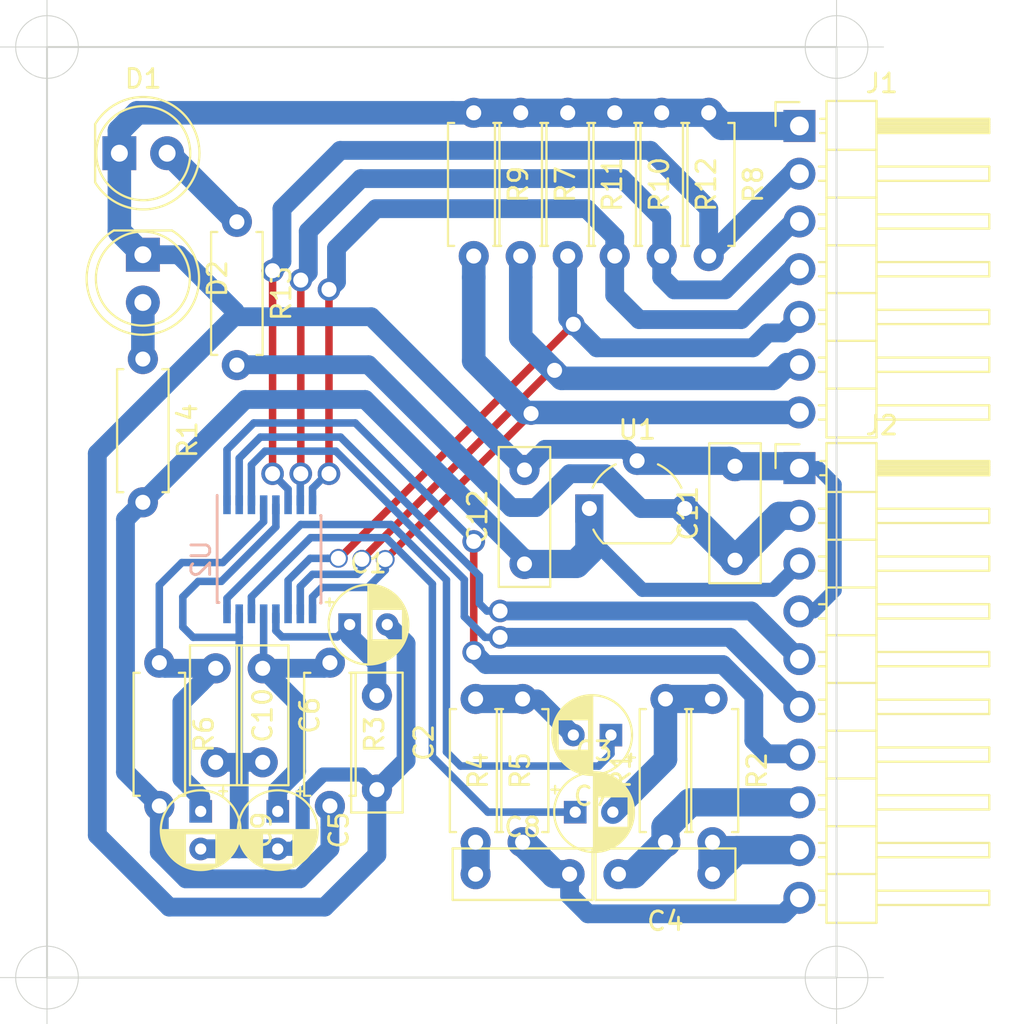
<source format=kicad_pcb>
(kicad_pcb (version 20171130) (host pcbnew 5.1.5+dfsg1-2build2)

  (general
    (thickness 1.6)
    (drawings 8)
    (tracks 294)
    (zones 0)
    (modules 32)
    (nets 25)
  )

  (page A4)
  (title_block
    (title "I2S AUDIO DAC")
    (date 2021-12-09)
    (rev 1)
    (company "Silicon 4007")
    (comment 1 "Tec. Henrique Silva")
  )

  (layers
    (0 F.Cu signal)
    (31 B.Cu signal)
    (32 B.Adhes user)
    (33 F.Adhes user)
    (34 B.Paste user)
    (35 F.Paste user)
    (36 B.SilkS user)
    (37 F.SilkS user)
    (38 B.Mask user)
    (39 F.Mask user)
    (40 Dwgs.User user)
    (41 Cmts.User user)
    (42 Eco1.User user)
    (43 Eco2.User user)
    (44 Edge.Cuts user)
    (45 Margin user)
    (46 B.CrtYd user)
    (47 F.CrtYd user)
    (48 B.Fab user)
    (49 F.Fab user)
  )

  (setup
    (last_trace_width 0.25)
    (user_trace_width 0.25)
    (user_trace_width 0.4)
    (user_trace_width 0.5)
    (user_trace_width 0.75)
    (user_trace_width 1)
    (user_trace_width 1.25)
    (user_trace_width 1.5)
    (trace_clearance 0.25)
    (zone_clearance 0.508)
    (zone_45_only no)
    (trace_min 0.2)
    (via_size 0.8)
    (via_drill 0.4)
    (via_min_size 0.4)
    (via_min_drill 0.3)
    (uvia_size 0.3)
    (uvia_drill 0.1)
    (uvias_allowed no)
    (uvia_min_size 0.2)
    (uvia_min_drill 0.1)
    (edge_width 0.05)
    (segment_width 0.2)
    (pcb_text_width 0.3)
    (pcb_text_size 1.5 1.5)
    (mod_edge_width 0.12)
    (mod_text_size 1 1)
    (mod_text_width 0.15)
    (pad_size 1.524 1.524)
    (pad_drill 0.762)
    (pad_to_mask_clearance 0.051)
    (solder_mask_min_width 0.25)
    (aux_axis_origin 0 0)
    (visible_elements FFFFFF7F)
    (pcbplotparams
      (layerselection 0x010fc_ffffffff)
      (usegerberextensions false)
      (usegerberattributes false)
      (usegerberadvancedattributes false)
      (creategerberjobfile false)
      (excludeedgelayer true)
      (linewidth 0.100000)
      (plotframeref false)
      (viasonmask false)
      (mode 1)
      (useauxorigin false)
      (hpglpennumber 1)
      (hpglpenspeed 20)
      (hpglpendiameter 15.000000)
      (psnegative false)
      (psa4output false)
      (plotreference true)
      (plotvalue true)
      (plotinvisibletext false)
      (padsonsilk false)
      (subtractmaskfromsilk false)
      (outputformat 1)
      (mirror false)
      (drillshape 1)
      (scaleselection 1)
      (outputdirectory ""))
  )

  (net 0 "")
  (net 1 0)
  (net 2 VREF_DAC)
  (net 3 "Net-(C3-Pad2)")
  (net 4 VOUTL)
  (net 5 OUTL)
  (net 6 GNDS)
  (net 7 VDDA)
  (net 8 "Net-(C7-Pad2)")
  (net 9 VOUTR)
  (net 10 OUTR)
  (net 11 VDDD)
  (net 12 VDC)
  (net 13 analog_supply_voltage)
  (net 14 /DEEM-CLKOUT)
  (net 15 /PLL_IN)
  (net 16 /SFOR0)
  (net 17 /MUTE)
  (net 18 /SFOR1)
  (net 19 /SYSCLK_IN)
  (net 20 /BITCLK_IN)
  (net 21 /DATA_IN)
  (net 22 /WORDSEL_IN)
  (net 23 "Net-(D1-Pad2)")
  (net 24 "Net-(D2-Pad2)")

  (net_class Default "This is the default net class."
    (clearance 0.25)
    (trace_width 0.25)
    (via_dia 0.8)
    (via_drill 0.4)
    (uvia_dia 0.3)
    (uvia_drill 0.1)
    (add_net /BITCLK_IN)
    (add_net /DATA_IN)
    (add_net /DEEM-CLKOUT)
    (add_net /MUTE)
    (add_net /PLL_IN)
    (add_net /SFOR0)
    (add_net /SFOR1)
    (add_net /SYSCLK_IN)
    (add_net /WORDSEL_IN)
    (add_net 0)
    (add_net GNDS)
    (add_net "Net-(C3-Pad2)")
    (add_net "Net-(C7-Pad2)")
    (add_net "Net-(D1-Pad2)")
    (add_net "Net-(D2-Pad2)")
    (add_net OUTL)
    (add_net OUTR)
    (add_net VDC)
    (add_net VDDA)
    (add_net VDDD)
    (add_net VOUTL)
    (add_net VOUTR)
    (add_net VREF_DAC)
    (add_net analog_supply_voltage)
  )

  (module Resistor_THT:R_Axial_DIN0207_L6.3mm_D2.5mm_P7.62mm_Horizontal (layer F.Cu) (tedit 5AE5139B) (tstamp 61B2C858)
    (at 91.7 77 270)
    (descr "Resistor, Axial_DIN0207 series, Axial, Horizontal, pin pitch=7.62mm, 0.25W = 1/4W, length*diameter=6.3*2.5mm^2, http://cdn-reichelt.de/documents/datenblatt/B400/1_4W%23YAG.pdf")
    (tags "Resistor Axial_DIN0207 series Axial Horizontal pin pitch 7.62mm 0.25W = 1/4W length 6.3mm diameter 2.5mm")
    (path /61BA2E65)
    (fp_text reference R14 (at 3.81 -2.37 90) (layer F.SilkS)
      (effects (font (size 1 1) (thickness 0.15)))
    )
    (fp_text value 15R (at 3.81 2.37 90) (layer F.Fab)
      (effects (font (size 1 1) (thickness 0.15)))
    )
    (fp_text user %R (at 3.81 0 90) (layer F.Fab)
      (effects (font (size 1 1) (thickness 0.15)))
    )
    (fp_line (start 8.67 -1.5) (end -1.05 -1.5) (layer F.CrtYd) (width 0.05))
    (fp_line (start 8.67 1.5) (end 8.67 -1.5) (layer F.CrtYd) (width 0.05))
    (fp_line (start -1.05 1.5) (end 8.67 1.5) (layer F.CrtYd) (width 0.05))
    (fp_line (start -1.05 -1.5) (end -1.05 1.5) (layer F.CrtYd) (width 0.05))
    (fp_line (start 7.08 1.37) (end 7.08 1.04) (layer F.SilkS) (width 0.12))
    (fp_line (start 0.54 1.37) (end 7.08 1.37) (layer F.SilkS) (width 0.12))
    (fp_line (start 0.54 1.04) (end 0.54 1.37) (layer F.SilkS) (width 0.12))
    (fp_line (start 7.08 -1.37) (end 7.08 -1.04) (layer F.SilkS) (width 0.12))
    (fp_line (start 0.54 -1.37) (end 7.08 -1.37) (layer F.SilkS) (width 0.12))
    (fp_line (start 0.54 -1.04) (end 0.54 -1.37) (layer F.SilkS) (width 0.12))
    (fp_line (start 7.62 0) (end 6.96 0) (layer F.Fab) (width 0.1))
    (fp_line (start 0 0) (end 0.66 0) (layer F.Fab) (width 0.1))
    (fp_line (start 6.96 -1.25) (end 0.66 -1.25) (layer F.Fab) (width 0.1))
    (fp_line (start 6.96 1.25) (end 6.96 -1.25) (layer F.Fab) (width 0.1))
    (fp_line (start 0.66 1.25) (end 6.96 1.25) (layer F.Fab) (width 0.1))
    (fp_line (start 0.66 -1.25) (end 0.66 1.25) (layer F.Fab) (width 0.1))
    (pad 2 thru_hole oval (at 7.62 0 270) (size 1.6 1.6) (drill 0.8) (layers *.Cu *.Mask)
      (net 13 analog_supply_voltage))
    (pad 1 thru_hole circle (at 0 0 270) (size 1.6 1.6) (drill 0.8) (layers *.Cu *.Mask)
      (net 24 "Net-(D2-Pad2)"))
    (model ${KISYS3DMOD}/Resistor_THT.3dshapes/R_Axial_DIN0207_L6.3mm_D2.5mm_P7.62mm_Horizontal.wrl
      (at (xyz 0 0 0))
      (scale (xyz 1 1 1))
      (rotate (xyz 0 0 0))
    )
  )

  (module Resistor_THT:R_Axial_DIN0207_L6.3mm_D2.5mm_P7.62mm_Horizontal (layer F.Cu) (tedit 5AE5139B) (tstamp 61B2C9CC)
    (at 96.7 69.7 270)
    (descr "Resistor, Axial_DIN0207 series, Axial, Horizontal, pin pitch=7.62mm, 0.25W = 1/4W, length*diameter=6.3*2.5mm^2, http://cdn-reichelt.de/documents/datenblatt/B400/1_4W%23YAG.pdf")
    (tags "Resistor Axial_DIN0207 series Axial Horizontal pin pitch 7.62mm 0.25W = 1/4W length 6.3mm diameter 2.5mm")
    (path /61B5047D)
    (fp_text reference R13 (at 3.81 -2.37 90) (layer F.SilkS)
      (effects (font (size 1 1) (thickness 0.15)))
    )
    (fp_text value 100R (at 3.81 2.37 90) (layer F.Fab)
      (effects (font (size 1 1) (thickness 0.15)))
    )
    (fp_text user %R (at 3.81 0 90) (layer F.Fab)
      (effects (font (size 1 1) (thickness 0.15)))
    )
    (fp_line (start 8.67 -1.5) (end -1.05 -1.5) (layer F.CrtYd) (width 0.05))
    (fp_line (start 8.67 1.5) (end 8.67 -1.5) (layer F.CrtYd) (width 0.05))
    (fp_line (start -1.05 1.5) (end 8.67 1.5) (layer F.CrtYd) (width 0.05))
    (fp_line (start -1.05 -1.5) (end -1.05 1.5) (layer F.CrtYd) (width 0.05))
    (fp_line (start 7.08 1.37) (end 7.08 1.04) (layer F.SilkS) (width 0.12))
    (fp_line (start 0.54 1.37) (end 7.08 1.37) (layer F.SilkS) (width 0.12))
    (fp_line (start 0.54 1.04) (end 0.54 1.37) (layer F.SilkS) (width 0.12))
    (fp_line (start 7.08 -1.37) (end 7.08 -1.04) (layer F.SilkS) (width 0.12))
    (fp_line (start 0.54 -1.37) (end 7.08 -1.37) (layer F.SilkS) (width 0.12))
    (fp_line (start 0.54 -1.04) (end 0.54 -1.37) (layer F.SilkS) (width 0.12))
    (fp_line (start 7.62 0) (end 6.96 0) (layer F.Fab) (width 0.1))
    (fp_line (start 0 0) (end 0.66 0) (layer F.Fab) (width 0.1))
    (fp_line (start 6.96 -1.25) (end 0.66 -1.25) (layer F.Fab) (width 0.1))
    (fp_line (start 6.96 1.25) (end 6.96 -1.25) (layer F.Fab) (width 0.1))
    (fp_line (start 0.66 1.25) (end 6.96 1.25) (layer F.Fab) (width 0.1))
    (fp_line (start 0.66 -1.25) (end 0.66 1.25) (layer F.Fab) (width 0.1))
    (pad 2 thru_hole oval (at 7.62 0 270) (size 1.6 1.6) (drill 0.8) (layers *.Cu *.Mask)
      (net 12 VDC))
    (pad 1 thru_hole circle (at 0 0 270) (size 1.6 1.6) (drill 0.8) (layers *.Cu *.Mask)
      (net 23 "Net-(D1-Pad2)"))
    (model ${KISYS3DMOD}/Resistor_THT.3dshapes/R_Axial_DIN0207_L6.3mm_D2.5mm_P7.62mm_Horizontal.wrl
      (at (xyz 0 0 0))
      (scale (xyz 1 1 1))
      (rotate (xyz 0 0 0))
    )
  )

  (module LED_THT:LED_D5.0mm (layer F.Cu) (tedit 5995936A) (tstamp 61B3150A)
    (at 91.7 71.45 270)
    (descr "LED, diameter 5.0mm, 2 pins, http://cdn-reichelt.de/documents/datenblatt/A500/LL-504BC2E-009.pdf")
    (tags "LED diameter 5.0mm 2 pins")
    (path /61BA2E5F)
    (fp_text reference D2 (at 1.27 -3.96 90) (layer F.SilkS)
      (effects (font (size 1 1) (thickness 0.15)))
    )
    (fp_text value VDD (at 1.27 3.96 90) (layer F.Fab)
      (effects (font (size 1 1) (thickness 0.15)))
    )
    (fp_text user %R (at 1.25 0 90) (layer F.Fab)
      (effects (font (size 0.8 0.8) (thickness 0.2)))
    )
    (fp_line (start 4.5 -3.25) (end -1.95 -3.25) (layer F.CrtYd) (width 0.05))
    (fp_line (start 4.5 3.25) (end 4.5 -3.25) (layer F.CrtYd) (width 0.05))
    (fp_line (start -1.95 3.25) (end 4.5 3.25) (layer F.CrtYd) (width 0.05))
    (fp_line (start -1.95 -3.25) (end -1.95 3.25) (layer F.CrtYd) (width 0.05))
    (fp_line (start -1.29 -1.545) (end -1.29 1.545) (layer F.SilkS) (width 0.12))
    (fp_line (start -1.23 -1.469694) (end -1.23 1.469694) (layer F.Fab) (width 0.1))
    (fp_circle (center 1.27 0) (end 3.77 0) (layer F.SilkS) (width 0.12))
    (fp_circle (center 1.27 0) (end 3.77 0) (layer F.Fab) (width 0.1))
    (fp_arc (start 1.27 0) (end -1.29 1.54483) (angle -148.9) (layer F.SilkS) (width 0.12))
    (fp_arc (start 1.27 0) (end -1.29 -1.54483) (angle 148.9) (layer F.SilkS) (width 0.12))
    (fp_arc (start 1.27 0) (end -1.23 -1.469694) (angle 299.1) (layer F.Fab) (width 0.1))
    (pad 2 thru_hole circle (at 2.54 0 270) (size 1.8 1.8) (drill 0.9) (layers *.Cu *.Mask)
      (net 24 "Net-(D2-Pad2)"))
    (pad 1 thru_hole rect (at 0 0 270) (size 1.8 1.8) (drill 0.9) (layers *.Cu *.Mask)
      (net 1 0))
    (model ${KISYS3DMOD}/LED_THT.3dshapes/LED_D5.0mm.wrl
      (at (xyz 0 0 0))
      (scale (xyz 1 1 1))
      (rotate (xyz 0 0 0))
    )
  )

  (module LED_THT:LED_D5.0mm (layer F.Cu) (tedit 5995936A) (tstamp 61B2CA09)
    (at 90.45 66.05)
    (descr "LED, diameter 5.0mm, 2 pins, http://cdn-reichelt.de/documents/datenblatt/A500/LL-504BC2E-009.pdf")
    (tags "LED diameter 5.0mm 2 pins")
    (path /61B490AE)
    (fp_text reference D1 (at 1.27 -3.96) (layer F.SilkS)
      (effects (font (size 1 1) (thickness 0.15)))
    )
    (fp_text value PW (at 1.27 3.96) (layer F.Fab)
      (effects (font (size 1 1) (thickness 0.15)))
    )
    (fp_text user %R (at 1.25 0) (layer F.Fab)
      (effects (font (size 0.8 0.8) (thickness 0.2)))
    )
    (fp_line (start 4.5 -3.25) (end -1.95 -3.25) (layer F.CrtYd) (width 0.05))
    (fp_line (start 4.5 3.25) (end 4.5 -3.25) (layer F.CrtYd) (width 0.05))
    (fp_line (start -1.95 3.25) (end 4.5 3.25) (layer F.CrtYd) (width 0.05))
    (fp_line (start -1.95 -3.25) (end -1.95 3.25) (layer F.CrtYd) (width 0.05))
    (fp_line (start -1.29 -1.545) (end -1.29 1.545) (layer F.SilkS) (width 0.12))
    (fp_line (start -1.23 -1.469694) (end -1.23 1.469694) (layer F.Fab) (width 0.1))
    (fp_circle (center 1.27 0) (end 3.77 0) (layer F.SilkS) (width 0.12))
    (fp_circle (center 1.27 0) (end 3.77 0) (layer F.Fab) (width 0.1))
    (fp_arc (start 1.27 0) (end -1.29 1.54483) (angle -148.9) (layer F.SilkS) (width 0.12))
    (fp_arc (start 1.27 0) (end -1.29 -1.54483) (angle 148.9) (layer F.SilkS) (width 0.12))
    (fp_arc (start 1.27 0) (end -1.23 -1.469694) (angle 299.1) (layer F.Fab) (width 0.1))
    (pad 2 thru_hole circle (at 2.54 0) (size 1.8 1.8) (drill 0.9) (layers *.Cu *.Mask)
      (net 23 "Net-(D1-Pad2)"))
    (pad 1 thru_hole rect (at 0 0) (size 1.8 1.8) (drill 0.9) (layers *.Cu *.Mask)
      (net 1 0))
    (model ${KISYS3DMOD}/LED_THT.3dshapes/LED_D5.0mm.wrl
      (at (xyz 0 0 0))
      (scale (xyz 1 1 1))
      (rotate (xyz 0 0 0))
    )
  )

  (module Resistor_THT:R_Axial_DIN0207_L6.3mm_D2.5mm_P7.62mm_Horizontal (layer F.Cu) (tedit 5AE5139B) (tstamp 61B256DE)
    (at 109.3 63.9 270)
    (descr "Resistor, Axial_DIN0207 series, Axial, Horizontal, pin pitch=7.62mm, 0.25W = 1/4W, length*diameter=6.3*2.5mm^2, http://cdn-reichelt.de/documents/datenblatt/B400/1_4W%23YAG.pdf")
    (tags "Resistor Axial_DIN0207 series Axial Horizontal pin pitch 7.62mm 0.25W = 1/4W length 6.3mm diameter 2.5mm")
    (path /61C12BB1)
    (fp_text reference R9 (at 3.81 -2.37 90) (layer F.SilkS)
      (effects (font (size 1 1) (thickness 0.15)))
    )
    (fp_text value 10k (at 3.81 2.37 90) (layer F.Fab)
      (effects (font (size 1 1) (thickness 0.15)))
    )
    (fp_text user %R (at 3.81 0 90) (layer F.Fab)
      (effects (font (size 1 1) (thickness 0.15)))
    )
    (fp_line (start 8.67 -1.5) (end -1.05 -1.5) (layer F.CrtYd) (width 0.05))
    (fp_line (start 8.67 1.5) (end 8.67 -1.5) (layer F.CrtYd) (width 0.05))
    (fp_line (start -1.05 1.5) (end 8.67 1.5) (layer F.CrtYd) (width 0.05))
    (fp_line (start -1.05 -1.5) (end -1.05 1.5) (layer F.CrtYd) (width 0.05))
    (fp_line (start 7.08 1.37) (end 7.08 1.04) (layer F.SilkS) (width 0.12))
    (fp_line (start 0.54 1.37) (end 7.08 1.37) (layer F.SilkS) (width 0.12))
    (fp_line (start 0.54 1.04) (end 0.54 1.37) (layer F.SilkS) (width 0.12))
    (fp_line (start 7.08 -1.37) (end 7.08 -1.04) (layer F.SilkS) (width 0.12))
    (fp_line (start 0.54 -1.37) (end 7.08 -1.37) (layer F.SilkS) (width 0.12))
    (fp_line (start 0.54 -1.04) (end 0.54 -1.37) (layer F.SilkS) (width 0.12))
    (fp_line (start 7.62 0) (end 6.96 0) (layer F.Fab) (width 0.1))
    (fp_line (start 0 0) (end 0.66 0) (layer F.Fab) (width 0.1))
    (fp_line (start 6.96 -1.25) (end 0.66 -1.25) (layer F.Fab) (width 0.1))
    (fp_line (start 6.96 1.25) (end 6.96 -1.25) (layer F.Fab) (width 0.1))
    (fp_line (start 0.66 1.25) (end 6.96 1.25) (layer F.Fab) (width 0.1))
    (fp_line (start 0.66 -1.25) (end 0.66 1.25) (layer F.Fab) (width 0.1))
    (pad 2 thru_hole oval (at 7.62 0 270) (size 1.6 1.6) (drill 0.8) (layers *.Cu *.Mask)
      (net 14 /DEEM-CLKOUT))
    (pad 1 thru_hole circle (at 0 0 270) (size 1.6 1.6) (drill 0.8) (layers *.Cu *.Mask)
      (net 1 0))
    (model ${KISYS3DMOD}/Resistor_THT.3dshapes/R_Axial_DIN0207_L6.3mm_D2.5mm_P7.62mm_Horizontal.wrl
      (at (xyz 0 0 0))
      (scale (xyz 1 1 1))
      (rotate (xyz 0 0 0))
    )
  )

  (module Package_SO:SSOP-16_4.4x5.2mm_P0.65mm (layer B.Cu) (tedit 5A02F25C) (tstamp 61B2EB8A)
    (at 98.45 87.65 270)
    (descr "SSOP16: plastic shrink small outline package; 16 leads; body width 4.4 mm; (see NXP SSOP-TSSOP-VSO-REFLOW.pdf and sot369-1_po.pdf)")
    (tags "SSOP 0.65")
    (path /61B0E9A6)
    (attr smd)
    (fp_text reference U2 (at 0 3.65 90) (layer B.SilkS)
      (effects (font (size 1 1) (thickness 0.15)) (justify mirror))
    )
    (fp_text value UDA1334ATS (at 0 -3.65 90) (layer B.Fab)
      (effects (font (size 1 1) (thickness 0.15)) (justify mirror))
    )
    (fp_text user %R (at 0 0 90) (layer B.Fab)
      (effects (font (size 0.8 0.8) (thickness 0.15)) (justify mirror))
    )
    (fp_line (start -2.325 -2.725) (end 2.325 -2.725) (layer B.SilkS) (width 0.15))
    (fp_line (start -3.4 2.8) (end 2.3 2.8) (layer B.SilkS) (width 0.15))
    (fp_line (start -2.325 -2.725) (end -2.325 -2.7) (layer B.SilkS) (width 0.15))
    (fp_line (start 2.325 -2.725) (end 2.325 -2.7) (layer B.SilkS) (width 0.15))
    (fp_line (start 2.3 2.8) (end 2.3 2.7) (layer B.SilkS) (width 0.15))
    (fp_line (start -3.65 -2.9) (end 3.65 -2.9) (layer B.CrtYd) (width 0.05))
    (fp_line (start -3.65 2.9) (end 3.65 2.9) (layer B.CrtYd) (width 0.05))
    (fp_line (start 3.65 2.9) (end 3.65 -2.9) (layer B.CrtYd) (width 0.05))
    (fp_line (start -3.65 2.9) (end -3.65 -2.9) (layer B.CrtYd) (width 0.05))
    (fp_line (start -2.2 1.6) (end -1.2 2.6) (layer B.Fab) (width 0.15))
    (fp_line (start -2.2 -2.6) (end -2.2 1.6) (layer B.Fab) (width 0.15))
    (fp_line (start 2.2 -2.6) (end -2.2 -2.6) (layer B.Fab) (width 0.15))
    (fp_line (start 2.2 2.6) (end 2.2 -2.6) (layer B.Fab) (width 0.15))
    (fp_line (start -1.2 2.6) (end 2.2 2.6) (layer B.Fab) (width 0.15))
    (pad 16 smd rect (at 2.9 2.275 270) (size 1 0.4) (layers B.Cu B.Paste B.Mask)
      (net 9 VOUTR))
    (pad 15 smd rect (at 2.9 1.625 270) (size 1 0.4) (layers B.Cu B.Paste B.Mask)
      (net 1 0))
    (pad 14 smd rect (at 2.9 0.975 270) (size 1 0.4) (layers B.Cu B.Paste B.Mask)
      (net 4 VOUTL))
    (pad 13 smd rect (at 2.9 0.325 270) (size 1 0.4) (layers B.Cu B.Paste B.Mask)
      (net 7 VDDA))
    (pad 12 smd rect (at 2.9 -0.325 270) (size 1 0.4) (layers B.Cu B.Paste B.Mask)
      (net 2 VREF_DAC))
    (pad 11 smd rect (at 2.9 -0.975 270) (size 1 0.4) (layers B.Cu B.Paste B.Mask)
      (net 16 /SFOR0))
    (pad 10 smd rect (at 2.9 -1.625 270) (size 1 0.4) (layers B.Cu B.Paste B.Mask)
      (net 15 /PLL_IN))
    (pad 9 smd rect (at 2.9 -2.275 270) (size 1 0.4) (layers B.Cu B.Paste B.Mask)
      (net 14 /DEEM-CLKOUT))
    (pad 8 smd rect (at -2.9 -2.275 270) (size 1 0.4) (layers B.Cu B.Paste B.Mask)
      (net 17 /MUTE))
    (pad 7 smd rect (at -2.9 -1.625 270) (size 1 0.4) (layers B.Cu B.Paste B.Mask)
      (net 18 /SFOR1))
    (pad 6 smd rect (at -2.9 -0.975 270) (size 1 0.4) (layers B.Cu B.Paste B.Mask)
      (net 19 /SYSCLK_IN))
    (pad 5 smd rect (at -2.9 -0.325 270) (size 1 0.4) (layers B.Cu B.Paste B.Mask)
      (net 1 0))
    (pad 4 smd rect (at -2.9 0.325 270) (size 1 0.4) (layers B.Cu B.Paste B.Mask)
      (net 11 VDDD))
    (pad 3 smd rect (at -2.9 0.975 270) (size 1 0.4) (layers B.Cu B.Paste B.Mask)
      (net 21 /DATA_IN))
    (pad 2 smd rect (at -2.9 1.625 270) (size 1 0.4) (layers B.Cu B.Paste B.Mask)
      (net 22 /WORDSEL_IN))
    (pad 1 smd rect (at -2.9 2.275 270) (size 1 0.4) (layers B.Cu B.Paste B.Mask)
      (net 20 /BITCLK_IN))
    (model ${KISYS3DMOD}/Package_SO.3dshapes/SSOP-16_4.4x5.2mm_P0.65mm.wrl
      (at (xyz 0 0 0))
      (scale (xyz 1 1 1))
      (rotate (xyz 0 0 0))
    )
  )

  (module Package_TO_SOT_THT:TO-92_Wide (layer F.Cu) (tedit 5A2795B7) (tstamp 61B2230F)
    (at 115.45 84.95)
    (descr "TO-92 leads molded, wide, drill 0.75mm (see NXP sot054_po.pdf)")
    (tags "to-92 sc-43 sc-43a sot54 PA33 transistor")
    (path /61B47378)
    (fp_text reference U1 (at 2.55 -4.19) (layer F.SilkS)
      (effects (font (size 1 1) (thickness 0.15)))
    )
    (fp_text value L78L33_TO92 (at 2.54 2.79) (layer F.Fab)
      (effects (font (size 1 1) (thickness 0.15)))
    )
    (fp_arc (start 2.54 0) (end 4.34 1.85) (angle -20) (layer F.SilkS) (width 0.12))
    (fp_arc (start 2.54 0) (end 2.54 -2.48) (angle -135) (layer F.Fab) (width 0.1))
    (fp_arc (start 2.54 0) (end 2.54 -2.48) (angle 135) (layer F.Fab) (width 0.1))
    (fp_arc (start 2.54 0) (end 3.65 -2.35) (angle 39.71668247) (layer F.SilkS) (width 0.12))
    (fp_arc (start 2.54 0) (end 1.4 -2.35) (angle -39.12170074) (layer F.SilkS) (width 0.12))
    (fp_arc (start 2.54 0) (end 0.74 1.85) (angle 20) (layer F.SilkS) (width 0.12))
    (fp_line (start 6.09 2.01) (end -1.01 2.01) (layer F.CrtYd) (width 0.05))
    (fp_line (start 6.09 2.01) (end 6.09 -3.55) (layer F.CrtYd) (width 0.05))
    (fp_line (start -1.01 -3.55) (end -1.01 2.01) (layer F.CrtYd) (width 0.05))
    (fp_line (start -1.01 -3.55) (end 6.09 -3.55) (layer F.CrtYd) (width 0.05))
    (fp_line (start 0.8 1.75) (end 4.3 1.75) (layer F.Fab) (width 0.1))
    (fp_line (start 0.74 1.85) (end 4.34 1.85) (layer F.SilkS) (width 0.12))
    (fp_text user %R (at 2.54 0) (layer F.Fab)
      (effects (font (size 1 1) (thickness 0.15)))
    )
    (pad 1 thru_hole rect (at 0 0 90) (size 1.5 1.5) (drill 0.8) (layers *.Cu *.Mask)
      (net 13 analog_supply_voltage))
    (pad 3 thru_hole circle (at 5.08 0 90) (size 1.5 1.5) (drill 0.8) (layers *.Cu *.Mask)
      (net 12 VDC))
    (pad 2 thru_hole circle (at 2.54 -2.54 90) (size 1.5 1.5) (drill 0.8) (layers *.Cu *.Mask)
      (net 1 0))
    (model ${KISYS3DMOD}/Package_TO_SOT_THT.3dshapes/TO-92_Wide.wrl
      (at (xyz 0 0 0))
      (scale (xyz 1 1 1))
      (rotate (xyz 0 0 0))
    )
  )

  (module Resistor_THT:R_Axial_DIN0207_L6.3mm_D2.5mm_P7.62mm_Horizontal (layer F.Cu) (tedit 5AE5139B) (tstamp 61B23DB5)
    (at 119.3 63.9 270)
    (descr "Resistor, Axial_DIN0207 series, Axial, Horizontal, pin pitch=7.62mm, 0.25W = 1/4W, length*diameter=6.3*2.5mm^2, http://cdn-reichelt.de/documents/datenblatt/B400/1_4W%23YAG.pdf")
    (tags "Resistor Axial_DIN0207 series Axial Horizontal pin pitch 7.62mm 0.25W = 1/4W length 6.3mm diameter 2.5mm")
    (path /61C13131)
    (fp_text reference R12 (at 3.81 -2.37 90) (layer F.SilkS)
      (effects (font (size 1 1) (thickness 0.15)))
    )
    (fp_text value 10k (at 3.81 2.37 90) (layer F.Fab)
      (effects (font (size 1 1) (thickness 0.15)))
    )
    (fp_text user %R (at 3.81 0 90) (layer F.Fab)
      (effects (font (size 1 1) (thickness 0.15)))
    )
    (fp_line (start 8.67 -1.5) (end -1.05 -1.5) (layer F.CrtYd) (width 0.05))
    (fp_line (start 8.67 1.5) (end 8.67 -1.5) (layer F.CrtYd) (width 0.05))
    (fp_line (start -1.05 1.5) (end 8.67 1.5) (layer F.CrtYd) (width 0.05))
    (fp_line (start -1.05 -1.5) (end -1.05 1.5) (layer F.CrtYd) (width 0.05))
    (fp_line (start 7.08 1.37) (end 7.08 1.04) (layer F.SilkS) (width 0.12))
    (fp_line (start 0.54 1.37) (end 7.08 1.37) (layer F.SilkS) (width 0.12))
    (fp_line (start 0.54 1.04) (end 0.54 1.37) (layer F.SilkS) (width 0.12))
    (fp_line (start 7.08 -1.37) (end 7.08 -1.04) (layer F.SilkS) (width 0.12))
    (fp_line (start 0.54 -1.37) (end 7.08 -1.37) (layer F.SilkS) (width 0.12))
    (fp_line (start 0.54 -1.04) (end 0.54 -1.37) (layer F.SilkS) (width 0.12))
    (fp_line (start 7.62 0) (end 6.96 0) (layer F.Fab) (width 0.1))
    (fp_line (start 0 0) (end 0.66 0) (layer F.Fab) (width 0.1))
    (fp_line (start 6.96 -1.25) (end 0.66 -1.25) (layer F.Fab) (width 0.1))
    (fp_line (start 6.96 1.25) (end 6.96 -1.25) (layer F.Fab) (width 0.1))
    (fp_line (start 0.66 1.25) (end 6.96 1.25) (layer F.Fab) (width 0.1))
    (fp_line (start 0.66 -1.25) (end 0.66 1.25) (layer F.Fab) (width 0.1))
    (pad 2 thru_hole oval (at 7.62 0 270) (size 1.6 1.6) (drill 0.8) (layers *.Cu *.Mask)
      (net 18 /SFOR1))
    (pad 1 thru_hole circle (at 0 0 270) (size 1.6 1.6) (drill 0.8) (layers *.Cu *.Mask)
      (net 1 0))
    (model ${KISYS3DMOD}/Resistor_THT.3dshapes/R_Axial_DIN0207_L6.3mm_D2.5mm_P7.62mm_Horizontal.wrl
      (at (xyz 0 0 0))
      (scale (xyz 1 1 1))
      (rotate (xyz 0 0 0))
    )
  )

  (module Resistor_THT:R_Axial_DIN0207_L6.3mm_D2.5mm_P7.62mm_Horizontal (layer F.Cu) (tedit 5AE5139B) (tstamp 61B2565A)
    (at 114.3 63.9 270)
    (descr "Resistor, Axial_DIN0207 series, Axial, Horizontal, pin pitch=7.62mm, 0.25W = 1/4W, length*diameter=6.3*2.5mm^2, http://cdn-reichelt.de/documents/datenblatt/B400/1_4W%23YAG.pdf")
    (tags "Resistor Axial_DIN0207 series Axial Horizontal pin pitch 7.62mm 0.25W = 1/4W length 6.3mm diameter 2.5mm")
    (path /61C12F1B)
    (fp_text reference R11 (at 3.81 -2.37 90) (layer F.SilkS)
      (effects (font (size 1 1) (thickness 0.15)))
    )
    (fp_text value 10k (at 3.81 2.37 90) (layer F.Fab)
      (effects (font (size 1 1) (thickness 0.15)))
    )
    (fp_text user %R (at 3.81 0 90) (layer F.Fab)
      (effects (font (size 1 1) (thickness 0.15)))
    )
    (fp_line (start 8.67 -1.5) (end -1.05 -1.5) (layer F.CrtYd) (width 0.05))
    (fp_line (start 8.67 1.5) (end 8.67 -1.5) (layer F.CrtYd) (width 0.05))
    (fp_line (start -1.05 1.5) (end 8.67 1.5) (layer F.CrtYd) (width 0.05))
    (fp_line (start -1.05 -1.5) (end -1.05 1.5) (layer F.CrtYd) (width 0.05))
    (fp_line (start 7.08 1.37) (end 7.08 1.04) (layer F.SilkS) (width 0.12))
    (fp_line (start 0.54 1.37) (end 7.08 1.37) (layer F.SilkS) (width 0.12))
    (fp_line (start 0.54 1.04) (end 0.54 1.37) (layer F.SilkS) (width 0.12))
    (fp_line (start 7.08 -1.37) (end 7.08 -1.04) (layer F.SilkS) (width 0.12))
    (fp_line (start 0.54 -1.37) (end 7.08 -1.37) (layer F.SilkS) (width 0.12))
    (fp_line (start 0.54 -1.04) (end 0.54 -1.37) (layer F.SilkS) (width 0.12))
    (fp_line (start 7.62 0) (end 6.96 0) (layer F.Fab) (width 0.1))
    (fp_line (start 0 0) (end 0.66 0) (layer F.Fab) (width 0.1))
    (fp_line (start 6.96 -1.25) (end 0.66 -1.25) (layer F.Fab) (width 0.1))
    (fp_line (start 6.96 1.25) (end 6.96 -1.25) (layer F.Fab) (width 0.1))
    (fp_line (start 0.66 1.25) (end 6.96 1.25) (layer F.Fab) (width 0.1))
    (fp_line (start 0.66 -1.25) (end 0.66 1.25) (layer F.Fab) (width 0.1))
    (pad 2 thru_hole oval (at 7.62 0 270) (size 1.6 1.6) (drill 0.8) (layers *.Cu *.Mask)
      (net 16 /SFOR0))
    (pad 1 thru_hole circle (at 0 0 270) (size 1.6 1.6) (drill 0.8) (layers *.Cu *.Mask)
      (net 1 0))
    (model ${KISYS3DMOD}/Resistor_THT.3dshapes/R_Axial_DIN0207_L6.3mm_D2.5mm_P7.62mm_Horizontal.wrl
      (at (xyz 0 0 0))
      (scale (xyz 1 1 1))
      (rotate (xyz 0 0 0))
    )
  )

  (module Resistor_THT:R_Axial_DIN0207_L6.3mm_D2.5mm_P7.62mm_Horizontal (layer F.Cu) (tedit 5AE5139B) (tstamp 61B2569C)
    (at 116.8 63.9 270)
    (descr "Resistor, Axial_DIN0207 series, Axial, Horizontal, pin pitch=7.62mm, 0.25W = 1/4W, length*diameter=6.3*2.5mm^2, http://cdn-reichelt.de/documents/datenblatt/B400/1_4W%23YAG.pdf")
    (tags "Resistor Axial_DIN0207 series Axial Horizontal pin pitch 7.62mm 0.25W = 1/4W length 6.3mm diameter 2.5mm")
    (path /61C12DA4)
    (fp_text reference R10 (at 3.81 -2.37 90) (layer F.SilkS)
      (effects (font (size 1 1) (thickness 0.15)))
    )
    (fp_text value 10k (at 3.81 2.37 90) (layer F.Fab)
      (effects (font (size 1 1) (thickness 0.15)))
    )
    (fp_text user %R (at 3.81 0 90) (layer F.Fab)
      (effects (font (size 1 1) (thickness 0.15)))
    )
    (fp_line (start 8.67 -1.5) (end -1.05 -1.5) (layer F.CrtYd) (width 0.05))
    (fp_line (start 8.67 1.5) (end 8.67 -1.5) (layer F.CrtYd) (width 0.05))
    (fp_line (start -1.05 1.5) (end 8.67 1.5) (layer F.CrtYd) (width 0.05))
    (fp_line (start -1.05 -1.5) (end -1.05 1.5) (layer F.CrtYd) (width 0.05))
    (fp_line (start 7.08 1.37) (end 7.08 1.04) (layer F.SilkS) (width 0.12))
    (fp_line (start 0.54 1.37) (end 7.08 1.37) (layer F.SilkS) (width 0.12))
    (fp_line (start 0.54 1.04) (end 0.54 1.37) (layer F.SilkS) (width 0.12))
    (fp_line (start 7.08 -1.37) (end 7.08 -1.04) (layer F.SilkS) (width 0.12))
    (fp_line (start 0.54 -1.37) (end 7.08 -1.37) (layer F.SilkS) (width 0.12))
    (fp_line (start 0.54 -1.04) (end 0.54 -1.37) (layer F.SilkS) (width 0.12))
    (fp_line (start 7.62 0) (end 6.96 0) (layer F.Fab) (width 0.1))
    (fp_line (start 0 0) (end 0.66 0) (layer F.Fab) (width 0.1))
    (fp_line (start 6.96 -1.25) (end 0.66 -1.25) (layer F.Fab) (width 0.1))
    (fp_line (start 6.96 1.25) (end 6.96 -1.25) (layer F.Fab) (width 0.1))
    (fp_line (start 0.66 1.25) (end 6.96 1.25) (layer F.Fab) (width 0.1))
    (fp_line (start 0.66 -1.25) (end 0.66 1.25) (layer F.Fab) (width 0.1))
    (pad 2 thru_hole oval (at 7.62 0 270) (size 1.6 1.6) (drill 0.8) (layers *.Cu *.Mask)
      (net 17 /MUTE))
    (pad 1 thru_hole circle (at 0 0 270) (size 1.6 1.6) (drill 0.8) (layers *.Cu *.Mask)
      (net 1 0))
    (model ${KISYS3DMOD}/Resistor_THT.3dshapes/R_Axial_DIN0207_L6.3mm_D2.5mm_P7.62mm_Horizontal.wrl
      (at (xyz 0 0 0))
      (scale (xyz 1 1 1))
      (rotate (xyz 0 0 0))
    )
  )

  (module Resistor_THT:R_Axial_DIN0207_L6.3mm_D2.5mm_P7.62mm_Horizontal (layer F.Cu) (tedit 5AE5139B) (tstamp 61B2229F)
    (at 121.8 63.9 270)
    (descr "Resistor, Axial_DIN0207 series, Axial, Horizontal, pin pitch=7.62mm, 0.25W = 1/4W, length*diameter=6.3*2.5mm^2, http://cdn-reichelt.de/documents/datenblatt/B400/1_4W%23YAG.pdf")
    (tags "Resistor Axial_DIN0207 series Axial Horizontal pin pitch 7.62mm 0.25W = 1/4W length 6.3mm diameter 2.5mm")
    (path /61C12912)
    (fp_text reference R8 (at 3.81 -2.37 90) (layer F.SilkS)
      (effects (font (size 1 1) (thickness 0.15)))
    )
    (fp_text value 10k (at 3.81 2.37 90) (layer F.Fab)
      (effects (font (size 1 1) (thickness 0.15)))
    )
    (fp_text user %R (at 3.81 0 90) (layer F.Fab)
      (effects (font (size 1 1) (thickness 0.15)))
    )
    (fp_line (start 8.67 -1.5) (end -1.05 -1.5) (layer F.CrtYd) (width 0.05))
    (fp_line (start 8.67 1.5) (end 8.67 -1.5) (layer F.CrtYd) (width 0.05))
    (fp_line (start -1.05 1.5) (end 8.67 1.5) (layer F.CrtYd) (width 0.05))
    (fp_line (start -1.05 -1.5) (end -1.05 1.5) (layer F.CrtYd) (width 0.05))
    (fp_line (start 7.08 1.37) (end 7.08 1.04) (layer F.SilkS) (width 0.12))
    (fp_line (start 0.54 1.37) (end 7.08 1.37) (layer F.SilkS) (width 0.12))
    (fp_line (start 0.54 1.04) (end 0.54 1.37) (layer F.SilkS) (width 0.12))
    (fp_line (start 7.08 -1.37) (end 7.08 -1.04) (layer F.SilkS) (width 0.12))
    (fp_line (start 0.54 -1.37) (end 7.08 -1.37) (layer F.SilkS) (width 0.12))
    (fp_line (start 0.54 -1.04) (end 0.54 -1.37) (layer F.SilkS) (width 0.12))
    (fp_line (start 7.62 0) (end 6.96 0) (layer F.Fab) (width 0.1))
    (fp_line (start 0 0) (end 0.66 0) (layer F.Fab) (width 0.1))
    (fp_line (start 6.96 -1.25) (end 0.66 -1.25) (layer F.Fab) (width 0.1))
    (fp_line (start 6.96 1.25) (end 6.96 -1.25) (layer F.Fab) (width 0.1))
    (fp_line (start 0.66 1.25) (end 6.96 1.25) (layer F.Fab) (width 0.1))
    (fp_line (start 0.66 -1.25) (end 0.66 1.25) (layer F.Fab) (width 0.1))
    (pad 2 thru_hole oval (at 7.62 0 270) (size 1.6 1.6) (drill 0.8) (layers *.Cu *.Mask)
      (net 19 /SYSCLK_IN))
    (pad 1 thru_hole circle (at 0 0 270) (size 1.6 1.6) (drill 0.8) (layers *.Cu *.Mask)
      (net 1 0))
    (model ${KISYS3DMOD}/Resistor_THT.3dshapes/R_Axial_DIN0207_L6.3mm_D2.5mm_P7.62mm_Horizontal.wrl
      (at (xyz 0 0 0))
      (scale (xyz 1 1 1))
      (rotate (xyz 0 0 0))
    )
  )

  (module Resistor_THT:R_Axial_DIN0207_L6.3mm_D2.5mm_P7.62mm_Horizontal (layer F.Cu) (tedit 5AE5139B) (tstamp 61B25720)
    (at 111.8 63.9 270)
    (descr "Resistor, Axial_DIN0207 series, Axial, Horizontal, pin pitch=7.62mm, 0.25W = 1/4W, length*diameter=6.3*2.5mm^2, http://cdn-reichelt.de/documents/datenblatt/B400/1_4W%23YAG.pdf")
    (tags "Resistor Axial_DIN0207 series Axial Horizontal pin pitch 7.62mm 0.25W = 1/4W length 6.3mm diameter 2.5mm")
    (path /61B71158)
    (fp_text reference R7 (at 3.81 -2.37 90) (layer F.SilkS)
      (effects (font (size 1 1) (thickness 0.15)))
    )
    (fp_text value 10k (at 3.81 2.37 90) (layer F.Fab)
      (effects (font (size 1 1) (thickness 0.15)))
    )
    (fp_text user %R (at 3.81 0 90) (layer F.Fab)
      (effects (font (size 1 1) (thickness 0.15)))
    )
    (fp_line (start 8.67 -1.5) (end -1.05 -1.5) (layer F.CrtYd) (width 0.05))
    (fp_line (start 8.67 1.5) (end 8.67 -1.5) (layer F.CrtYd) (width 0.05))
    (fp_line (start -1.05 1.5) (end 8.67 1.5) (layer F.CrtYd) (width 0.05))
    (fp_line (start -1.05 -1.5) (end -1.05 1.5) (layer F.CrtYd) (width 0.05))
    (fp_line (start 7.08 1.37) (end 7.08 1.04) (layer F.SilkS) (width 0.12))
    (fp_line (start 0.54 1.37) (end 7.08 1.37) (layer F.SilkS) (width 0.12))
    (fp_line (start 0.54 1.04) (end 0.54 1.37) (layer F.SilkS) (width 0.12))
    (fp_line (start 7.08 -1.37) (end 7.08 -1.04) (layer F.SilkS) (width 0.12))
    (fp_line (start 0.54 -1.37) (end 7.08 -1.37) (layer F.SilkS) (width 0.12))
    (fp_line (start 0.54 -1.04) (end 0.54 -1.37) (layer F.SilkS) (width 0.12))
    (fp_line (start 7.62 0) (end 6.96 0) (layer F.Fab) (width 0.1))
    (fp_line (start 0 0) (end 0.66 0) (layer F.Fab) (width 0.1))
    (fp_line (start 6.96 -1.25) (end 0.66 -1.25) (layer F.Fab) (width 0.1))
    (fp_line (start 6.96 1.25) (end 6.96 -1.25) (layer F.Fab) (width 0.1))
    (fp_line (start 0.66 1.25) (end 6.96 1.25) (layer F.Fab) (width 0.1))
    (fp_line (start 0.66 -1.25) (end 0.66 1.25) (layer F.Fab) (width 0.1))
    (pad 2 thru_hole oval (at 7.62 0 270) (size 1.6 1.6) (drill 0.8) (layers *.Cu *.Mask)
      (net 15 /PLL_IN))
    (pad 1 thru_hole circle (at 0 0 270) (size 1.6 1.6) (drill 0.8) (layers *.Cu *.Mask)
      (net 1 0))
    (model ${KISYS3DMOD}/Resistor_THT.3dshapes/R_Axial_DIN0207_L6.3mm_D2.5mm_P7.62mm_Horizontal.wrl
      (at (xyz 0 0 0))
      (scale (xyz 1 1 1))
      (rotate (xyz 0 0 0))
    )
  )

  (module Resistor_THT:R_Axial_DIN0207_L6.3mm_D2.5mm_P7.62mm_Horizontal (layer F.Cu) (tedit 5AE5139B) (tstamp 61B2E6A7)
    (at 92.575 93.150001 270)
    (descr "Resistor, Axial_DIN0207 series, Axial, Horizontal, pin pitch=7.62mm, 0.25W = 1/4W, length*diameter=6.3*2.5mm^2, http://cdn-reichelt.de/documents/datenblatt/B400/1_4W%23YAG.pdf")
    (tags "Resistor Axial_DIN0207 series Axial Horizontal pin pitch 7.62mm 0.25W = 1/4W length 6.3mm diameter 2.5mm")
    (path /61B2C551)
    (fp_text reference R6 (at 3.81 -2.37 90) (layer F.SilkS)
      (effects (font (size 1 1) (thickness 0.15)))
    )
    (fp_text value 1R (at 3.81 2.37 90) (layer F.Fab)
      (effects (font (size 1 1) (thickness 0.15)))
    )
    (fp_text user %R (at 3.81 0 90) (layer F.Fab)
      (effects (font (size 1 1) (thickness 0.15)))
    )
    (fp_line (start 8.67 -1.5) (end -1.05 -1.5) (layer F.CrtYd) (width 0.05))
    (fp_line (start 8.67 1.5) (end 8.67 -1.5) (layer F.CrtYd) (width 0.05))
    (fp_line (start -1.05 1.5) (end 8.67 1.5) (layer F.CrtYd) (width 0.05))
    (fp_line (start -1.05 -1.5) (end -1.05 1.5) (layer F.CrtYd) (width 0.05))
    (fp_line (start 7.08 1.37) (end 7.08 1.04) (layer F.SilkS) (width 0.12))
    (fp_line (start 0.54 1.37) (end 7.08 1.37) (layer F.SilkS) (width 0.12))
    (fp_line (start 0.54 1.04) (end 0.54 1.37) (layer F.SilkS) (width 0.12))
    (fp_line (start 7.08 -1.37) (end 7.08 -1.04) (layer F.SilkS) (width 0.12))
    (fp_line (start 0.54 -1.37) (end 7.08 -1.37) (layer F.SilkS) (width 0.12))
    (fp_line (start 0.54 -1.04) (end 0.54 -1.37) (layer F.SilkS) (width 0.12))
    (fp_line (start 7.62 0) (end 6.96 0) (layer F.Fab) (width 0.1))
    (fp_line (start 0 0) (end 0.66 0) (layer F.Fab) (width 0.1))
    (fp_line (start 6.96 -1.25) (end 0.66 -1.25) (layer F.Fab) (width 0.1))
    (fp_line (start 6.96 1.25) (end 6.96 -1.25) (layer F.Fab) (width 0.1))
    (fp_line (start 0.66 1.25) (end 6.96 1.25) (layer F.Fab) (width 0.1))
    (fp_line (start 0.66 -1.25) (end 0.66 1.25) (layer F.Fab) (width 0.1))
    (pad 2 thru_hole oval (at 7.62 0 270) (size 1.6 1.6) (drill 0.8) (layers *.Cu *.Mask)
      (net 13 analog_supply_voltage))
    (pad 1 thru_hole circle (at 0 0 270) (size 1.6 1.6) (drill 0.8) (layers *.Cu *.Mask)
      (net 11 VDDD))
    (model ${KISYS3DMOD}/Resistor_THT.3dshapes/R_Axial_DIN0207_L6.3mm_D2.5mm_P7.62mm_Horizontal.wrl
      (at (xyz 0 0 0))
      (scale (xyz 1 1 1))
      (rotate (xyz 0 0 0))
    )
  )

  (module Resistor_THT:R_Axial_DIN0207_L6.3mm_D2.5mm_P7.62mm_Horizontal (layer F.Cu) (tedit 5AE5139B) (tstamp 61B2ED16)
    (at 109.4 95.08 270)
    (descr "Resistor, Axial_DIN0207 series, Axial, Horizontal, pin pitch=7.62mm, 0.25W = 1/4W, length*diameter=6.3*2.5mm^2, http://cdn-reichelt.de/documents/datenblatt/B400/1_4W%23YAG.pdf")
    (tags "Resistor Axial_DIN0207 series Axial Horizontal pin pitch 7.62mm 0.25W = 1/4W length 6.3mm diameter 2.5mm")
    (path /61BE6335)
    (fp_text reference R5 (at 3.81 -2.37 90) (layer F.SilkS)
      (effects (font (size 1 1) (thickness 0.15)))
    )
    (fp_text value 220k (at 3.81 2.37 90) (layer F.Fab)
      (effects (font (size 1 1) (thickness 0.15)))
    )
    (fp_text user %R (at 3.81 0 90) (layer F.Fab)
      (effects (font (size 1 1) (thickness 0.15)))
    )
    (fp_line (start 8.67 -1.5) (end -1.05 -1.5) (layer F.CrtYd) (width 0.05))
    (fp_line (start 8.67 1.5) (end 8.67 -1.5) (layer F.CrtYd) (width 0.05))
    (fp_line (start -1.05 1.5) (end 8.67 1.5) (layer F.CrtYd) (width 0.05))
    (fp_line (start -1.05 -1.5) (end -1.05 1.5) (layer F.CrtYd) (width 0.05))
    (fp_line (start 7.08 1.37) (end 7.08 1.04) (layer F.SilkS) (width 0.12))
    (fp_line (start 0.54 1.37) (end 7.08 1.37) (layer F.SilkS) (width 0.12))
    (fp_line (start 0.54 1.04) (end 0.54 1.37) (layer F.SilkS) (width 0.12))
    (fp_line (start 7.08 -1.37) (end 7.08 -1.04) (layer F.SilkS) (width 0.12))
    (fp_line (start 0.54 -1.37) (end 7.08 -1.37) (layer F.SilkS) (width 0.12))
    (fp_line (start 0.54 -1.04) (end 0.54 -1.37) (layer F.SilkS) (width 0.12))
    (fp_line (start 7.62 0) (end 6.96 0) (layer F.Fab) (width 0.1))
    (fp_line (start 0 0) (end 0.66 0) (layer F.Fab) (width 0.1))
    (fp_line (start 6.96 -1.25) (end 0.66 -1.25) (layer F.Fab) (width 0.1))
    (fp_line (start 6.96 1.25) (end 6.96 -1.25) (layer F.Fab) (width 0.1))
    (fp_line (start 0.66 1.25) (end 6.96 1.25) (layer F.Fab) (width 0.1))
    (fp_line (start 0.66 -1.25) (end 0.66 1.25) (layer F.Fab) (width 0.1))
    (pad 2 thru_hole oval (at 7.62 0 270) (size 1.6 1.6) (drill 0.8) (layers *.Cu *.Mask)
      (net 6 GNDS))
    (pad 1 thru_hole circle (at 0 0 270) (size 1.6 1.6) (drill 0.8) (layers *.Cu *.Mask)
      (net 8 "Net-(C7-Pad2)"))
    (model ${KISYS3DMOD}/Resistor_THT.3dshapes/R_Axial_DIN0207_L6.3mm_D2.5mm_P7.62mm_Horizontal.wrl
      (at (xyz 0 0 0))
      (scale (xyz 1 1 1))
      (rotate (xyz 0 0 0))
    )
  )

  (module Resistor_THT:R_Axial_DIN0207_L6.3mm_D2.5mm_P7.62mm_Horizontal (layer F.Cu) (tedit 5AE5139B) (tstamp 61B300D0)
    (at 111.9 102.7 90)
    (descr "Resistor, Axial_DIN0207 series, Axial, Horizontal, pin pitch=7.62mm, 0.25W = 1/4W, length*diameter=6.3*2.5mm^2, http://cdn-reichelt.de/documents/datenblatt/B400/1_4W%23YAG.pdf")
    (tags "Resistor Axial_DIN0207 series Axial Horizontal pin pitch 7.62mm 0.25W = 1/4W length 6.3mm diameter 2.5mm")
    (path /61BE633D)
    (fp_text reference R4 (at 3.81 -2.37 90) (layer F.SilkS)
      (effects (font (size 1 1) (thickness 0.15)))
    )
    (fp_text value 100R (at 3.81 2.37 90) (layer F.Fab)
      (effects (font (size 1 1) (thickness 0.15)))
    )
    (fp_text user %R (at 3.81 0 90) (layer F.Fab)
      (effects (font (size 1 1) (thickness 0.15)))
    )
    (fp_line (start 8.67 -1.5) (end -1.05 -1.5) (layer F.CrtYd) (width 0.05))
    (fp_line (start 8.67 1.5) (end 8.67 -1.5) (layer F.CrtYd) (width 0.05))
    (fp_line (start -1.05 1.5) (end 8.67 1.5) (layer F.CrtYd) (width 0.05))
    (fp_line (start -1.05 -1.5) (end -1.05 1.5) (layer F.CrtYd) (width 0.05))
    (fp_line (start 7.08 1.37) (end 7.08 1.04) (layer F.SilkS) (width 0.12))
    (fp_line (start 0.54 1.37) (end 7.08 1.37) (layer F.SilkS) (width 0.12))
    (fp_line (start 0.54 1.04) (end 0.54 1.37) (layer F.SilkS) (width 0.12))
    (fp_line (start 7.08 -1.37) (end 7.08 -1.04) (layer F.SilkS) (width 0.12))
    (fp_line (start 0.54 -1.37) (end 7.08 -1.37) (layer F.SilkS) (width 0.12))
    (fp_line (start 0.54 -1.04) (end 0.54 -1.37) (layer F.SilkS) (width 0.12))
    (fp_line (start 7.62 0) (end 6.96 0) (layer F.Fab) (width 0.1))
    (fp_line (start 0 0) (end 0.66 0) (layer F.Fab) (width 0.1))
    (fp_line (start 6.96 -1.25) (end 0.66 -1.25) (layer F.Fab) (width 0.1))
    (fp_line (start 6.96 1.25) (end 6.96 -1.25) (layer F.Fab) (width 0.1))
    (fp_line (start 0.66 1.25) (end 6.96 1.25) (layer F.Fab) (width 0.1))
    (fp_line (start 0.66 -1.25) (end 0.66 1.25) (layer F.Fab) (width 0.1))
    (pad 2 thru_hole oval (at 7.62 0 90) (size 1.6 1.6) (drill 0.8) (layers *.Cu *.Mask)
      (net 8 "Net-(C7-Pad2)"))
    (pad 1 thru_hole circle (at 0 0 90) (size 1.6 1.6) (drill 0.8) (layers *.Cu *.Mask)
      (net 10 OUTR))
    (model ${KISYS3DMOD}/Resistor_THT.3dshapes/R_Axial_DIN0207_L6.3mm_D2.5mm_P7.62mm_Horizontal.wrl
      (at (xyz 0 0 0))
      (scale (xyz 1 1 1))
      (rotate (xyz 0 0 0))
    )
  )

  (module Resistor_THT:R_Axial_DIN0207_L6.3mm_D2.5mm_P7.62mm_Horizontal (layer F.Cu) (tedit 5AE5139B) (tstamp 61B2E9B6)
    (at 101.649999 93.15 270)
    (descr "Resistor, Axial_DIN0207 series, Axial, Horizontal, pin pitch=7.62mm, 0.25W = 1/4W, length*diameter=6.3*2.5mm^2, http://cdn-reichelt.de/documents/datenblatt/B400/1_4W%23YAG.pdf")
    (tags "Resistor Axial_DIN0207 series Axial Horizontal pin pitch 7.62mm 0.25W = 1/4W length 6.3mm diameter 2.5mm")
    (path /61B10D47)
    (fp_text reference R3 (at 3.81 -2.37 90) (layer F.SilkS)
      (effects (font (size 1 1) (thickness 0.15)))
    )
    (fp_text value 1R (at 3.81 2.37 90) (layer F.Fab)
      (effects (font (size 1 1) (thickness 0.15)))
    )
    (fp_text user %R (at 3.81 0 90) (layer F.Fab)
      (effects (font (size 1 1) (thickness 0.15)))
    )
    (fp_line (start 8.67 -1.5) (end -1.05 -1.5) (layer F.CrtYd) (width 0.05))
    (fp_line (start 8.67 1.5) (end 8.67 -1.5) (layer F.CrtYd) (width 0.05))
    (fp_line (start -1.05 1.5) (end 8.67 1.5) (layer F.CrtYd) (width 0.05))
    (fp_line (start -1.05 -1.5) (end -1.05 1.5) (layer F.CrtYd) (width 0.05))
    (fp_line (start 7.08 1.37) (end 7.08 1.04) (layer F.SilkS) (width 0.12))
    (fp_line (start 0.54 1.37) (end 7.08 1.37) (layer F.SilkS) (width 0.12))
    (fp_line (start 0.54 1.04) (end 0.54 1.37) (layer F.SilkS) (width 0.12))
    (fp_line (start 7.08 -1.37) (end 7.08 -1.04) (layer F.SilkS) (width 0.12))
    (fp_line (start 0.54 -1.37) (end 7.08 -1.37) (layer F.SilkS) (width 0.12))
    (fp_line (start 0.54 -1.04) (end 0.54 -1.37) (layer F.SilkS) (width 0.12))
    (fp_line (start 7.62 0) (end 6.96 0) (layer F.Fab) (width 0.1))
    (fp_line (start 0 0) (end 0.66 0) (layer F.Fab) (width 0.1))
    (fp_line (start 6.96 -1.25) (end 0.66 -1.25) (layer F.Fab) (width 0.1))
    (fp_line (start 6.96 1.25) (end 6.96 -1.25) (layer F.Fab) (width 0.1))
    (fp_line (start 0.66 1.25) (end 6.96 1.25) (layer F.Fab) (width 0.1))
    (fp_line (start 0.66 -1.25) (end 0.66 1.25) (layer F.Fab) (width 0.1))
    (pad 2 thru_hole oval (at 7.62 0 270) (size 1.6 1.6) (drill 0.8) (layers *.Cu *.Mask)
      (net 13 analog_supply_voltage))
    (pad 1 thru_hole circle (at 0 0 270) (size 1.6 1.6) (drill 0.8) (layers *.Cu *.Mask)
      (net 7 VDDA))
    (model ${KISYS3DMOD}/Resistor_THT.3dshapes/R_Axial_DIN0207_L6.3mm_D2.5mm_P7.62mm_Horizontal.wrl
      (at (xyz 0 0 0))
      (scale (xyz 1 1 1))
      (rotate (xyz 0 0 0))
    )
  )

  (module Resistor_THT:R_Axial_DIN0207_L6.3mm_D2.5mm_P7.62mm_Horizontal (layer F.Cu) (tedit 5AE5139B) (tstamp 61B30200)
    (at 122 95.08 270)
    (descr "Resistor, Axial_DIN0207 series, Axial, Horizontal, pin pitch=7.62mm, 0.25W = 1/4W, length*diameter=6.3*2.5mm^2, http://cdn-reichelt.de/documents/datenblatt/B400/1_4W%23YAG.pdf")
    (tags "Resistor Axial_DIN0207 series Axial Horizontal pin pitch 7.62mm 0.25W = 1/4W length 6.3mm diameter 2.5mm")
    (path /61BBD3F2)
    (fp_text reference R2 (at 3.81 -2.37 90) (layer F.SilkS)
      (effects (font (size 1 1) (thickness 0.15)))
    )
    (fp_text value 220k (at 3.81 2.37 90) (layer F.Fab)
      (effects (font (size 1 1) (thickness 0.15)))
    )
    (fp_text user %R (at 3.81 0 90) (layer F.Fab)
      (effects (font (size 1 1) (thickness 0.15)))
    )
    (fp_line (start 8.67 -1.5) (end -1.05 -1.5) (layer F.CrtYd) (width 0.05))
    (fp_line (start 8.67 1.5) (end 8.67 -1.5) (layer F.CrtYd) (width 0.05))
    (fp_line (start -1.05 1.5) (end 8.67 1.5) (layer F.CrtYd) (width 0.05))
    (fp_line (start -1.05 -1.5) (end -1.05 1.5) (layer F.CrtYd) (width 0.05))
    (fp_line (start 7.08 1.37) (end 7.08 1.04) (layer F.SilkS) (width 0.12))
    (fp_line (start 0.54 1.37) (end 7.08 1.37) (layer F.SilkS) (width 0.12))
    (fp_line (start 0.54 1.04) (end 0.54 1.37) (layer F.SilkS) (width 0.12))
    (fp_line (start 7.08 -1.37) (end 7.08 -1.04) (layer F.SilkS) (width 0.12))
    (fp_line (start 0.54 -1.37) (end 7.08 -1.37) (layer F.SilkS) (width 0.12))
    (fp_line (start 0.54 -1.04) (end 0.54 -1.37) (layer F.SilkS) (width 0.12))
    (fp_line (start 7.62 0) (end 6.96 0) (layer F.Fab) (width 0.1))
    (fp_line (start 0 0) (end 0.66 0) (layer F.Fab) (width 0.1))
    (fp_line (start 6.96 -1.25) (end 0.66 -1.25) (layer F.Fab) (width 0.1))
    (fp_line (start 6.96 1.25) (end 6.96 -1.25) (layer F.Fab) (width 0.1))
    (fp_line (start 0.66 1.25) (end 6.96 1.25) (layer F.Fab) (width 0.1))
    (fp_line (start 0.66 -1.25) (end 0.66 1.25) (layer F.Fab) (width 0.1))
    (pad 2 thru_hole oval (at 7.62 0 270) (size 1.6 1.6) (drill 0.8) (layers *.Cu *.Mask)
      (net 6 GNDS))
    (pad 1 thru_hole circle (at 0 0 270) (size 1.6 1.6) (drill 0.8) (layers *.Cu *.Mask)
      (net 3 "Net-(C3-Pad2)"))
    (model ${KISYS3DMOD}/Resistor_THT.3dshapes/R_Axial_DIN0207_L6.3mm_D2.5mm_P7.62mm_Horizontal.wrl
      (at (xyz 0 0 0))
      (scale (xyz 1 1 1))
      (rotate (xyz 0 0 0))
    )
  )

  (module Resistor_THT:R_Axial_DIN0207_L6.3mm_D2.5mm_P7.62mm_Horizontal (layer F.Cu) (tedit 5AE5139B) (tstamp 61B2D838)
    (at 119.5 102.7 90)
    (descr "Resistor, Axial_DIN0207 series, Axial, Horizontal, pin pitch=7.62mm, 0.25W = 1/4W, length*diameter=6.3*2.5mm^2, http://cdn-reichelt.de/documents/datenblatt/B400/1_4W%23YAG.pdf")
    (tags "Resistor Axial_DIN0207 series Axial Horizontal pin pitch 7.62mm 0.25W = 1/4W length 6.3mm diameter 2.5mm")
    (path /61BC1D32)
    (fp_text reference R1 (at 3.81 -2.37 90) (layer F.SilkS)
      (effects (font (size 1 1) (thickness 0.15)))
    )
    (fp_text value 100R (at 3.81 2.37 90) (layer F.Fab)
      (effects (font (size 1 1) (thickness 0.15)))
    )
    (fp_text user %R (at 3.81 0 90) (layer F.Fab)
      (effects (font (size 1 1) (thickness 0.15)))
    )
    (fp_line (start 8.67 -1.5) (end -1.05 -1.5) (layer F.CrtYd) (width 0.05))
    (fp_line (start 8.67 1.5) (end 8.67 -1.5) (layer F.CrtYd) (width 0.05))
    (fp_line (start -1.05 1.5) (end 8.67 1.5) (layer F.CrtYd) (width 0.05))
    (fp_line (start -1.05 -1.5) (end -1.05 1.5) (layer F.CrtYd) (width 0.05))
    (fp_line (start 7.08 1.37) (end 7.08 1.04) (layer F.SilkS) (width 0.12))
    (fp_line (start 0.54 1.37) (end 7.08 1.37) (layer F.SilkS) (width 0.12))
    (fp_line (start 0.54 1.04) (end 0.54 1.37) (layer F.SilkS) (width 0.12))
    (fp_line (start 7.08 -1.37) (end 7.08 -1.04) (layer F.SilkS) (width 0.12))
    (fp_line (start 0.54 -1.37) (end 7.08 -1.37) (layer F.SilkS) (width 0.12))
    (fp_line (start 0.54 -1.04) (end 0.54 -1.37) (layer F.SilkS) (width 0.12))
    (fp_line (start 7.62 0) (end 6.96 0) (layer F.Fab) (width 0.1))
    (fp_line (start 0 0) (end 0.66 0) (layer F.Fab) (width 0.1))
    (fp_line (start 6.96 -1.25) (end 0.66 -1.25) (layer F.Fab) (width 0.1))
    (fp_line (start 6.96 1.25) (end 6.96 -1.25) (layer F.Fab) (width 0.1))
    (fp_line (start 0.66 1.25) (end 6.96 1.25) (layer F.Fab) (width 0.1))
    (fp_line (start 0.66 -1.25) (end 0.66 1.25) (layer F.Fab) (width 0.1))
    (pad 2 thru_hole oval (at 7.62 0 90) (size 1.6 1.6) (drill 0.8) (layers *.Cu *.Mask)
      (net 3 "Net-(C3-Pad2)"))
    (pad 1 thru_hole circle (at 0 0 90) (size 1.6 1.6) (drill 0.8) (layers *.Cu *.Mask)
      (net 5 OUTL))
    (model ${KISYS3DMOD}/Resistor_THT.3dshapes/R_Axial_DIN0207_L6.3mm_D2.5mm_P7.62mm_Horizontal.wrl
      (at (xyz 0 0 0))
      (scale (xyz 1 1 1))
      (rotate (xyz 0 0 0))
    )
  )

  (module Connector_PinHeader_2.54mm:PinHeader_1x10_P2.54mm_Horizontal (layer F.Cu) (tedit 59FED5CB) (tstamp 61B24EDD)
    (at 126.625 82.8)
    (descr "Through hole angled pin header, 1x10, 2.54mm pitch, 6mm pin length, single row")
    (tags "Through hole angled pin header THT 1x10 2.54mm single row")
    (path /61C9C110)
    (fp_text reference J2 (at 4.385 -2.27) (layer F.SilkS)
      (effects (font (size 1 1) (thickness 0.15)))
    )
    (fp_text value Conn_01x010_Male (at 4.385 25.13) (layer F.Fab)
      (effects (font (size 1 1) (thickness 0.15)))
    )
    (fp_text user %R (at 2.77 11.43 90) (layer F.Fab)
      (effects (font (size 1 1) (thickness 0.15)))
    )
    (fp_line (start 10.55 -1.8) (end -1.8 -1.8) (layer F.CrtYd) (width 0.05))
    (fp_line (start 10.55 24.65) (end 10.55 -1.8) (layer F.CrtYd) (width 0.05))
    (fp_line (start -1.8 24.65) (end 10.55 24.65) (layer F.CrtYd) (width 0.05))
    (fp_line (start -1.8 -1.8) (end -1.8 24.65) (layer F.CrtYd) (width 0.05))
    (fp_line (start -1.27 -1.27) (end 0 -1.27) (layer F.SilkS) (width 0.12))
    (fp_line (start -1.27 0) (end -1.27 -1.27) (layer F.SilkS) (width 0.12))
    (fp_line (start 1.042929 23.24) (end 1.44 23.24) (layer F.SilkS) (width 0.12))
    (fp_line (start 1.042929 22.48) (end 1.44 22.48) (layer F.SilkS) (width 0.12))
    (fp_line (start 10.1 23.24) (end 4.1 23.24) (layer F.SilkS) (width 0.12))
    (fp_line (start 10.1 22.48) (end 10.1 23.24) (layer F.SilkS) (width 0.12))
    (fp_line (start 4.1 22.48) (end 10.1 22.48) (layer F.SilkS) (width 0.12))
    (fp_line (start 1.44 21.59) (end 4.1 21.59) (layer F.SilkS) (width 0.12))
    (fp_line (start 1.042929 20.7) (end 1.44 20.7) (layer F.SilkS) (width 0.12))
    (fp_line (start 1.042929 19.94) (end 1.44 19.94) (layer F.SilkS) (width 0.12))
    (fp_line (start 10.1 20.7) (end 4.1 20.7) (layer F.SilkS) (width 0.12))
    (fp_line (start 10.1 19.94) (end 10.1 20.7) (layer F.SilkS) (width 0.12))
    (fp_line (start 4.1 19.94) (end 10.1 19.94) (layer F.SilkS) (width 0.12))
    (fp_line (start 1.44 19.05) (end 4.1 19.05) (layer F.SilkS) (width 0.12))
    (fp_line (start 1.042929 18.16) (end 1.44 18.16) (layer F.SilkS) (width 0.12))
    (fp_line (start 1.042929 17.4) (end 1.44 17.4) (layer F.SilkS) (width 0.12))
    (fp_line (start 10.1 18.16) (end 4.1 18.16) (layer F.SilkS) (width 0.12))
    (fp_line (start 10.1 17.4) (end 10.1 18.16) (layer F.SilkS) (width 0.12))
    (fp_line (start 4.1 17.4) (end 10.1 17.4) (layer F.SilkS) (width 0.12))
    (fp_line (start 1.44 16.51) (end 4.1 16.51) (layer F.SilkS) (width 0.12))
    (fp_line (start 1.042929 15.62) (end 1.44 15.62) (layer F.SilkS) (width 0.12))
    (fp_line (start 1.042929 14.86) (end 1.44 14.86) (layer F.SilkS) (width 0.12))
    (fp_line (start 10.1 15.62) (end 4.1 15.62) (layer F.SilkS) (width 0.12))
    (fp_line (start 10.1 14.86) (end 10.1 15.62) (layer F.SilkS) (width 0.12))
    (fp_line (start 4.1 14.86) (end 10.1 14.86) (layer F.SilkS) (width 0.12))
    (fp_line (start 1.44 13.97) (end 4.1 13.97) (layer F.SilkS) (width 0.12))
    (fp_line (start 1.042929 13.08) (end 1.44 13.08) (layer F.SilkS) (width 0.12))
    (fp_line (start 1.042929 12.32) (end 1.44 12.32) (layer F.SilkS) (width 0.12))
    (fp_line (start 10.1 13.08) (end 4.1 13.08) (layer F.SilkS) (width 0.12))
    (fp_line (start 10.1 12.32) (end 10.1 13.08) (layer F.SilkS) (width 0.12))
    (fp_line (start 4.1 12.32) (end 10.1 12.32) (layer F.SilkS) (width 0.12))
    (fp_line (start 1.44 11.43) (end 4.1 11.43) (layer F.SilkS) (width 0.12))
    (fp_line (start 1.042929 10.54) (end 1.44 10.54) (layer F.SilkS) (width 0.12))
    (fp_line (start 1.042929 9.78) (end 1.44 9.78) (layer F.SilkS) (width 0.12))
    (fp_line (start 10.1 10.54) (end 4.1 10.54) (layer F.SilkS) (width 0.12))
    (fp_line (start 10.1 9.78) (end 10.1 10.54) (layer F.SilkS) (width 0.12))
    (fp_line (start 4.1 9.78) (end 10.1 9.78) (layer F.SilkS) (width 0.12))
    (fp_line (start 1.44 8.89) (end 4.1 8.89) (layer F.SilkS) (width 0.12))
    (fp_line (start 1.042929 8) (end 1.44 8) (layer F.SilkS) (width 0.12))
    (fp_line (start 1.042929 7.24) (end 1.44 7.24) (layer F.SilkS) (width 0.12))
    (fp_line (start 10.1 8) (end 4.1 8) (layer F.SilkS) (width 0.12))
    (fp_line (start 10.1 7.24) (end 10.1 8) (layer F.SilkS) (width 0.12))
    (fp_line (start 4.1 7.24) (end 10.1 7.24) (layer F.SilkS) (width 0.12))
    (fp_line (start 1.44 6.35) (end 4.1 6.35) (layer F.SilkS) (width 0.12))
    (fp_line (start 1.042929 5.46) (end 1.44 5.46) (layer F.SilkS) (width 0.12))
    (fp_line (start 1.042929 4.7) (end 1.44 4.7) (layer F.SilkS) (width 0.12))
    (fp_line (start 10.1 5.46) (end 4.1 5.46) (layer F.SilkS) (width 0.12))
    (fp_line (start 10.1 4.7) (end 10.1 5.46) (layer F.SilkS) (width 0.12))
    (fp_line (start 4.1 4.7) (end 10.1 4.7) (layer F.SilkS) (width 0.12))
    (fp_line (start 1.44 3.81) (end 4.1 3.81) (layer F.SilkS) (width 0.12))
    (fp_line (start 1.042929 2.92) (end 1.44 2.92) (layer F.SilkS) (width 0.12))
    (fp_line (start 1.042929 2.16) (end 1.44 2.16) (layer F.SilkS) (width 0.12))
    (fp_line (start 10.1 2.92) (end 4.1 2.92) (layer F.SilkS) (width 0.12))
    (fp_line (start 10.1 2.16) (end 10.1 2.92) (layer F.SilkS) (width 0.12))
    (fp_line (start 4.1 2.16) (end 10.1 2.16) (layer F.SilkS) (width 0.12))
    (fp_line (start 1.44 1.27) (end 4.1 1.27) (layer F.SilkS) (width 0.12))
    (fp_line (start 1.11 0.38) (end 1.44 0.38) (layer F.SilkS) (width 0.12))
    (fp_line (start 1.11 -0.38) (end 1.44 -0.38) (layer F.SilkS) (width 0.12))
    (fp_line (start 4.1 0.28) (end 10.1 0.28) (layer F.SilkS) (width 0.12))
    (fp_line (start 4.1 0.16) (end 10.1 0.16) (layer F.SilkS) (width 0.12))
    (fp_line (start 4.1 0.04) (end 10.1 0.04) (layer F.SilkS) (width 0.12))
    (fp_line (start 4.1 -0.08) (end 10.1 -0.08) (layer F.SilkS) (width 0.12))
    (fp_line (start 4.1 -0.2) (end 10.1 -0.2) (layer F.SilkS) (width 0.12))
    (fp_line (start 4.1 -0.32) (end 10.1 -0.32) (layer F.SilkS) (width 0.12))
    (fp_line (start 10.1 0.38) (end 4.1 0.38) (layer F.SilkS) (width 0.12))
    (fp_line (start 10.1 -0.38) (end 10.1 0.38) (layer F.SilkS) (width 0.12))
    (fp_line (start 4.1 -0.38) (end 10.1 -0.38) (layer F.SilkS) (width 0.12))
    (fp_line (start 4.1 -1.33) (end 1.44 -1.33) (layer F.SilkS) (width 0.12))
    (fp_line (start 4.1 24.19) (end 4.1 -1.33) (layer F.SilkS) (width 0.12))
    (fp_line (start 1.44 24.19) (end 4.1 24.19) (layer F.SilkS) (width 0.12))
    (fp_line (start 1.44 -1.33) (end 1.44 24.19) (layer F.SilkS) (width 0.12))
    (fp_line (start 4.04 23.18) (end 10.04 23.18) (layer F.Fab) (width 0.1))
    (fp_line (start 10.04 22.54) (end 10.04 23.18) (layer F.Fab) (width 0.1))
    (fp_line (start 4.04 22.54) (end 10.04 22.54) (layer F.Fab) (width 0.1))
    (fp_line (start -0.32 23.18) (end 1.5 23.18) (layer F.Fab) (width 0.1))
    (fp_line (start -0.32 22.54) (end -0.32 23.18) (layer F.Fab) (width 0.1))
    (fp_line (start -0.32 22.54) (end 1.5 22.54) (layer F.Fab) (width 0.1))
    (fp_line (start 4.04 20.64) (end 10.04 20.64) (layer F.Fab) (width 0.1))
    (fp_line (start 10.04 20) (end 10.04 20.64) (layer F.Fab) (width 0.1))
    (fp_line (start 4.04 20) (end 10.04 20) (layer F.Fab) (width 0.1))
    (fp_line (start -0.32 20.64) (end 1.5 20.64) (layer F.Fab) (width 0.1))
    (fp_line (start -0.32 20) (end -0.32 20.64) (layer F.Fab) (width 0.1))
    (fp_line (start -0.32 20) (end 1.5 20) (layer F.Fab) (width 0.1))
    (fp_line (start 4.04 18.1) (end 10.04 18.1) (layer F.Fab) (width 0.1))
    (fp_line (start 10.04 17.46) (end 10.04 18.1) (layer F.Fab) (width 0.1))
    (fp_line (start 4.04 17.46) (end 10.04 17.46) (layer F.Fab) (width 0.1))
    (fp_line (start -0.32 18.1) (end 1.5 18.1) (layer F.Fab) (width 0.1))
    (fp_line (start -0.32 17.46) (end -0.32 18.1) (layer F.Fab) (width 0.1))
    (fp_line (start -0.32 17.46) (end 1.5 17.46) (layer F.Fab) (width 0.1))
    (fp_line (start 4.04 15.56) (end 10.04 15.56) (layer F.Fab) (width 0.1))
    (fp_line (start 10.04 14.92) (end 10.04 15.56) (layer F.Fab) (width 0.1))
    (fp_line (start 4.04 14.92) (end 10.04 14.92) (layer F.Fab) (width 0.1))
    (fp_line (start -0.32 15.56) (end 1.5 15.56) (layer F.Fab) (width 0.1))
    (fp_line (start -0.32 14.92) (end -0.32 15.56) (layer F.Fab) (width 0.1))
    (fp_line (start -0.32 14.92) (end 1.5 14.92) (layer F.Fab) (width 0.1))
    (fp_line (start 4.04 13.02) (end 10.04 13.02) (layer F.Fab) (width 0.1))
    (fp_line (start 10.04 12.38) (end 10.04 13.02) (layer F.Fab) (width 0.1))
    (fp_line (start 4.04 12.38) (end 10.04 12.38) (layer F.Fab) (width 0.1))
    (fp_line (start -0.32 13.02) (end 1.5 13.02) (layer F.Fab) (width 0.1))
    (fp_line (start -0.32 12.38) (end -0.32 13.02) (layer F.Fab) (width 0.1))
    (fp_line (start -0.32 12.38) (end 1.5 12.38) (layer F.Fab) (width 0.1))
    (fp_line (start 4.04 10.48) (end 10.04 10.48) (layer F.Fab) (width 0.1))
    (fp_line (start 10.04 9.84) (end 10.04 10.48) (layer F.Fab) (width 0.1))
    (fp_line (start 4.04 9.84) (end 10.04 9.84) (layer F.Fab) (width 0.1))
    (fp_line (start -0.32 10.48) (end 1.5 10.48) (layer F.Fab) (width 0.1))
    (fp_line (start -0.32 9.84) (end -0.32 10.48) (layer F.Fab) (width 0.1))
    (fp_line (start -0.32 9.84) (end 1.5 9.84) (layer F.Fab) (width 0.1))
    (fp_line (start 4.04 7.94) (end 10.04 7.94) (layer F.Fab) (width 0.1))
    (fp_line (start 10.04 7.3) (end 10.04 7.94) (layer F.Fab) (width 0.1))
    (fp_line (start 4.04 7.3) (end 10.04 7.3) (layer F.Fab) (width 0.1))
    (fp_line (start -0.32 7.94) (end 1.5 7.94) (layer F.Fab) (width 0.1))
    (fp_line (start -0.32 7.3) (end -0.32 7.94) (layer F.Fab) (width 0.1))
    (fp_line (start -0.32 7.3) (end 1.5 7.3) (layer F.Fab) (width 0.1))
    (fp_line (start 4.04 5.4) (end 10.04 5.4) (layer F.Fab) (width 0.1))
    (fp_line (start 10.04 4.76) (end 10.04 5.4) (layer F.Fab) (width 0.1))
    (fp_line (start 4.04 4.76) (end 10.04 4.76) (layer F.Fab) (width 0.1))
    (fp_line (start -0.32 5.4) (end 1.5 5.4) (layer F.Fab) (width 0.1))
    (fp_line (start -0.32 4.76) (end -0.32 5.4) (layer F.Fab) (width 0.1))
    (fp_line (start -0.32 4.76) (end 1.5 4.76) (layer F.Fab) (width 0.1))
    (fp_line (start 4.04 2.86) (end 10.04 2.86) (layer F.Fab) (width 0.1))
    (fp_line (start 10.04 2.22) (end 10.04 2.86) (layer F.Fab) (width 0.1))
    (fp_line (start 4.04 2.22) (end 10.04 2.22) (layer F.Fab) (width 0.1))
    (fp_line (start -0.32 2.86) (end 1.5 2.86) (layer F.Fab) (width 0.1))
    (fp_line (start -0.32 2.22) (end -0.32 2.86) (layer F.Fab) (width 0.1))
    (fp_line (start -0.32 2.22) (end 1.5 2.22) (layer F.Fab) (width 0.1))
    (fp_line (start 4.04 0.32) (end 10.04 0.32) (layer F.Fab) (width 0.1))
    (fp_line (start 10.04 -0.32) (end 10.04 0.32) (layer F.Fab) (width 0.1))
    (fp_line (start 4.04 -0.32) (end 10.04 -0.32) (layer F.Fab) (width 0.1))
    (fp_line (start -0.32 0.32) (end 1.5 0.32) (layer F.Fab) (width 0.1))
    (fp_line (start -0.32 -0.32) (end -0.32 0.32) (layer F.Fab) (width 0.1))
    (fp_line (start -0.32 -0.32) (end 1.5 -0.32) (layer F.Fab) (width 0.1))
    (fp_line (start 1.5 -0.635) (end 2.135 -1.27) (layer F.Fab) (width 0.1))
    (fp_line (start 1.5 24.13) (end 1.5 -0.635) (layer F.Fab) (width 0.1))
    (fp_line (start 4.04 24.13) (end 1.5 24.13) (layer F.Fab) (width 0.1))
    (fp_line (start 4.04 -1.27) (end 4.04 24.13) (layer F.Fab) (width 0.1))
    (fp_line (start 2.135 -1.27) (end 4.04 -1.27) (layer F.Fab) (width 0.1))
    (pad 10 thru_hole oval (at 0 22.86) (size 1.7 1.7) (drill 1) (layers *.Cu *.Mask)
      (net 10 OUTR))
    (pad 9 thru_hole oval (at 0 20.32) (size 1.7 1.7) (drill 1) (layers *.Cu *.Mask)
      (net 6 GNDS))
    (pad 8 thru_hole oval (at 0 17.78) (size 1.7 1.7) (drill 1) (layers *.Cu *.Mask)
      (net 5 OUTL))
    (pad 7 thru_hole oval (at 0 15.24) (size 1.7 1.7) (drill 1) (layers *.Cu *.Mask)
      (net 20 /BITCLK_IN))
    (pad 6 thru_hole oval (at 0 12.7) (size 1.7 1.7) (drill 1) (layers *.Cu *.Mask)
      (net 21 /DATA_IN))
    (pad 5 thru_hole oval (at 0 10.16) (size 1.7 1.7) (drill 1) (layers *.Cu *.Mask)
      (net 22 /WORDSEL_IN))
    (pad 4 thru_hole oval (at 0 7.62) (size 1.7 1.7) (drill 1) (layers *.Cu *.Mask)
      (net 1 0))
    (pad 3 thru_hole oval (at 0 5.08) (size 1.7 1.7) (drill 1) (layers *.Cu *.Mask)
      (net 13 analog_supply_voltage))
    (pad 2 thru_hole oval (at 0 2.54) (size 1.7 1.7) (drill 1) (layers *.Cu *.Mask)
      (net 12 VDC))
    (pad 1 thru_hole rect (at 0 0) (size 1.7 1.7) (drill 1) (layers *.Cu *.Mask)
      (net 1 0))
    (model ${KISYS3DMOD}/Connector_PinHeader_2.54mm.3dshapes/PinHeader_1x10_P2.54mm_Horizontal.wrl
      (at (xyz 0 0 0))
      (scale (xyz 1 1 1))
      (rotate (xyz 0 0 0))
    )
  )

  (module Connector_PinHeader_2.54mm:PinHeader_1x07_P2.54mm_Horizontal (layer F.Cu) (tedit 59FED5CB) (tstamp 61B25084)
    (at 126.625 64.6)
    (descr "Through hole angled pin header, 1x07, 2.54mm pitch, 6mm pin length, single row")
    (tags "Through hole angled pin header THT 1x07 2.54mm single row")
    (path /61C65D07)
    (fp_text reference J1 (at 4.385 -2.27) (layer F.SilkS)
      (effects (font (size 1 1) (thickness 0.15)))
    )
    (fp_text value Conn_01x07_Male (at 4.385 17.51) (layer F.Fab)
      (effects (font (size 1 1) (thickness 0.15)))
    )
    (fp_text user %R (at 2.77 7.62 90) (layer F.Fab)
      (effects (font (size 1 1) (thickness 0.15)))
    )
    (fp_line (start 10.55 -1.8) (end -1.8 -1.8) (layer F.CrtYd) (width 0.05))
    (fp_line (start 10.55 17.05) (end 10.55 -1.8) (layer F.CrtYd) (width 0.05))
    (fp_line (start -1.8 17.05) (end 10.55 17.05) (layer F.CrtYd) (width 0.05))
    (fp_line (start -1.8 -1.8) (end -1.8 17.05) (layer F.CrtYd) (width 0.05))
    (fp_line (start -1.27 -1.27) (end 0 -1.27) (layer F.SilkS) (width 0.12))
    (fp_line (start -1.27 0) (end -1.27 -1.27) (layer F.SilkS) (width 0.12))
    (fp_line (start 1.042929 15.62) (end 1.44 15.62) (layer F.SilkS) (width 0.12))
    (fp_line (start 1.042929 14.86) (end 1.44 14.86) (layer F.SilkS) (width 0.12))
    (fp_line (start 10.1 15.62) (end 4.1 15.62) (layer F.SilkS) (width 0.12))
    (fp_line (start 10.1 14.86) (end 10.1 15.62) (layer F.SilkS) (width 0.12))
    (fp_line (start 4.1 14.86) (end 10.1 14.86) (layer F.SilkS) (width 0.12))
    (fp_line (start 1.44 13.97) (end 4.1 13.97) (layer F.SilkS) (width 0.12))
    (fp_line (start 1.042929 13.08) (end 1.44 13.08) (layer F.SilkS) (width 0.12))
    (fp_line (start 1.042929 12.32) (end 1.44 12.32) (layer F.SilkS) (width 0.12))
    (fp_line (start 10.1 13.08) (end 4.1 13.08) (layer F.SilkS) (width 0.12))
    (fp_line (start 10.1 12.32) (end 10.1 13.08) (layer F.SilkS) (width 0.12))
    (fp_line (start 4.1 12.32) (end 10.1 12.32) (layer F.SilkS) (width 0.12))
    (fp_line (start 1.44 11.43) (end 4.1 11.43) (layer F.SilkS) (width 0.12))
    (fp_line (start 1.042929 10.54) (end 1.44 10.54) (layer F.SilkS) (width 0.12))
    (fp_line (start 1.042929 9.78) (end 1.44 9.78) (layer F.SilkS) (width 0.12))
    (fp_line (start 10.1 10.54) (end 4.1 10.54) (layer F.SilkS) (width 0.12))
    (fp_line (start 10.1 9.78) (end 10.1 10.54) (layer F.SilkS) (width 0.12))
    (fp_line (start 4.1 9.78) (end 10.1 9.78) (layer F.SilkS) (width 0.12))
    (fp_line (start 1.44 8.89) (end 4.1 8.89) (layer F.SilkS) (width 0.12))
    (fp_line (start 1.042929 8) (end 1.44 8) (layer F.SilkS) (width 0.12))
    (fp_line (start 1.042929 7.24) (end 1.44 7.24) (layer F.SilkS) (width 0.12))
    (fp_line (start 10.1 8) (end 4.1 8) (layer F.SilkS) (width 0.12))
    (fp_line (start 10.1 7.24) (end 10.1 8) (layer F.SilkS) (width 0.12))
    (fp_line (start 4.1 7.24) (end 10.1 7.24) (layer F.SilkS) (width 0.12))
    (fp_line (start 1.44 6.35) (end 4.1 6.35) (layer F.SilkS) (width 0.12))
    (fp_line (start 1.042929 5.46) (end 1.44 5.46) (layer F.SilkS) (width 0.12))
    (fp_line (start 1.042929 4.7) (end 1.44 4.7) (layer F.SilkS) (width 0.12))
    (fp_line (start 10.1 5.46) (end 4.1 5.46) (layer F.SilkS) (width 0.12))
    (fp_line (start 10.1 4.7) (end 10.1 5.46) (layer F.SilkS) (width 0.12))
    (fp_line (start 4.1 4.7) (end 10.1 4.7) (layer F.SilkS) (width 0.12))
    (fp_line (start 1.44 3.81) (end 4.1 3.81) (layer F.SilkS) (width 0.12))
    (fp_line (start 1.042929 2.92) (end 1.44 2.92) (layer F.SilkS) (width 0.12))
    (fp_line (start 1.042929 2.16) (end 1.44 2.16) (layer F.SilkS) (width 0.12))
    (fp_line (start 10.1 2.92) (end 4.1 2.92) (layer F.SilkS) (width 0.12))
    (fp_line (start 10.1 2.16) (end 10.1 2.92) (layer F.SilkS) (width 0.12))
    (fp_line (start 4.1 2.16) (end 10.1 2.16) (layer F.SilkS) (width 0.12))
    (fp_line (start 1.44 1.27) (end 4.1 1.27) (layer F.SilkS) (width 0.12))
    (fp_line (start 1.11 0.38) (end 1.44 0.38) (layer F.SilkS) (width 0.12))
    (fp_line (start 1.11 -0.38) (end 1.44 -0.38) (layer F.SilkS) (width 0.12))
    (fp_line (start 4.1 0.28) (end 10.1 0.28) (layer F.SilkS) (width 0.12))
    (fp_line (start 4.1 0.16) (end 10.1 0.16) (layer F.SilkS) (width 0.12))
    (fp_line (start 4.1 0.04) (end 10.1 0.04) (layer F.SilkS) (width 0.12))
    (fp_line (start 4.1 -0.08) (end 10.1 -0.08) (layer F.SilkS) (width 0.12))
    (fp_line (start 4.1 -0.2) (end 10.1 -0.2) (layer F.SilkS) (width 0.12))
    (fp_line (start 4.1 -0.32) (end 10.1 -0.32) (layer F.SilkS) (width 0.12))
    (fp_line (start 10.1 0.38) (end 4.1 0.38) (layer F.SilkS) (width 0.12))
    (fp_line (start 10.1 -0.38) (end 10.1 0.38) (layer F.SilkS) (width 0.12))
    (fp_line (start 4.1 -0.38) (end 10.1 -0.38) (layer F.SilkS) (width 0.12))
    (fp_line (start 4.1 -1.33) (end 1.44 -1.33) (layer F.SilkS) (width 0.12))
    (fp_line (start 4.1 16.57) (end 4.1 -1.33) (layer F.SilkS) (width 0.12))
    (fp_line (start 1.44 16.57) (end 4.1 16.57) (layer F.SilkS) (width 0.12))
    (fp_line (start 1.44 -1.33) (end 1.44 16.57) (layer F.SilkS) (width 0.12))
    (fp_line (start 4.04 15.56) (end 10.04 15.56) (layer F.Fab) (width 0.1))
    (fp_line (start 10.04 14.92) (end 10.04 15.56) (layer F.Fab) (width 0.1))
    (fp_line (start 4.04 14.92) (end 10.04 14.92) (layer F.Fab) (width 0.1))
    (fp_line (start -0.32 15.56) (end 1.5 15.56) (layer F.Fab) (width 0.1))
    (fp_line (start -0.32 14.92) (end -0.32 15.56) (layer F.Fab) (width 0.1))
    (fp_line (start -0.32 14.92) (end 1.5 14.92) (layer F.Fab) (width 0.1))
    (fp_line (start 4.04 13.02) (end 10.04 13.02) (layer F.Fab) (width 0.1))
    (fp_line (start 10.04 12.38) (end 10.04 13.02) (layer F.Fab) (width 0.1))
    (fp_line (start 4.04 12.38) (end 10.04 12.38) (layer F.Fab) (width 0.1))
    (fp_line (start -0.32 13.02) (end 1.5 13.02) (layer F.Fab) (width 0.1))
    (fp_line (start -0.32 12.38) (end -0.32 13.02) (layer F.Fab) (width 0.1))
    (fp_line (start -0.32 12.38) (end 1.5 12.38) (layer F.Fab) (width 0.1))
    (fp_line (start 4.04 10.48) (end 10.04 10.48) (layer F.Fab) (width 0.1))
    (fp_line (start 10.04 9.84) (end 10.04 10.48) (layer F.Fab) (width 0.1))
    (fp_line (start 4.04 9.84) (end 10.04 9.84) (layer F.Fab) (width 0.1))
    (fp_line (start -0.32 10.48) (end 1.5 10.48) (layer F.Fab) (width 0.1))
    (fp_line (start -0.32 9.84) (end -0.32 10.48) (layer F.Fab) (width 0.1))
    (fp_line (start -0.32 9.84) (end 1.5 9.84) (layer F.Fab) (width 0.1))
    (fp_line (start 4.04 7.94) (end 10.04 7.94) (layer F.Fab) (width 0.1))
    (fp_line (start 10.04 7.3) (end 10.04 7.94) (layer F.Fab) (width 0.1))
    (fp_line (start 4.04 7.3) (end 10.04 7.3) (layer F.Fab) (width 0.1))
    (fp_line (start -0.32 7.94) (end 1.5 7.94) (layer F.Fab) (width 0.1))
    (fp_line (start -0.32 7.3) (end -0.32 7.94) (layer F.Fab) (width 0.1))
    (fp_line (start -0.32 7.3) (end 1.5 7.3) (layer F.Fab) (width 0.1))
    (fp_line (start 4.04 5.4) (end 10.04 5.4) (layer F.Fab) (width 0.1))
    (fp_line (start 10.04 4.76) (end 10.04 5.4) (layer F.Fab) (width 0.1))
    (fp_line (start 4.04 4.76) (end 10.04 4.76) (layer F.Fab) (width 0.1))
    (fp_line (start -0.32 5.4) (end 1.5 5.4) (layer F.Fab) (width 0.1))
    (fp_line (start -0.32 4.76) (end -0.32 5.4) (layer F.Fab) (width 0.1))
    (fp_line (start -0.32 4.76) (end 1.5 4.76) (layer F.Fab) (width 0.1))
    (fp_line (start 4.04 2.86) (end 10.04 2.86) (layer F.Fab) (width 0.1))
    (fp_line (start 10.04 2.22) (end 10.04 2.86) (layer F.Fab) (width 0.1))
    (fp_line (start 4.04 2.22) (end 10.04 2.22) (layer F.Fab) (width 0.1))
    (fp_line (start -0.32 2.86) (end 1.5 2.86) (layer F.Fab) (width 0.1))
    (fp_line (start -0.32 2.22) (end -0.32 2.86) (layer F.Fab) (width 0.1))
    (fp_line (start -0.32 2.22) (end 1.5 2.22) (layer F.Fab) (width 0.1))
    (fp_line (start 4.04 0.32) (end 10.04 0.32) (layer F.Fab) (width 0.1))
    (fp_line (start 10.04 -0.32) (end 10.04 0.32) (layer F.Fab) (width 0.1))
    (fp_line (start 4.04 -0.32) (end 10.04 -0.32) (layer F.Fab) (width 0.1))
    (fp_line (start -0.32 0.32) (end 1.5 0.32) (layer F.Fab) (width 0.1))
    (fp_line (start -0.32 -0.32) (end -0.32 0.32) (layer F.Fab) (width 0.1))
    (fp_line (start -0.32 -0.32) (end 1.5 -0.32) (layer F.Fab) (width 0.1))
    (fp_line (start 1.5 -0.635) (end 2.135 -1.27) (layer F.Fab) (width 0.1))
    (fp_line (start 1.5 16.51) (end 1.5 -0.635) (layer F.Fab) (width 0.1))
    (fp_line (start 4.04 16.51) (end 1.5 16.51) (layer F.Fab) (width 0.1))
    (fp_line (start 4.04 -1.27) (end 4.04 16.51) (layer F.Fab) (width 0.1))
    (fp_line (start 2.135 -1.27) (end 4.04 -1.27) (layer F.Fab) (width 0.1))
    (pad 7 thru_hole oval (at 0 15.24) (size 1.7 1.7) (drill 1) (layers *.Cu *.Mask)
      (net 14 /DEEM-CLKOUT))
    (pad 6 thru_hole oval (at 0 12.7) (size 1.7 1.7) (drill 1) (layers *.Cu *.Mask)
      (net 15 /PLL_IN))
    (pad 5 thru_hole oval (at 0 10.16) (size 1.7 1.7) (drill 1) (layers *.Cu *.Mask)
      (net 16 /SFOR0))
    (pad 4 thru_hole oval (at 0 7.62) (size 1.7 1.7) (drill 1) (layers *.Cu *.Mask)
      (net 17 /MUTE))
    (pad 3 thru_hole oval (at 0 5.08) (size 1.7 1.7) (drill 1) (layers *.Cu *.Mask)
      (net 18 /SFOR1))
    (pad 2 thru_hole oval (at 0 2.54) (size 1.7 1.7) (drill 1) (layers *.Cu *.Mask)
      (net 19 /SYSCLK_IN))
    (pad 1 thru_hole rect (at 0 0) (size 1.7 1.7) (drill 1) (layers *.Cu *.Mask)
      (net 1 0))
    (model ${KISYS3DMOD}/Connector_PinHeader_2.54mm.3dshapes/PinHeader_1x07_P2.54mm_Horizontal.wrl
      (at (xyz 0 0 0))
      (scale (xyz 1 1 1))
      (rotate (xyz 0 0 0))
    )
  )

  (module Capacitor_THT:C_Rect_L7.2mm_W2.5mm_P5.00mm_FKS2_FKP2_MKS2_MKP2 (layer F.Cu) (tedit 5AE50EF0) (tstamp 61B220D8)
    (at 112 87.9 90)
    (descr "C, Rect series, Radial, pin pitch=5.00mm, , length*width=7.2*2.5mm^2, Capacitor, http://www.wima.com/EN/WIMA_FKS_2.pdf")
    (tags "C Rect series Radial pin pitch 5.00mm  length 7.2mm width 2.5mm Capacitor")
    (path /61B56A03)
    (fp_text reference C12 (at 2.5 -2.5 90) (layer F.SilkS)
      (effects (font (size 1 1) (thickness 0.15)))
    )
    (fp_text value "100 nF" (at 2.5 2.5 90) (layer F.Fab)
      (effects (font (size 1 1) (thickness 0.15)))
    )
    (fp_text user %R (at 2.5 0 90) (layer F.Fab)
      (effects (font (size 1 1) (thickness 0.15)))
    )
    (fp_line (start 6.35 -1.5) (end -1.35 -1.5) (layer F.CrtYd) (width 0.05))
    (fp_line (start 6.35 1.5) (end 6.35 -1.5) (layer F.CrtYd) (width 0.05))
    (fp_line (start -1.35 1.5) (end 6.35 1.5) (layer F.CrtYd) (width 0.05))
    (fp_line (start -1.35 -1.5) (end -1.35 1.5) (layer F.CrtYd) (width 0.05))
    (fp_line (start 6.22 -1.37) (end 6.22 1.37) (layer F.SilkS) (width 0.12))
    (fp_line (start -1.22 -1.37) (end -1.22 1.37) (layer F.SilkS) (width 0.12))
    (fp_line (start -1.22 1.37) (end 6.22 1.37) (layer F.SilkS) (width 0.12))
    (fp_line (start -1.22 -1.37) (end 6.22 -1.37) (layer F.SilkS) (width 0.12))
    (fp_line (start 6.1 -1.25) (end -1.1 -1.25) (layer F.Fab) (width 0.1))
    (fp_line (start 6.1 1.25) (end 6.1 -1.25) (layer F.Fab) (width 0.1))
    (fp_line (start -1.1 1.25) (end 6.1 1.25) (layer F.Fab) (width 0.1))
    (fp_line (start -1.1 -1.25) (end -1.1 1.25) (layer F.Fab) (width 0.1))
    (pad 2 thru_hole circle (at 5 0 90) (size 1.6 1.6) (drill 0.8) (layers *.Cu *.Mask)
      (net 1 0))
    (pad 1 thru_hole circle (at 0 0 90) (size 1.6 1.6) (drill 0.8) (layers *.Cu *.Mask)
      (net 13 analog_supply_voltage))
    (model ${KISYS3DMOD}/Capacitor_THT.3dshapes/C_Rect_L7.2mm_W2.5mm_P5.00mm_FKS2_FKP2_MKS2_MKP2.wrl
      (at (xyz 0 0 0))
      (scale (xyz 1 1 1))
      (rotate (xyz 0 0 0))
    )
  )

  (module Capacitor_THT:C_Rect_L7.2mm_W2.5mm_P5.00mm_FKS2_FKP2_MKS2_MKP2 (layer F.Cu) (tedit 5AE50EF0) (tstamp 61B220C5)
    (at 123.2 87.7 90)
    (descr "C, Rect series, Radial, pin pitch=5.00mm, , length*width=7.2*2.5mm^2, Capacitor, http://www.wima.com/EN/WIMA_FKS_2.pdf")
    (tags "C Rect series Radial pin pitch 5.00mm  length 7.2mm width 2.5mm Capacitor")
    (path /61B2C543)
    (fp_text reference C11 (at 2.5 -2.5 90) (layer F.SilkS)
      (effects (font (size 1 1) (thickness 0.15)))
    )
    (fp_text value "330 nF" (at 2.5 2.5 90) (layer F.Fab)
      (effects (font (size 1 1) (thickness 0.15)))
    )
    (fp_text user %R (at 2.5 0 90) (layer F.Fab)
      (effects (font (size 1 1) (thickness 0.15)))
    )
    (fp_line (start 6.35 -1.5) (end -1.35 -1.5) (layer F.CrtYd) (width 0.05))
    (fp_line (start 6.35 1.5) (end 6.35 -1.5) (layer F.CrtYd) (width 0.05))
    (fp_line (start -1.35 1.5) (end 6.35 1.5) (layer F.CrtYd) (width 0.05))
    (fp_line (start -1.35 -1.5) (end -1.35 1.5) (layer F.CrtYd) (width 0.05))
    (fp_line (start 6.22 -1.37) (end 6.22 1.37) (layer F.SilkS) (width 0.12))
    (fp_line (start -1.22 -1.37) (end -1.22 1.37) (layer F.SilkS) (width 0.12))
    (fp_line (start -1.22 1.37) (end 6.22 1.37) (layer F.SilkS) (width 0.12))
    (fp_line (start -1.22 -1.37) (end 6.22 -1.37) (layer F.SilkS) (width 0.12))
    (fp_line (start 6.1 -1.25) (end -1.1 -1.25) (layer F.Fab) (width 0.1))
    (fp_line (start 6.1 1.25) (end 6.1 -1.25) (layer F.Fab) (width 0.1))
    (fp_line (start -1.1 1.25) (end 6.1 1.25) (layer F.Fab) (width 0.1))
    (fp_line (start -1.1 -1.25) (end -1.1 1.25) (layer F.Fab) (width 0.1))
    (pad 2 thru_hole circle (at 5 0 90) (size 1.6 1.6) (drill 0.8) (layers *.Cu *.Mask)
      (net 1 0))
    (pad 1 thru_hole circle (at 0 0 90) (size 1.6 1.6) (drill 0.8) (layers *.Cu *.Mask)
      (net 12 VDC))
    (model ${KISYS3DMOD}/Capacitor_THT.3dshapes/C_Rect_L7.2mm_W2.5mm_P5.00mm_FKS2_FKP2_MKS2_MKP2.wrl
      (at (xyz 0 0 0))
      (scale (xyz 1 1 1))
      (rotate (xyz 0 0 0))
    )
  )

  (module Capacitor_THT:C_Rect_L7.2mm_W2.5mm_P5.00mm_FKS2_FKP2_MKS2_MKP2 (layer F.Cu) (tedit 5AE50EF0) (tstamp 61B2E829)
    (at 95.575 93.45 270)
    (descr "C, Rect series, Radial, pin pitch=5.00mm, , length*width=7.2*2.5mm^2, Capacitor, http://www.wima.com/EN/WIMA_FKS_2.pdf")
    (tags "C Rect series Radial pin pitch 5.00mm  length 7.2mm width 2.5mm Capacitor")
    (path /61B67B93)
    (fp_text reference C10 (at 2.5 -2.5 90) (layer F.SilkS)
      (effects (font (size 1 1) (thickness 0.15)))
    )
    (fp_text value "100 nF" (at 2.5 2.5 90) (layer F.Fab)
      (effects (font (size 1 1) (thickness 0.15)))
    )
    (fp_text user %R (at 2.5 0 90) (layer F.Fab)
      (effects (font (size 1 1) (thickness 0.15)))
    )
    (fp_line (start 6.35 -1.5) (end -1.35 -1.5) (layer F.CrtYd) (width 0.05))
    (fp_line (start 6.35 1.5) (end 6.35 -1.5) (layer F.CrtYd) (width 0.05))
    (fp_line (start -1.35 1.5) (end 6.35 1.5) (layer F.CrtYd) (width 0.05))
    (fp_line (start -1.35 -1.5) (end -1.35 1.5) (layer F.CrtYd) (width 0.05))
    (fp_line (start 6.22 -1.37) (end 6.22 1.37) (layer F.SilkS) (width 0.12))
    (fp_line (start -1.22 -1.37) (end -1.22 1.37) (layer F.SilkS) (width 0.12))
    (fp_line (start -1.22 1.37) (end 6.22 1.37) (layer F.SilkS) (width 0.12))
    (fp_line (start -1.22 -1.37) (end 6.22 -1.37) (layer F.SilkS) (width 0.12))
    (fp_line (start 6.1 -1.25) (end -1.1 -1.25) (layer F.Fab) (width 0.1))
    (fp_line (start 6.1 1.25) (end 6.1 -1.25) (layer F.Fab) (width 0.1))
    (fp_line (start -1.1 1.25) (end 6.1 1.25) (layer F.Fab) (width 0.1))
    (fp_line (start -1.1 -1.25) (end -1.1 1.25) (layer F.Fab) (width 0.1))
    (pad 2 thru_hole circle (at 5 0 270) (size 1.6 1.6) (drill 0.8) (layers *.Cu *.Mask)
      (net 1 0))
    (pad 1 thru_hole circle (at 0 0 270) (size 1.6 1.6) (drill 0.8) (layers *.Cu *.Mask)
      (net 11 VDDD))
    (model ${KISYS3DMOD}/Capacitor_THT.3dshapes/C_Rect_L7.2mm_W2.5mm_P5.00mm_FKS2_FKP2_MKS2_MKP2.wrl
      (at (xyz 0 0 0))
      (scale (xyz 1 1 1))
      (rotate (xyz 0 0 0))
    )
  )

  (module Capacitor_THT:CP_Radial_D4.0mm_P2.00mm (layer F.Cu) (tedit 5AE50EF0) (tstamp 61B2E8C4)
    (at 94.775001 101.06 270)
    (descr "CP, Radial series, Radial, pin pitch=2.00mm, , diameter=4mm, Electrolytic Capacitor")
    (tags "CP Radial series Radial pin pitch 2.00mm  diameter 4mm Electrolytic Capacitor")
    (path /61B9FC32)
    (fp_text reference C9 (at 1 -3.25 90) (layer F.SilkS)
      (effects (font (size 1 1) (thickness 0.15)))
    )
    (fp_text value "47 uF" (at 1 3.25 90) (layer F.Fab)
      (effects (font (size 1 1) (thickness 0.15)))
    )
    (fp_text user %R (at 1 0 90) (layer F.Fab)
      (effects (font (size 0.8 0.8) (thickness 0.12)))
    )
    (fp_line (start -1.069801 -1.395) (end -1.069801 -0.995) (layer F.SilkS) (width 0.12))
    (fp_line (start -1.269801 -1.195) (end -0.869801 -1.195) (layer F.SilkS) (width 0.12))
    (fp_line (start 3.081 -0.37) (end 3.081 0.37) (layer F.SilkS) (width 0.12))
    (fp_line (start 3.041 -0.537) (end 3.041 0.537) (layer F.SilkS) (width 0.12))
    (fp_line (start 3.001 -0.664) (end 3.001 0.664) (layer F.SilkS) (width 0.12))
    (fp_line (start 2.961 -0.768) (end 2.961 0.768) (layer F.SilkS) (width 0.12))
    (fp_line (start 2.921 -0.859) (end 2.921 0.859) (layer F.SilkS) (width 0.12))
    (fp_line (start 2.881 -0.94) (end 2.881 0.94) (layer F.SilkS) (width 0.12))
    (fp_line (start 2.841 -1.013) (end 2.841 1.013) (layer F.SilkS) (width 0.12))
    (fp_line (start 2.801 0.84) (end 2.801 1.08) (layer F.SilkS) (width 0.12))
    (fp_line (start 2.801 -1.08) (end 2.801 -0.84) (layer F.SilkS) (width 0.12))
    (fp_line (start 2.761 0.84) (end 2.761 1.142) (layer F.SilkS) (width 0.12))
    (fp_line (start 2.761 -1.142) (end 2.761 -0.84) (layer F.SilkS) (width 0.12))
    (fp_line (start 2.721 0.84) (end 2.721 1.2) (layer F.SilkS) (width 0.12))
    (fp_line (start 2.721 -1.2) (end 2.721 -0.84) (layer F.SilkS) (width 0.12))
    (fp_line (start 2.681 0.84) (end 2.681 1.254) (layer F.SilkS) (width 0.12))
    (fp_line (start 2.681 -1.254) (end 2.681 -0.84) (layer F.SilkS) (width 0.12))
    (fp_line (start 2.641 0.84) (end 2.641 1.304) (layer F.SilkS) (width 0.12))
    (fp_line (start 2.641 -1.304) (end 2.641 -0.84) (layer F.SilkS) (width 0.12))
    (fp_line (start 2.601 0.84) (end 2.601 1.351) (layer F.SilkS) (width 0.12))
    (fp_line (start 2.601 -1.351) (end 2.601 -0.84) (layer F.SilkS) (width 0.12))
    (fp_line (start 2.561 0.84) (end 2.561 1.396) (layer F.SilkS) (width 0.12))
    (fp_line (start 2.561 -1.396) (end 2.561 -0.84) (layer F.SilkS) (width 0.12))
    (fp_line (start 2.521 0.84) (end 2.521 1.438) (layer F.SilkS) (width 0.12))
    (fp_line (start 2.521 -1.438) (end 2.521 -0.84) (layer F.SilkS) (width 0.12))
    (fp_line (start 2.481 0.84) (end 2.481 1.478) (layer F.SilkS) (width 0.12))
    (fp_line (start 2.481 -1.478) (end 2.481 -0.84) (layer F.SilkS) (width 0.12))
    (fp_line (start 2.441 0.84) (end 2.441 1.516) (layer F.SilkS) (width 0.12))
    (fp_line (start 2.441 -1.516) (end 2.441 -0.84) (layer F.SilkS) (width 0.12))
    (fp_line (start 2.401 0.84) (end 2.401 1.552) (layer F.SilkS) (width 0.12))
    (fp_line (start 2.401 -1.552) (end 2.401 -0.84) (layer F.SilkS) (width 0.12))
    (fp_line (start 2.361 0.84) (end 2.361 1.587) (layer F.SilkS) (width 0.12))
    (fp_line (start 2.361 -1.587) (end 2.361 -0.84) (layer F.SilkS) (width 0.12))
    (fp_line (start 2.321 0.84) (end 2.321 1.619) (layer F.SilkS) (width 0.12))
    (fp_line (start 2.321 -1.619) (end 2.321 -0.84) (layer F.SilkS) (width 0.12))
    (fp_line (start 2.281 0.84) (end 2.281 1.65) (layer F.SilkS) (width 0.12))
    (fp_line (start 2.281 -1.65) (end 2.281 -0.84) (layer F.SilkS) (width 0.12))
    (fp_line (start 2.241 0.84) (end 2.241 1.68) (layer F.SilkS) (width 0.12))
    (fp_line (start 2.241 -1.68) (end 2.241 -0.84) (layer F.SilkS) (width 0.12))
    (fp_line (start 2.201 0.84) (end 2.201 1.708) (layer F.SilkS) (width 0.12))
    (fp_line (start 2.201 -1.708) (end 2.201 -0.84) (layer F.SilkS) (width 0.12))
    (fp_line (start 2.161 0.84) (end 2.161 1.735) (layer F.SilkS) (width 0.12))
    (fp_line (start 2.161 -1.735) (end 2.161 -0.84) (layer F.SilkS) (width 0.12))
    (fp_line (start 2.121 0.84) (end 2.121 1.76) (layer F.SilkS) (width 0.12))
    (fp_line (start 2.121 -1.76) (end 2.121 -0.84) (layer F.SilkS) (width 0.12))
    (fp_line (start 2.081 0.84) (end 2.081 1.785) (layer F.SilkS) (width 0.12))
    (fp_line (start 2.081 -1.785) (end 2.081 -0.84) (layer F.SilkS) (width 0.12))
    (fp_line (start 2.041 0.84) (end 2.041 1.808) (layer F.SilkS) (width 0.12))
    (fp_line (start 2.041 -1.808) (end 2.041 -0.84) (layer F.SilkS) (width 0.12))
    (fp_line (start 2.001 0.84) (end 2.001 1.83) (layer F.SilkS) (width 0.12))
    (fp_line (start 2.001 -1.83) (end 2.001 -0.84) (layer F.SilkS) (width 0.12))
    (fp_line (start 1.961 0.84) (end 1.961 1.851) (layer F.SilkS) (width 0.12))
    (fp_line (start 1.961 -1.851) (end 1.961 -0.84) (layer F.SilkS) (width 0.12))
    (fp_line (start 1.921 0.84) (end 1.921 1.87) (layer F.SilkS) (width 0.12))
    (fp_line (start 1.921 -1.87) (end 1.921 -0.84) (layer F.SilkS) (width 0.12))
    (fp_line (start 1.881 0.84) (end 1.881 1.889) (layer F.SilkS) (width 0.12))
    (fp_line (start 1.881 -1.889) (end 1.881 -0.84) (layer F.SilkS) (width 0.12))
    (fp_line (start 1.841 0.84) (end 1.841 1.907) (layer F.SilkS) (width 0.12))
    (fp_line (start 1.841 -1.907) (end 1.841 -0.84) (layer F.SilkS) (width 0.12))
    (fp_line (start 1.801 0.84) (end 1.801 1.924) (layer F.SilkS) (width 0.12))
    (fp_line (start 1.801 -1.924) (end 1.801 -0.84) (layer F.SilkS) (width 0.12))
    (fp_line (start 1.761 0.84) (end 1.761 1.94) (layer F.SilkS) (width 0.12))
    (fp_line (start 1.761 -1.94) (end 1.761 -0.84) (layer F.SilkS) (width 0.12))
    (fp_line (start 1.721 0.84) (end 1.721 1.954) (layer F.SilkS) (width 0.12))
    (fp_line (start 1.721 -1.954) (end 1.721 -0.84) (layer F.SilkS) (width 0.12))
    (fp_line (start 1.68 0.84) (end 1.68 1.968) (layer F.SilkS) (width 0.12))
    (fp_line (start 1.68 -1.968) (end 1.68 -0.84) (layer F.SilkS) (width 0.12))
    (fp_line (start 1.64 0.84) (end 1.64 1.982) (layer F.SilkS) (width 0.12))
    (fp_line (start 1.64 -1.982) (end 1.64 -0.84) (layer F.SilkS) (width 0.12))
    (fp_line (start 1.6 0.84) (end 1.6 1.994) (layer F.SilkS) (width 0.12))
    (fp_line (start 1.6 -1.994) (end 1.6 -0.84) (layer F.SilkS) (width 0.12))
    (fp_line (start 1.56 0.84) (end 1.56 2.005) (layer F.SilkS) (width 0.12))
    (fp_line (start 1.56 -2.005) (end 1.56 -0.84) (layer F.SilkS) (width 0.12))
    (fp_line (start 1.52 0.84) (end 1.52 2.016) (layer F.SilkS) (width 0.12))
    (fp_line (start 1.52 -2.016) (end 1.52 -0.84) (layer F.SilkS) (width 0.12))
    (fp_line (start 1.48 0.84) (end 1.48 2.025) (layer F.SilkS) (width 0.12))
    (fp_line (start 1.48 -2.025) (end 1.48 -0.84) (layer F.SilkS) (width 0.12))
    (fp_line (start 1.44 0.84) (end 1.44 2.034) (layer F.SilkS) (width 0.12))
    (fp_line (start 1.44 -2.034) (end 1.44 -0.84) (layer F.SilkS) (width 0.12))
    (fp_line (start 1.4 0.84) (end 1.4 2.042) (layer F.SilkS) (width 0.12))
    (fp_line (start 1.4 -2.042) (end 1.4 -0.84) (layer F.SilkS) (width 0.12))
    (fp_line (start 1.36 0.84) (end 1.36 2.05) (layer F.SilkS) (width 0.12))
    (fp_line (start 1.36 -2.05) (end 1.36 -0.84) (layer F.SilkS) (width 0.12))
    (fp_line (start 1.32 0.84) (end 1.32 2.056) (layer F.SilkS) (width 0.12))
    (fp_line (start 1.32 -2.056) (end 1.32 -0.84) (layer F.SilkS) (width 0.12))
    (fp_line (start 1.28 0.84) (end 1.28 2.062) (layer F.SilkS) (width 0.12))
    (fp_line (start 1.28 -2.062) (end 1.28 -0.84) (layer F.SilkS) (width 0.12))
    (fp_line (start 1.24 0.84) (end 1.24 2.067) (layer F.SilkS) (width 0.12))
    (fp_line (start 1.24 -2.067) (end 1.24 -0.84) (layer F.SilkS) (width 0.12))
    (fp_line (start 1.2 0.84) (end 1.2 2.071) (layer F.SilkS) (width 0.12))
    (fp_line (start 1.2 -2.071) (end 1.2 -0.84) (layer F.SilkS) (width 0.12))
    (fp_line (start 1.16 -2.074) (end 1.16 2.074) (layer F.SilkS) (width 0.12))
    (fp_line (start 1.12 -2.077) (end 1.12 2.077) (layer F.SilkS) (width 0.12))
    (fp_line (start 1.08 -2.079) (end 1.08 2.079) (layer F.SilkS) (width 0.12))
    (fp_line (start 1.04 -2.08) (end 1.04 2.08) (layer F.SilkS) (width 0.12))
    (fp_line (start 1 -2.08) (end 1 2.08) (layer F.SilkS) (width 0.12))
    (fp_line (start -0.502554 -1.0675) (end -0.502554 -0.6675) (layer F.Fab) (width 0.1))
    (fp_line (start -0.702554 -0.8675) (end -0.302554 -0.8675) (layer F.Fab) (width 0.1))
    (fp_circle (center 1 0) (end 3.25 0) (layer F.CrtYd) (width 0.05))
    (fp_circle (center 1 0) (end 3.12 0) (layer F.SilkS) (width 0.12))
    (fp_circle (center 1 0) (end 3 0) (layer F.Fab) (width 0.1))
    (pad 2 thru_hole circle (at 2 0 270) (size 1.2 1.2) (drill 0.6) (layers *.Cu *.Mask)
      (net 1 0))
    (pad 1 thru_hole rect (at 0 0 270) (size 1.2 1.2) (drill 0.6) (layers *.Cu *.Mask)
      (net 11 VDDD))
    (model ${KISYS3DMOD}/Capacitor_THT.3dshapes/CP_Radial_D4.0mm_P2.00mm.wrl
      (at (xyz 0 0 0))
      (scale (xyz 1 1 1))
      (rotate (xyz 0 0 0))
    )
  )

  (module Capacitor_THT:C_Rect_L7.2mm_W2.5mm_P5.00mm_FKS2_FKP2_MKS2_MKP2 (layer F.Cu) (tedit 5AE50EF0) (tstamp 61B2DA45)
    (at 109.4 104.4)
    (descr "C, Rect series, Radial, pin pitch=5.00mm, , length*width=7.2*2.5mm^2, Capacitor, http://www.wima.com/EN/WIMA_FKS_2.pdf")
    (tags "C Rect series Radial pin pitch 5.00mm  length 7.2mm width 2.5mm Capacitor")
    (path /61BE6354)
    (fp_text reference C8 (at 2.5 -2.5) (layer F.SilkS)
      (effects (font (size 1 1) (thickness 0.15)))
    )
    (fp_text value "10 nF" (at 2.5 2.5) (layer F.Fab)
      (effects (font (size 1 1) (thickness 0.15)))
    )
    (fp_text user %R (at 2.5 0) (layer F.Fab)
      (effects (font (size 1 1) (thickness 0.15)))
    )
    (fp_line (start 6.35 -1.5) (end -1.35 -1.5) (layer F.CrtYd) (width 0.05))
    (fp_line (start 6.35 1.5) (end 6.35 -1.5) (layer F.CrtYd) (width 0.05))
    (fp_line (start -1.35 1.5) (end 6.35 1.5) (layer F.CrtYd) (width 0.05))
    (fp_line (start -1.35 -1.5) (end -1.35 1.5) (layer F.CrtYd) (width 0.05))
    (fp_line (start 6.22 -1.37) (end 6.22 1.37) (layer F.SilkS) (width 0.12))
    (fp_line (start -1.22 -1.37) (end -1.22 1.37) (layer F.SilkS) (width 0.12))
    (fp_line (start -1.22 1.37) (end 6.22 1.37) (layer F.SilkS) (width 0.12))
    (fp_line (start -1.22 -1.37) (end 6.22 -1.37) (layer F.SilkS) (width 0.12))
    (fp_line (start 6.1 -1.25) (end -1.1 -1.25) (layer F.Fab) (width 0.1))
    (fp_line (start 6.1 1.25) (end 6.1 -1.25) (layer F.Fab) (width 0.1))
    (fp_line (start -1.1 1.25) (end 6.1 1.25) (layer F.Fab) (width 0.1))
    (fp_line (start -1.1 -1.25) (end -1.1 1.25) (layer F.Fab) (width 0.1))
    (pad 2 thru_hole circle (at 5 0) (size 1.6 1.6) (drill 0.8) (layers *.Cu *.Mask)
      (net 10 OUTR))
    (pad 1 thru_hole circle (at 0 0) (size 1.6 1.6) (drill 0.8) (layers *.Cu *.Mask)
      (net 6 GNDS))
    (model ${KISYS3DMOD}/Capacitor_THT.3dshapes/C_Rect_L7.2mm_W2.5mm_P5.00mm_FKS2_FKP2_MKS2_MKP2.wrl
      (at (xyz 0 0 0))
      (scale (xyz 1 1 1))
      (rotate (xyz 0 0 0))
    )
  )

  (module Capacitor_THT:CP_Radial_D4.0mm_P2.00mm (layer F.Cu) (tedit 5AE50EF0) (tstamp 61B2F880)
    (at 116.6 97 180)
    (descr "CP, Radial series, Radial, pin pitch=2.00mm, , diameter=4mm, Electrolytic Capacitor")
    (tags "CP Radial series Radial pin pitch 2.00mm  diameter 4mm Electrolytic Capacitor")
    (path /61BE632F)
    (fp_text reference C7 (at 1 -3.25) (layer F.SilkS)
      (effects (font (size 1 1) (thickness 0.15)))
    )
    (fp_text value "47 uF" (at 1 3.25) (layer F.Fab)
      (effects (font (size 1 1) (thickness 0.15)))
    )
    (fp_text user %R (at 1 0) (layer F.Fab)
      (effects (font (size 0.8 0.8) (thickness 0.12)))
    )
    (fp_line (start -1.069801 -1.395) (end -1.069801 -0.995) (layer F.SilkS) (width 0.12))
    (fp_line (start -1.269801 -1.195) (end -0.869801 -1.195) (layer F.SilkS) (width 0.12))
    (fp_line (start 3.081 -0.37) (end 3.081 0.37) (layer F.SilkS) (width 0.12))
    (fp_line (start 3.041 -0.537) (end 3.041 0.537) (layer F.SilkS) (width 0.12))
    (fp_line (start 3.001 -0.664) (end 3.001 0.664) (layer F.SilkS) (width 0.12))
    (fp_line (start 2.961 -0.768) (end 2.961 0.768) (layer F.SilkS) (width 0.12))
    (fp_line (start 2.921 -0.859) (end 2.921 0.859) (layer F.SilkS) (width 0.12))
    (fp_line (start 2.881 -0.94) (end 2.881 0.94) (layer F.SilkS) (width 0.12))
    (fp_line (start 2.841 -1.013) (end 2.841 1.013) (layer F.SilkS) (width 0.12))
    (fp_line (start 2.801 0.84) (end 2.801 1.08) (layer F.SilkS) (width 0.12))
    (fp_line (start 2.801 -1.08) (end 2.801 -0.84) (layer F.SilkS) (width 0.12))
    (fp_line (start 2.761 0.84) (end 2.761 1.142) (layer F.SilkS) (width 0.12))
    (fp_line (start 2.761 -1.142) (end 2.761 -0.84) (layer F.SilkS) (width 0.12))
    (fp_line (start 2.721 0.84) (end 2.721 1.2) (layer F.SilkS) (width 0.12))
    (fp_line (start 2.721 -1.2) (end 2.721 -0.84) (layer F.SilkS) (width 0.12))
    (fp_line (start 2.681 0.84) (end 2.681 1.254) (layer F.SilkS) (width 0.12))
    (fp_line (start 2.681 -1.254) (end 2.681 -0.84) (layer F.SilkS) (width 0.12))
    (fp_line (start 2.641 0.84) (end 2.641 1.304) (layer F.SilkS) (width 0.12))
    (fp_line (start 2.641 -1.304) (end 2.641 -0.84) (layer F.SilkS) (width 0.12))
    (fp_line (start 2.601 0.84) (end 2.601 1.351) (layer F.SilkS) (width 0.12))
    (fp_line (start 2.601 -1.351) (end 2.601 -0.84) (layer F.SilkS) (width 0.12))
    (fp_line (start 2.561 0.84) (end 2.561 1.396) (layer F.SilkS) (width 0.12))
    (fp_line (start 2.561 -1.396) (end 2.561 -0.84) (layer F.SilkS) (width 0.12))
    (fp_line (start 2.521 0.84) (end 2.521 1.438) (layer F.SilkS) (width 0.12))
    (fp_line (start 2.521 -1.438) (end 2.521 -0.84) (layer F.SilkS) (width 0.12))
    (fp_line (start 2.481 0.84) (end 2.481 1.478) (layer F.SilkS) (width 0.12))
    (fp_line (start 2.481 -1.478) (end 2.481 -0.84) (layer F.SilkS) (width 0.12))
    (fp_line (start 2.441 0.84) (end 2.441 1.516) (layer F.SilkS) (width 0.12))
    (fp_line (start 2.441 -1.516) (end 2.441 -0.84) (layer F.SilkS) (width 0.12))
    (fp_line (start 2.401 0.84) (end 2.401 1.552) (layer F.SilkS) (width 0.12))
    (fp_line (start 2.401 -1.552) (end 2.401 -0.84) (layer F.SilkS) (width 0.12))
    (fp_line (start 2.361 0.84) (end 2.361 1.587) (layer F.SilkS) (width 0.12))
    (fp_line (start 2.361 -1.587) (end 2.361 -0.84) (layer F.SilkS) (width 0.12))
    (fp_line (start 2.321 0.84) (end 2.321 1.619) (layer F.SilkS) (width 0.12))
    (fp_line (start 2.321 -1.619) (end 2.321 -0.84) (layer F.SilkS) (width 0.12))
    (fp_line (start 2.281 0.84) (end 2.281 1.65) (layer F.SilkS) (width 0.12))
    (fp_line (start 2.281 -1.65) (end 2.281 -0.84) (layer F.SilkS) (width 0.12))
    (fp_line (start 2.241 0.84) (end 2.241 1.68) (layer F.SilkS) (width 0.12))
    (fp_line (start 2.241 -1.68) (end 2.241 -0.84) (layer F.SilkS) (width 0.12))
    (fp_line (start 2.201 0.84) (end 2.201 1.708) (layer F.SilkS) (width 0.12))
    (fp_line (start 2.201 -1.708) (end 2.201 -0.84) (layer F.SilkS) (width 0.12))
    (fp_line (start 2.161 0.84) (end 2.161 1.735) (layer F.SilkS) (width 0.12))
    (fp_line (start 2.161 -1.735) (end 2.161 -0.84) (layer F.SilkS) (width 0.12))
    (fp_line (start 2.121 0.84) (end 2.121 1.76) (layer F.SilkS) (width 0.12))
    (fp_line (start 2.121 -1.76) (end 2.121 -0.84) (layer F.SilkS) (width 0.12))
    (fp_line (start 2.081 0.84) (end 2.081 1.785) (layer F.SilkS) (width 0.12))
    (fp_line (start 2.081 -1.785) (end 2.081 -0.84) (layer F.SilkS) (width 0.12))
    (fp_line (start 2.041 0.84) (end 2.041 1.808) (layer F.SilkS) (width 0.12))
    (fp_line (start 2.041 -1.808) (end 2.041 -0.84) (layer F.SilkS) (width 0.12))
    (fp_line (start 2.001 0.84) (end 2.001 1.83) (layer F.SilkS) (width 0.12))
    (fp_line (start 2.001 -1.83) (end 2.001 -0.84) (layer F.SilkS) (width 0.12))
    (fp_line (start 1.961 0.84) (end 1.961 1.851) (layer F.SilkS) (width 0.12))
    (fp_line (start 1.961 -1.851) (end 1.961 -0.84) (layer F.SilkS) (width 0.12))
    (fp_line (start 1.921 0.84) (end 1.921 1.87) (layer F.SilkS) (width 0.12))
    (fp_line (start 1.921 -1.87) (end 1.921 -0.84) (layer F.SilkS) (width 0.12))
    (fp_line (start 1.881 0.84) (end 1.881 1.889) (layer F.SilkS) (width 0.12))
    (fp_line (start 1.881 -1.889) (end 1.881 -0.84) (layer F.SilkS) (width 0.12))
    (fp_line (start 1.841 0.84) (end 1.841 1.907) (layer F.SilkS) (width 0.12))
    (fp_line (start 1.841 -1.907) (end 1.841 -0.84) (layer F.SilkS) (width 0.12))
    (fp_line (start 1.801 0.84) (end 1.801 1.924) (layer F.SilkS) (width 0.12))
    (fp_line (start 1.801 -1.924) (end 1.801 -0.84) (layer F.SilkS) (width 0.12))
    (fp_line (start 1.761 0.84) (end 1.761 1.94) (layer F.SilkS) (width 0.12))
    (fp_line (start 1.761 -1.94) (end 1.761 -0.84) (layer F.SilkS) (width 0.12))
    (fp_line (start 1.721 0.84) (end 1.721 1.954) (layer F.SilkS) (width 0.12))
    (fp_line (start 1.721 -1.954) (end 1.721 -0.84) (layer F.SilkS) (width 0.12))
    (fp_line (start 1.68 0.84) (end 1.68 1.968) (layer F.SilkS) (width 0.12))
    (fp_line (start 1.68 -1.968) (end 1.68 -0.84) (layer F.SilkS) (width 0.12))
    (fp_line (start 1.64 0.84) (end 1.64 1.982) (layer F.SilkS) (width 0.12))
    (fp_line (start 1.64 -1.982) (end 1.64 -0.84) (layer F.SilkS) (width 0.12))
    (fp_line (start 1.6 0.84) (end 1.6 1.994) (layer F.SilkS) (width 0.12))
    (fp_line (start 1.6 -1.994) (end 1.6 -0.84) (layer F.SilkS) (width 0.12))
    (fp_line (start 1.56 0.84) (end 1.56 2.005) (layer F.SilkS) (width 0.12))
    (fp_line (start 1.56 -2.005) (end 1.56 -0.84) (layer F.SilkS) (width 0.12))
    (fp_line (start 1.52 0.84) (end 1.52 2.016) (layer F.SilkS) (width 0.12))
    (fp_line (start 1.52 -2.016) (end 1.52 -0.84) (layer F.SilkS) (width 0.12))
    (fp_line (start 1.48 0.84) (end 1.48 2.025) (layer F.SilkS) (width 0.12))
    (fp_line (start 1.48 -2.025) (end 1.48 -0.84) (layer F.SilkS) (width 0.12))
    (fp_line (start 1.44 0.84) (end 1.44 2.034) (layer F.SilkS) (width 0.12))
    (fp_line (start 1.44 -2.034) (end 1.44 -0.84) (layer F.SilkS) (width 0.12))
    (fp_line (start 1.4 0.84) (end 1.4 2.042) (layer F.SilkS) (width 0.12))
    (fp_line (start 1.4 -2.042) (end 1.4 -0.84) (layer F.SilkS) (width 0.12))
    (fp_line (start 1.36 0.84) (end 1.36 2.05) (layer F.SilkS) (width 0.12))
    (fp_line (start 1.36 -2.05) (end 1.36 -0.84) (layer F.SilkS) (width 0.12))
    (fp_line (start 1.32 0.84) (end 1.32 2.056) (layer F.SilkS) (width 0.12))
    (fp_line (start 1.32 -2.056) (end 1.32 -0.84) (layer F.SilkS) (width 0.12))
    (fp_line (start 1.28 0.84) (end 1.28 2.062) (layer F.SilkS) (width 0.12))
    (fp_line (start 1.28 -2.062) (end 1.28 -0.84) (layer F.SilkS) (width 0.12))
    (fp_line (start 1.24 0.84) (end 1.24 2.067) (layer F.SilkS) (width 0.12))
    (fp_line (start 1.24 -2.067) (end 1.24 -0.84) (layer F.SilkS) (width 0.12))
    (fp_line (start 1.2 0.84) (end 1.2 2.071) (layer F.SilkS) (width 0.12))
    (fp_line (start 1.2 -2.071) (end 1.2 -0.84) (layer F.SilkS) (width 0.12))
    (fp_line (start 1.16 -2.074) (end 1.16 2.074) (layer F.SilkS) (width 0.12))
    (fp_line (start 1.12 -2.077) (end 1.12 2.077) (layer F.SilkS) (width 0.12))
    (fp_line (start 1.08 -2.079) (end 1.08 2.079) (layer F.SilkS) (width 0.12))
    (fp_line (start 1.04 -2.08) (end 1.04 2.08) (layer F.SilkS) (width 0.12))
    (fp_line (start 1 -2.08) (end 1 2.08) (layer F.SilkS) (width 0.12))
    (fp_line (start -0.502554 -1.0675) (end -0.502554 -0.6675) (layer F.Fab) (width 0.1))
    (fp_line (start -0.702554 -0.8675) (end -0.302554 -0.8675) (layer F.Fab) (width 0.1))
    (fp_circle (center 1 0) (end 3.25 0) (layer F.CrtYd) (width 0.05))
    (fp_circle (center 1 0) (end 3.12 0) (layer F.SilkS) (width 0.12))
    (fp_circle (center 1 0) (end 3 0) (layer F.Fab) (width 0.1))
    (pad 2 thru_hole circle (at 2 0 180) (size 1.2 1.2) (drill 0.6) (layers *.Cu *.Mask)
      (net 8 "Net-(C7-Pad2)"))
    (pad 1 thru_hole rect (at 0 0 180) (size 1.2 1.2) (drill 0.6) (layers *.Cu *.Mask)
      (net 9 VOUTR))
    (model ${KISYS3DMOD}/Capacitor_THT.3dshapes/CP_Radial_D4.0mm_P2.00mm.wrl
      (at (xyz 0 0 0))
      (scale (xyz 1 1 1))
      (rotate (xyz 0 0 0))
    )
  )

  (module Capacitor_THT:C_Rect_L7.2mm_W2.5mm_P5.00mm_FKS2_FKP2_MKS2_MKP2 (layer F.Cu) (tedit 5AE50EF0) (tstamp 61B2EB3E)
    (at 98.075001 93.450001 270)
    (descr "C, Rect series, Radial, pin pitch=5.00mm, , length*width=7.2*2.5mm^2, Capacitor, http://www.wima.com/EN/WIMA_FKS_2.pdf")
    (tags "C Rect series Radial pin pitch 5.00mm  length 7.2mm width 2.5mm Capacitor")
    (path /61B0FD06)
    (fp_text reference C6 (at 2.5 -2.5 90) (layer F.SilkS)
      (effects (font (size 1 1) (thickness 0.15)))
    )
    (fp_text value "100 nF" (at 2.5 2.5 90) (layer F.Fab)
      (effects (font (size 1 1) (thickness 0.15)))
    )
    (fp_text user %R (at 2.5 0 90) (layer F.Fab)
      (effects (font (size 1 1) (thickness 0.15)))
    )
    (fp_line (start 6.35 -1.5) (end -1.35 -1.5) (layer F.CrtYd) (width 0.05))
    (fp_line (start 6.35 1.5) (end 6.35 -1.5) (layer F.CrtYd) (width 0.05))
    (fp_line (start -1.35 1.5) (end 6.35 1.5) (layer F.CrtYd) (width 0.05))
    (fp_line (start -1.35 -1.5) (end -1.35 1.5) (layer F.CrtYd) (width 0.05))
    (fp_line (start 6.22 -1.37) (end 6.22 1.37) (layer F.SilkS) (width 0.12))
    (fp_line (start -1.22 -1.37) (end -1.22 1.37) (layer F.SilkS) (width 0.12))
    (fp_line (start -1.22 1.37) (end 6.22 1.37) (layer F.SilkS) (width 0.12))
    (fp_line (start -1.22 -1.37) (end 6.22 -1.37) (layer F.SilkS) (width 0.12))
    (fp_line (start 6.1 -1.25) (end -1.1 -1.25) (layer F.Fab) (width 0.1))
    (fp_line (start 6.1 1.25) (end 6.1 -1.25) (layer F.Fab) (width 0.1))
    (fp_line (start -1.1 1.25) (end 6.1 1.25) (layer F.Fab) (width 0.1))
    (fp_line (start -1.1 -1.25) (end -1.1 1.25) (layer F.Fab) (width 0.1))
    (pad 2 thru_hole circle (at 5 0 270) (size 1.6 1.6) (drill 0.8) (layers *.Cu *.Mask)
      (net 1 0))
    (pad 1 thru_hole circle (at 0 0 270) (size 1.6 1.6) (drill 0.8) (layers *.Cu *.Mask)
      (net 7 VDDA))
    (model ${KISYS3DMOD}/Capacitor_THT.3dshapes/C_Rect_L7.2mm_W2.5mm_P5.00mm_FKS2_FKP2_MKS2_MKP2.wrl
      (at (xyz 0 0 0))
      (scale (xyz 1 1 1))
      (rotate (xyz 0 0 0))
    )
  )

  (module Capacitor_THT:CP_Radial_D4.0mm_P2.00mm (layer F.Cu) (tedit 5AE50EF0) (tstamp 61B2E73E)
    (at 98.875002 101.060001 270)
    (descr "CP, Radial series, Radial, pin pitch=2.00mm, , diameter=4mm, Electrolytic Capacitor")
    (tags "CP Radial series Radial pin pitch 2.00mm  diameter 4mm Electrolytic Capacitor")
    (path /61B9E1CA)
    (fp_text reference C5 (at 1 -3.25 90) (layer F.SilkS)
      (effects (font (size 1 1) (thickness 0.15)))
    )
    (fp_text value "47 uF" (at 1 3.25 90) (layer F.Fab)
      (effects (font (size 1 1) (thickness 0.15)))
    )
    (fp_text user %R (at 1 0 90) (layer F.Fab)
      (effects (font (size 0.8 0.8) (thickness 0.12)))
    )
    (fp_line (start -1.069801 -1.395) (end -1.069801 -0.995) (layer F.SilkS) (width 0.12))
    (fp_line (start -1.269801 -1.195) (end -0.869801 -1.195) (layer F.SilkS) (width 0.12))
    (fp_line (start 3.081 -0.37) (end 3.081 0.37) (layer F.SilkS) (width 0.12))
    (fp_line (start 3.041 -0.537) (end 3.041 0.537) (layer F.SilkS) (width 0.12))
    (fp_line (start 3.001 -0.664) (end 3.001 0.664) (layer F.SilkS) (width 0.12))
    (fp_line (start 2.961 -0.768) (end 2.961 0.768) (layer F.SilkS) (width 0.12))
    (fp_line (start 2.921 -0.859) (end 2.921 0.859) (layer F.SilkS) (width 0.12))
    (fp_line (start 2.881 -0.94) (end 2.881 0.94) (layer F.SilkS) (width 0.12))
    (fp_line (start 2.841 -1.013) (end 2.841 1.013) (layer F.SilkS) (width 0.12))
    (fp_line (start 2.801 0.84) (end 2.801 1.08) (layer F.SilkS) (width 0.12))
    (fp_line (start 2.801 -1.08) (end 2.801 -0.84) (layer F.SilkS) (width 0.12))
    (fp_line (start 2.761 0.84) (end 2.761 1.142) (layer F.SilkS) (width 0.12))
    (fp_line (start 2.761 -1.142) (end 2.761 -0.84) (layer F.SilkS) (width 0.12))
    (fp_line (start 2.721 0.84) (end 2.721 1.2) (layer F.SilkS) (width 0.12))
    (fp_line (start 2.721 -1.2) (end 2.721 -0.84) (layer F.SilkS) (width 0.12))
    (fp_line (start 2.681 0.84) (end 2.681 1.254) (layer F.SilkS) (width 0.12))
    (fp_line (start 2.681 -1.254) (end 2.681 -0.84) (layer F.SilkS) (width 0.12))
    (fp_line (start 2.641 0.84) (end 2.641 1.304) (layer F.SilkS) (width 0.12))
    (fp_line (start 2.641 -1.304) (end 2.641 -0.84) (layer F.SilkS) (width 0.12))
    (fp_line (start 2.601 0.84) (end 2.601 1.351) (layer F.SilkS) (width 0.12))
    (fp_line (start 2.601 -1.351) (end 2.601 -0.84) (layer F.SilkS) (width 0.12))
    (fp_line (start 2.561 0.84) (end 2.561 1.396) (layer F.SilkS) (width 0.12))
    (fp_line (start 2.561 -1.396) (end 2.561 -0.84) (layer F.SilkS) (width 0.12))
    (fp_line (start 2.521 0.84) (end 2.521 1.438) (layer F.SilkS) (width 0.12))
    (fp_line (start 2.521 -1.438) (end 2.521 -0.84) (layer F.SilkS) (width 0.12))
    (fp_line (start 2.481 0.84) (end 2.481 1.478) (layer F.SilkS) (width 0.12))
    (fp_line (start 2.481 -1.478) (end 2.481 -0.84) (layer F.SilkS) (width 0.12))
    (fp_line (start 2.441 0.84) (end 2.441 1.516) (layer F.SilkS) (width 0.12))
    (fp_line (start 2.441 -1.516) (end 2.441 -0.84) (layer F.SilkS) (width 0.12))
    (fp_line (start 2.401 0.84) (end 2.401 1.552) (layer F.SilkS) (width 0.12))
    (fp_line (start 2.401 -1.552) (end 2.401 -0.84) (layer F.SilkS) (width 0.12))
    (fp_line (start 2.361 0.84) (end 2.361 1.587) (layer F.SilkS) (width 0.12))
    (fp_line (start 2.361 -1.587) (end 2.361 -0.84) (layer F.SilkS) (width 0.12))
    (fp_line (start 2.321 0.84) (end 2.321 1.619) (layer F.SilkS) (width 0.12))
    (fp_line (start 2.321 -1.619) (end 2.321 -0.84) (layer F.SilkS) (width 0.12))
    (fp_line (start 2.281 0.84) (end 2.281 1.65) (layer F.SilkS) (width 0.12))
    (fp_line (start 2.281 -1.65) (end 2.281 -0.84) (layer F.SilkS) (width 0.12))
    (fp_line (start 2.241 0.84) (end 2.241 1.68) (layer F.SilkS) (width 0.12))
    (fp_line (start 2.241 -1.68) (end 2.241 -0.84) (layer F.SilkS) (width 0.12))
    (fp_line (start 2.201 0.84) (end 2.201 1.708) (layer F.SilkS) (width 0.12))
    (fp_line (start 2.201 -1.708) (end 2.201 -0.84) (layer F.SilkS) (width 0.12))
    (fp_line (start 2.161 0.84) (end 2.161 1.735) (layer F.SilkS) (width 0.12))
    (fp_line (start 2.161 -1.735) (end 2.161 -0.84) (layer F.SilkS) (width 0.12))
    (fp_line (start 2.121 0.84) (end 2.121 1.76) (layer F.SilkS) (width 0.12))
    (fp_line (start 2.121 -1.76) (end 2.121 -0.84) (layer F.SilkS) (width 0.12))
    (fp_line (start 2.081 0.84) (end 2.081 1.785) (layer F.SilkS) (width 0.12))
    (fp_line (start 2.081 -1.785) (end 2.081 -0.84) (layer F.SilkS) (width 0.12))
    (fp_line (start 2.041 0.84) (end 2.041 1.808) (layer F.SilkS) (width 0.12))
    (fp_line (start 2.041 -1.808) (end 2.041 -0.84) (layer F.SilkS) (width 0.12))
    (fp_line (start 2.001 0.84) (end 2.001 1.83) (layer F.SilkS) (width 0.12))
    (fp_line (start 2.001 -1.83) (end 2.001 -0.84) (layer F.SilkS) (width 0.12))
    (fp_line (start 1.961 0.84) (end 1.961 1.851) (layer F.SilkS) (width 0.12))
    (fp_line (start 1.961 -1.851) (end 1.961 -0.84) (layer F.SilkS) (width 0.12))
    (fp_line (start 1.921 0.84) (end 1.921 1.87) (layer F.SilkS) (width 0.12))
    (fp_line (start 1.921 -1.87) (end 1.921 -0.84) (layer F.SilkS) (width 0.12))
    (fp_line (start 1.881 0.84) (end 1.881 1.889) (layer F.SilkS) (width 0.12))
    (fp_line (start 1.881 -1.889) (end 1.881 -0.84) (layer F.SilkS) (width 0.12))
    (fp_line (start 1.841 0.84) (end 1.841 1.907) (layer F.SilkS) (width 0.12))
    (fp_line (start 1.841 -1.907) (end 1.841 -0.84) (layer F.SilkS) (width 0.12))
    (fp_line (start 1.801 0.84) (end 1.801 1.924) (layer F.SilkS) (width 0.12))
    (fp_line (start 1.801 -1.924) (end 1.801 -0.84) (layer F.SilkS) (width 0.12))
    (fp_line (start 1.761 0.84) (end 1.761 1.94) (layer F.SilkS) (width 0.12))
    (fp_line (start 1.761 -1.94) (end 1.761 -0.84) (layer F.SilkS) (width 0.12))
    (fp_line (start 1.721 0.84) (end 1.721 1.954) (layer F.SilkS) (width 0.12))
    (fp_line (start 1.721 -1.954) (end 1.721 -0.84) (layer F.SilkS) (width 0.12))
    (fp_line (start 1.68 0.84) (end 1.68 1.968) (layer F.SilkS) (width 0.12))
    (fp_line (start 1.68 -1.968) (end 1.68 -0.84) (layer F.SilkS) (width 0.12))
    (fp_line (start 1.64 0.84) (end 1.64 1.982) (layer F.SilkS) (width 0.12))
    (fp_line (start 1.64 -1.982) (end 1.64 -0.84) (layer F.SilkS) (width 0.12))
    (fp_line (start 1.6 0.84) (end 1.6 1.994) (layer F.SilkS) (width 0.12))
    (fp_line (start 1.6 -1.994) (end 1.6 -0.84) (layer F.SilkS) (width 0.12))
    (fp_line (start 1.56 0.84) (end 1.56 2.005) (layer F.SilkS) (width 0.12))
    (fp_line (start 1.56 -2.005) (end 1.56 -0.84) (layer F.SilkS) (width 0.12))
    (fp_line (start 1.52 0.84) (end 1.52 2.016) (layer F.SilkS) (width 0.12))
    (fp_line (start 1.52 -2.016) (end 1.52 -0.84) (layer F.SilkS) (width 0.12))
    (fp_line (start 1.48 0.84) (end 1.48 2.025) (layer F.SilkS) (width 0.12))
    (fp_line (start 1.48 -2.025) (end 1.48 -0.84) (layer F.SilkS) (width 0.12))
    (fp_line (start 1.44 0.84) (end 1.44 2.034) (layer F.SilkS) (width 0.12))
    (fp_line (start 1.44 -2.034) (end 1.44 -0.84) (layer F.SilkS) (width 0.12))
    (fp_line (start 1.4 0.84) (end 1.4 2.042) (layer F.SilkS) (width 0.12))
    (fp_line (start 1.4 -2.042) (end 1.4 -0.84) (layer F.SilkS) (width 0.12))
    (fp_line (start 1.36 0.84) (end 1.36 2.05) (layer F.SilkS) (width 0.12))
    (fp_line (start 1.36 -2.05) (end 1.36 -0.84) (layer F.SilkS) (width 0.12))
    (fp_line (start 1.32 0.84) (end 1.32 2.056) (layer F.SilkS) (width 0.12))
    (fp_line (start 1.32 -2.056) (end 1.32 -0.84) (layer F.SilkS) (width 0.12))
    (fp_line (start 1.28 0.84) (end 1.28 2.062) (layer F.SilkS) (width 0.12))
    (fp_line (start 1.28 -2.062) (end 1.28 -0.84) (layer F.SilkS) (width 0.12))
    (fp_line (start 1.24 0.84) (end 1.24 2.067) (layer F.SilkS) (width 0.12))
    (fp_line (start 1.24 -2.067) (end 1.24 -0.84) (layer F.SilkS) (width 0.12))
    (fp_line (start 1.2 0.84) (end 1.2 2.071) (layer F.SilkS) (width 0.12))
    (fp_line (start 1.2 -2.071) (end 1.2 -0.84) (layer F.SilkS) (width 0.12))
    (fp_line (start 1.16 -2.074) (end 1.16 2.074) (layer F.SilkS) (width 0.12))
    (fp_line (start 1.12 -2.077) (end 1.12 2.077) (layer F.SilkS) (width 0.12))
    (fp_line (start 1.08 -2.079) (end 1.08 2.079) (layer F.SilkS) (width 0.12))
    (fp_line (start 1.04 -2.08) (end 1.04 2.08) (layer F.SilkS) (width 0.12))
    (fp_line (start 1 -2.08) (end 1 2.08) (layer F.SilkS) (width 0.12))
    (fp_line (start -0.502554 -1.0675) (end -0.502554 -0.6675) (layer F.Fab) (width 0.1))
    (fp_line (start -0.702554 -0.8675) (end -0.302554 -0.8675) (layer F.Fab) (width 0.1))
    (fp_circle (center 1 0) (end 3.25 0) (layer F.CrtYd) (width 0.05))
    (fp_circle (center 1 0) (end 3.12 0) (layer F.SilkS) (width 0.12))
    (fp_circle (center 1 0) (end 3 0) (layer F.Fab) (width 0.1))
    (pad 2 thru_hole circle (at 2 0 270) (size 1.2 1.2) (drill 0.6) (layers *.Cu *.Mask)
      (net 1 0))
    (pad 1 thru_hole rect (at 0 0 270) (size 1.2 1.2) (drill 0.6) (layers *.Cu *.Mask)
      (net 7 VDDA))
    (model ${KISYS3DMOD}/Capacitor_THT.3dshapes/CP_Radial_D4.0mm_P2.00mm.wrl
      (at (xyz 0 0 0))
      (scale (xyz 1 1 1))
      (rotate (xyz 0 0 0))
    )
  )

  (module Capacitor_THT:C_Rect_L7.2mm_W2.5mm_P5.00mm_FKS2_FKP2_MKS2_MKP2 (layer F.Cu) (tedit 5AE50EF0) (tstamp 61B2DA7B)
    (at 122 104.4 180)
    (descr "C, Rect series, Radial, pin pitch=5.00mm, , length*width=7.2*2.5mm^2, Capacitor, http://www.wima.com/EN/WIMA_FKS_2.pdf")
    (tags "C Rect series Radial pin pitch 5.00mm  length 7.2mm width 2.5mm Capacitor")
    (path /61BD1C05)
    (fp_text reference C4 (at 2.5 -2.5) (layer F.SilkS)
      (effects (font (size 1 1) (thickness 0.15)))
    )
    (fp_text value "10 nF" (at 2.5 2.5) (layer F.Fab)
      (effects (font (size 1 1) (thickness 0.15)))
    )
    (fp_text user %R (at 2.5 0) (layer F.Fab)
      (effects (font (size 1 1) (thickness 0.15)))
    )
    (fp_line (start 6.35 -1.5) (end -1.35 -1.5) (layer F.CrtYd) (width 0.05))
    (fp_line (start 6.35 1.5) (end 6.35 -1.5) (layer F.CrtYd) (width 0.05))
    (fp_line (start -1.35 1.5) (end 6.35 1.5) (layer F.CrtYd) (width 0.05))
    (fp_line (start -1.35 -1.5) (end -1.35 1.5) (layer F.CrtYd) (width 0.05))
    (fp_line (start 6.22 -1.37) (end 6.22 1.37) (layer F.SilkS) (width 0.12))
    (fp_line (start -1.22 -1.37) (end -1.22 1.37) (layer F.SilkS) (width 0.12))
    (fp_line (start -1.22 1.37) (end 6.22 1.37) (layer F.SilkS) (width 0.12))
    (fp_line (start -1.22 -1.37) (end 6.22 -1.37) (layer F.SilkS) (width 0.12))
    (fp_line (start 6.1 -1.25) (end -1.1 -1.25) (layer F.Fab) (width 0.1))
    (fp_line (start 6.1 1.25) (end 6.1 -1.25) (layer F.Fab) (width 0.1))
    (fp_line (start -1.1 1.25) (end 6.1 1.25) (layer F.Fab) (width 0.1))
    (fp_line (start -1.1 -1.25) (end -1.1 1.25) (layer F.Fab) (width 0.1))
    (pad 2 thru_hole circle (at 5 0 180) (size 1.6 1.6) (drill 0.8) (layers *.Cu *.Mask)
      (net 5 OUTL))
    (pad 1 thru_hole circle (at 0 0 180) (size 1.6 1.6) (drill 0.8) (layers *.Cu *.Mask)
      (net 6 GNDS))
    (model ${KISYS3DMOD}/Capacitor_THT.3dshapes/C_Rect_L7.2mm_W2.5mm_P5.00mm_FKS2_FKP2_MKS2_MKP2.wrl
      (at (xyz 0 0 0))
      (scale (xyz 1 1 1))
      (rotate (xyz 0 0 0))
    )
  )

  (module Capacitor_THT:CP_Radial_D4.0mm_P2.00mm (layer F.Cu) (tedit 5AE50EF0) (tstamp 61B2CB5D)
    (at 114.7 101.1)
    (descr "CP, Radial series, Radial, pin pitch=2.00mm, , diameter=4mm, Electrolytic Capacitor")
    (tags "CP Radial series Radial pin pitch 2.00mm  diameter 4mm Electrolytic Capacitor")
    (path /61BB5F6F)
    (fp_text reference C3 (at 1 -3.25) (layer F.SilkS)
      (effects (font (size 1 1) (thickness 0.15)))
    )
    (fp_text value "47 uF" (at 1 3.25) (layer F.Fab)
      (effects (font (size 1 1) (thickness 0.15)))
    )
    (fp_text user %R (at 1 0) (layer F.Fab)
      (effects (font (size 0.8 0.8) (thickness 0.12)))
    )
    (fp_line (start -1.069801 -1.395) (end -1.069801 -0.995) (layer F.SilkS) (width 0.12))
    (fp_line (start -1.269801 -1.195) (end -0.869801 -1.195) (layer F.SilkS) (width 0.12))
    (fp_line (start 3.081 -0.37) (end 3.081 0.37) (layer F.SilkS) (width 0.12))
    (fp_line (start 3.041 -0.537) (end 3.041 0.537) (layer F.SilkS) (width 0.12))
    (fp_line (start 3.001 -0.664) (end 3.001 0.664) (layer F.SilkS) (width 0.12))
    (fp_line (start 2.961 -0.768) (end 2.961 0.768) (layer F.SilkS) (width 0.12))
    (fp_line (start 2.921 -0.859) (end 2.921 0.859) (layer F.SilkS) (width 0.12))
    (fp_line (start 2.881 -0.94) (end 2.881 0.94) (layer F.SilkS) (width 0.12))
    (fp_line (start 2.841 -1.013) (end 2.841 1.013) (layer F.SilkS) (width 0.12))
    (fp_line (start 2.801 0.84) (end 2.801 1.08) (layer F.SilkS) (width 0.12))
    (fp_line (start 2.801 -1.08) (end 2.801 -0.84) (layer F.SilkS) (width 0.12))
    (fp_line (start 2.761 0.84) (end 2.761 1.142) (layer F.SilkS) (width 0.12))
    (fp_line (start 2.761 -1.142) (end 2.761 -0.84) (layer F.SilkS) (width 0.12))
    (fp_line (start 2.721 0.84) (end 2.721 1.2) (layer F.SilkS) (width 0.12))
    (fp_line (start 2.721 -1.2) (end 2.721 -0.84) (layer F.SilkS) (width 0.12))
    (fp_line (start 2.681 0.84) (end 2.681 1.254) (layer F.SilkS) (width 0.12))
    (fp_line (start 2.681 -1.254) (end 2.681 -0.84) (layer F.SilkS) (width 0.12))
    (fp_line (start 2.641 0.84) (end 2.641 1.304) (layer F.SilkS) (width 0.12))
    (fp_line (start 2.641 -1.304) (end 2.641 -0.84) (layer F.SilkS) (width 0.12))
    (fp_line (start 2.601 0.84) (end 2.601 1.351) (layer F.SilkS) (width 0.12))
    (fp_line (start 2.601 -1.351) (end 2.601 -0.84) (layer F.SilkS) (width 0.12))
    (fp_line (start 2.561 0.84) (end 2.561 1.396) (layer F.SilkS) (width 0.12))
    (fp_line (start 2.561 -1.396) (end 2.561 -0.84) (layer F.SilkS) (width 0.12))
    (fp_line (start 2.521 0.84) (end 2.521 1.438) (layer F.SilkS) (width 0.12))
    (fp_line (start 2.521 -1.438) (end 2.521 -0.84) (layer F.SilkS) (width 0.12))
    (fp_line (start 2.481 0.84) (end 2.481 1.478) (layer F.SilkS) (width 0.12))
    (fp_line (start 2.481 -1.478) (end 2.481 -0.84) (layer F.SilkS) (width 0.12))
    (fp_line (start 2.441 0.84) (end 2.441 1.516) (layer F.SilkS) (width 0.12))
    (fp_line (start 2.441 -1.516) (end 2.441 -0.84) (layer F.SilkS) (width 0.12))
    (fp_line (start 2.401 0.84) (end 2.401 1.552) (layer F.SilkS) (width 0.12))
    (fp_line (start 2.401 -1.552) (end 2.401 -0.84) (layer F.SilkS) (width 0.12))
    (fp_line (start 2.361 0.84) (end 2.361 1.587) (layer F.SilkS) (width 0.12))
    (fp_line (start 2.361 -1.587) (end 2.361 -0.84) (layer F.SilkS) (width 0.12))
    (fp_line (start 2.321 0.84) (end 2.321 1.619) (layer F.SilkS) (width 0.12))
    (fp_line (start 2.321 -1.619) (end 2.321 -0.84) (layer F.SilkS) (width 0.12))
    (fp_line (start 2.281 0.84) (end 2.281 1.65) (layer F.SilkS) (width 0.12))
    (fp_line (start 2.281 -1.65) (end 2.281 -0.84) (layer F.SilkS) (width 0.12))
    (fp_line (start 2.241 0.84) (end 2.241 1.68) (layer F.SilkS) (width 0.12))
    (fp_line (start 2.241 -1.68) (end 2.241 -0.84) (layer F.SilkS) (width 0.12))
    (fp_line (start 2.201 0.84) (end 2.201 1.708) (layer F.SilkS) (width 0.12))
    (fp_line (start 2.201 -1.708) (end 2.201 -0.84) (layer F.SilkS) (width 0.12))
    (fp_line (start 2.161 0.84) (end 2.161 1.735) (layer F.SilkS) (width 0.12))
    (fp_line (start 2.161 -1.735) (end 2.161 -0.84) (layer F.SilkS) (width 0.12))
    (fp_line (start 2.121 0.84) (end 2.121 1.76) (layer F.SilkS) (width 0.12))
    (fp_line (start 2.121 -1.76) (end 2.121 -0.84) (layer F.SilkS) (width 0.12))
    (fp_line (start 2.081 0.84) (end 2.081 1.785) (layer F.SilkS) (width 0.12))
    (fp_line (start 2.081 -1.785) (end 2.081 -0.84) (layer F.SilkS) (width 0.12))
    (fp_line (start 2.041 0.84) (end 2.041 1.808) (layer F.SilkS) (width 0.12))
    (fp_line (start 2.041 -1.808) (end 2.041 -0.84) (layer F.SilkS) (width 0.12))
    (fp_line (start 2.001 0.84) (end 2.001 1.83) (layer F.SilkS) (width 0.12))
    (fp_line (start 2.001 -1.83) (end 2.001 -0.84) (layer F.SilkS) (width 0.12))
    (fp_line (start 1.961 0.84) (end 1.961 1.851) (layer F.SilkS) (width 0.12))
    (fp_line (start 1.961 -1.851) (end 1.961 -0.84) (layer F.SilkS) (width 0.12))
    (fp_line (start 1.921 0.84) (end 1.921 1.87) (layer F.SilkS) (width 0.12))
    (fp_line (start 1.921 -1.87) (end 1.921 -0.84) (layer F.SilkS) (width 0.12))
    (fp_line (start 1.881 0.84) (end 1.881 1.889) (layer F.SilkS) (width 0.12))
    (fp_line (start 1.881 -1.889) (end 1.881 -0.84) (layer F.SilkS) (width 0.12))
    (fp_line (start 1.841 0.84) (end 1.841 1.907) (layer F.SilkS) (width 0.12))
    (fp_line (start 1.841 -1.907) (end 1.841 -0.84) (layer F.SilkS) (width 0.12))
    (fp_line (start 1.801 0.84) (end 1.801 1.924) (layer F.SilkS) (width 0.12))
    (fp_line (start 1.801 -1.924) (end 1.801 -0.84) (layer F.SilkS) (width 0.12))
    (fp_line (start 1.761 0.84) (end 1.761 1.94) (layer F.SilkS) (width 0.12))
    (fp_line (start 1.761 -1.94) (end 1.761 -0.84) (layer F.SilkS) (width 0.12))
    (fp_line (start 1.721 0.84) (end 1.721 1.954) (layer F.SilkS) (width 0.12))
    (fp_line (start 1.721 -1.954) (end 1.721 -0.84) (layer F.SilkS) (width 0.12))
    (fp_line (start 1.68 0.84) (end 1.68 1.968) (layer F.SilkS) (width 0.12))
    (fp_line (start 1.68 -1.968) (end 1.68 -0.84) (layer F.SilkS) (width 0.12))
    (fp_line (start 1.64 0.84) (end 1.64 1.982) (layer F.SilkS) (width 0.12))
    (fp_line (start 1.64 -1.982) (end 1.64 -0.84) (layer F.SilkS) (width 0.12))
    (fp_line (start 1.6 0.84) (end 1.6 1.994) (layer F.SilkS) (width 0.12))
    (fp_line (start 1.6 -1.994) (end 1.6 -0.84) (layer F.SilkS) (width 0.12))
    (fp_line (start 1.56 0.84) (end 1.56 2.005) (layer F.SilkS) (width 0.12))
    (fp_line (start 1.56 -2.005) (end 1.56 -0.84) (layer F.SilkS) (width 0.12))
    (fp_line (start 1.52 0.84) (end 1.52 2.016) (layer F.SilkS) (width 0.12))
    (fp_line (start 1.52 -2.016) (end 1.52 -0.84) (layer F.SilkS) (width 0.12))
    (fp_line (start 1.48 0.84) (end 1.48 2.025) (layer F.SilkS) (width 0.12))
    (fp_line (start 1.48 -2.025) (end 1.48 -0.84) (layer F.SilkS) (width 0.12))
    (fp_line (start 1.44 0.84) (end 1.44 2.034) (layer F.SilkS) (width 0.12))
    (fp_line (start 1.44 -2.034) (end 1.44 -0.84) (layer F.SilkS) (width 0.12))
    (fp_line (start 1.4 0.84) (end 1.4 2.042) (layer F.SilkS) (width 0.12))
    (fp_line (start 1.4 -2.042) (end 1.4 -0.84) (layer F.SilkS) (width 0.12))
    (fp_line (start 1.36 0.84) (end 1.36 2.05) (layer F.SilkS) (width 0.12))
    (fp_line (start 1.36 -2.05) (end 1.36 -0.84) (layer F.SilkS) (width 0.12))
    (fp_line (start 1.32 0.84) (end 1.32 2.056) (layer F.SilkS) (width 0.12))
    (fp_line (start 1.32 -2.056) (end 1.32 -0.84) (layer F.SilkS) (width 0.12))
    (fp_line (start 1.28 0.84) (end 1.28 2.062) (layer F.SilkS) (width 0.12))
    (fp_line (start 1.28 -2.062) (end 1.28 -0.84) (layer F.SilkS) (width 0.12))
    (fp_line (start 1.24 0.84) (end 1.24 2.067) (layer F.SilkS) (width 0.12))
    (fp_line (start 1.24 -2.067) (end 1.24 -0.84) (layer F.SilkS) (width 0.12))
    (fp_line (start 1.2 0.84) (end 1.2 2.071) (layer F.SilkS) (width 0.12))
    (fp_line (start 1.2 -2.071) (end 1.2 -0.84) (layer F.SilkS) (width 0.12))
    (fp_line (start 1.16 -2.074) (end 1.16 2.074) (layer F.SilkS) (width 0.12))
    (fp_line (start 1.12 -2.077) (end 1.12 2.077) (layer F.SilkS) (width 0.12))
    (fp_line (start 1.08 -2.079) (end 1.08 2.079) (layer F.SilkS) (width 0.12))
    (fp_line (start 1.04 -2.08) (end 1.04 2.08) (layer F.SilkS) (width 0.12))
    (fp_line (start 1 -2.08) (end 1 2.08) (layer F.SilkS) (width 0.12))
    (fp_line (start -0.502554 -1.0675) (end -0.502554 -0.6675) (layer F.Fab) (width 0.1))
    (fp_line (start -0.702554 -0.8675) (end -0.302554 -0.8675) (layer F.Fab) (width 0.1))
    (fp_circle (center 1 0) (end 3.25 0) (layer F.CrtYd) (width 0.05))
    (fp_circle (center 1 0) (end 3.12 0) (layer F.SilkS) (width 0.12))
    (fp_circle (center 1 0) (end 3 0) (layer F.Fab) (width 0.1))
    (pad 2 thru_hole circle (at 2 0) (size 1.2 1.2) (drill 0.6) (layers *.Cu *.Mask)
      (net 3 "Net-(C3-Pad2)"))
    (pad 1 thru_hole rect (at 0 0) (size 1.2 1.2) (drill 0.6) (layers *.Cu *.Mask)
      (net 4 VOUTL))
    (model ${KISYS3DMOD}/Capacitor_THT.3dshapes/CP_Radial_D4.0mm_P2.00mm.wrl
      (at (xyz 0 0 0))
      (scale (xyz 1 1 1))
      (rotate (xyz 0 0 0))
    )
  )

  (module Capacitor_THT:C_Rect_L7.2mm_W2.5mm_P5.00mm_FKS2_FKP2_MKS2_MKP2 (layer F.Cu) (tedit 5AE50EF0) (tstamp 61B2E66D)
    (at 104.149999 94.9 270)
    (descr "C, Rect series, Radial, pin pitch=5.00mm, , length*width=7.2*2.5mm^2, Capacitor, http://www.wima.com/EN/WIMA_FKS_2.pdf")
    (tags "C Rect series Radial pin pitch 5.00mm  length 7.2mm width 2.5mm Capacitor")
    (path /61B86E47)
    (fp_text reference C2 (at 2.5 -2.5 90) (layer F.SilkS)
      (effects (font (size 1 1) (thickness 0.15)))
    )
    (fp_text value "100 nF" (at 2.5 2.5 90) (layer F.Fab)
      (effects (font (size 1 1) (thickness 0.15)))
    )
    (fp_text user %R (at 2.5 0 90) (layer F.Fab)
      (effects (font (size 1 1) (thickness 0.15)))
    )
    (fp_line (start 6.35 -1.5) (end -1.35 -1.5) (layer F.CrtYd) (width 0.05))
    (fp_line (start 6.35 1.5) (end 6.35 -1.5) (layer F.CrtYd) (width 0.05))
    (fp_line (start -1.35 1.5) (end 6.35 1.5) (layer F.CrtYd) (width 0.05))
    (fp_line (start -1.35 -1.5) (end -1.35 1.5) (layer F.CrtYd) (width 0.05))
    (fp_line (start 6.22 -1.37) (end 6.22 1.37) (layer F.SilkS) (width 0.12))
    (fp_line (start -1.22 -1.37) (end -1.22 1.37) (layer F.SilkS) (width 0.12))
    (fp_line (start -1.22 1.37) (end 6.22 1.37) (layer F.SilkS) (width 0.12))
    (fp_line (start -1.22 -1.37) (end 6.22 -1.37) (layer F.SilkS) (width 0.12))
    (fp_line (start 6.1 -1.25) (end -1.1 -1.25) (layer F.Fab) (width 0.1))
    (fp_line (start 6.1 1.25) (end 6.1 -1.25) (layer F.Fab) (width 0.1))
    (fp_line (start -1.1 1.25) (end 6.1 1.25) (layer F.Fab) (width 0.1))
    (fp_line (start -1.1 -1.25) (end -1.1 1.25) (layer F.Fab) (width 0.1))
    (pad 2 thru_hole circle (at 5 0 270) (size 1.6 1.6) (drill 0.8) (layers *.Cu *.Mask)
      (net 1 0))
    (pad 1 thru_hole circle (at 0 0 270) (size 1.6 1.6) (drill 0.8) (layers *.Cu *.Mask)
      (net 2 VREF_DAC))
    (model ${KISYS3DMOD}/Capacitor_THT.3dshapes/C_Rect_L7.2mm_W2.5mm_P5.00mm_FKS2_FKP2_MKS2_MKP2.wrl
      (at (xyz 0 0 0))
      (scale (xyz 1 1 1))
      (rotate (xyz 0 0 0))
    )
  )

  (module Capacitor_THT:CP_Radial_D4.0mm_P2.00mm (layer F.Cu) (tedit 5AE50EF0) (tstamp 61B2EA53)
    (at 102.7 91.124999)
    (descr "CP, Radial series, Radial, pin pitch=2.00mm, , diameter=4mm, Electrolytic Capacitor")
    (tags "CP Radial series Radial pin pitch 2.00mm  diameter 4mm Electrolytic Capacitor")
    (path /61B86E4F)
    (fp_text reference C1 (at 1 -3.25) (layer F.SilkS)
      (effects (font (size 1 1) (thickness 0.15)))
    )
    (fp_text value "47 uF" (at 1 3.25) (layer F.Fab)
      (effects (font (size 1 1) (thickness 0.15)))
    )
    (fp_text user %R (at 1 0) (layer F.Fab)
      (effects (font (size 0.8 0.8) (thickness 0.12)))
    )
    (fp_line (start -1.069801 -1.395) (end -1.069801 -0.995) (layer F.SilkS) (width 0.12))
    (fp_line (start -1.269801 -1.195) (end -0.869801 -1.195) (layer F.SilkS) (width 0.12))
    (fp_line (start 3.081 -0.37) (end 3.081 0.37) (layer F.SilkS) (width 0.12))
    (fp_line (start 3.041 -0.537) (end 3.041 0.537) (layer F.SilkS) (width 0.12))
    (fp_line (start 3.001 -0.664) (end 3.001 0.664) (layer F.SilkS) (width 0.12))
    (fp_line (start 2.961 -0.768) (end 2.961 0.768) (layer F.SilkS) (width 0.12))
    (fp_line (start 2.921 -0.859) (end 2.921 0.859) (layer F.SilkS) (width 0.12))
    (fp_line (start 2.881 -0.94) (end 2.881 0.94) (layer F.SilkS) (width 0.12))
    (fp_line (start 2.841 -1.013) (end 2.841 1.013) (layer F.SilkS) (width 0.12))
    (fp_line (start 2.801 0.84) (end 2.801 1.08) (layer F.SilkS) (width 0.12))
    (fp_line (start 2.801 -1.08) (end 2.801 -0.84) (layer F.SilkS) (width 0.12))
    (fp_line (start 2.761 0.84) (end 2.761 1.142) (layer F.SilkS) (width 0.12))
    (fp_line (start 2.761 -1.142) (end 2.761 -0.84) (layer F.SilkS) (width 0.12))
    (fp_line (start 2.721 0.84) (end 2.721 1.2) (layer F.SilkS) (width 0.12))
    (fp_line (start 2.721 -1.2) (end 2.721 -0.84) (layer F.SilkS) (width 0.12))
    (fp_line (start 2.681 0.84) (end 2.681 1.254) (layer F.SilkS) (width 0.12))
    (fp_line (start 2.681 -1.254) (end 2.681 -0.84) (layer F.SilkS) (width 0.12))
    (fp_line (start 2.641 0.84) (end 2.641 1.304) (layer F.SilkS) (width 0.12))
    (fp_line (start 2.641 -1.304) (end 2.641 -0.84) (layer F.SilkS) (width 0.12))
    (fp_line (start 2.601 0.84) (end 2.601 1.351) (layer F.SilkS) (width 0.12))
    (fp_line (start 2.601 -1.351) (end 2.601 -0.84) (layer F.SilkS) (width 0.12))
    (fp_line (start 2.561 0.84) (end 2.561 1.396) (layer F.SilkS) (width 0.12))
    (fp_line (start 2.561 -1.396) (end 2.561 -0.84) (layer F.SilkS) (width 0.12))
    (fp_line (start 2.521 0.84) (end 2.521 1.438) (layer F.SilkS) (width 0.12))
    (fp_line (start 2.521 -1.438) (end 2.521 -0.84) (layer F.SilkS) (width 0.12))
    (fp_line (start 2.481 0.84) (end 2.481 1.478) (layer F.SilkS) (width 0.12))
    (fp_line (start 2.481 -1.478) (end 2.481 -0.84) (layer F.SilkS) (width 0.12))
    (fp_line (start 2.441 0.84) (end 2.441 1.516) (layer F.SilkS) (width 0.12))
    (fp_line (start 2.441 -1.516) (end 2.441 -0.84) (layer F.SilkS) (width 0.12))
    (fp_line (start 2.401 0.84) (end 2.401 1.552) (layer F.SilkS) (width 0.12))
    (fp_line (start 2.401 -1.552) (end 2.401 -0.84) (layer F.SilkS) (width 0.12))
    (fp_line (start 2.361 0.84) (end 2.361 1.587) (layer F.SilkS) (width 0.12))
    (fp_line (start 2.361 -1.587) (end 2.361 -0.84) (layer F.SilkS) (width 0.12))
    (fp_line (start 2.321 0.84) (end 2.321 1.619) (layer F.SilkS) (width 0.12))
    (fp_line (start 2.321 -1.619) (end 2.321 -0.84) (layer F.SilkS) (width 0.12))
    (fp_line (start 2.281 0.84) (end 2.281 1.65) (layer F.SilkS) (width 0.12))
    (fp_line (start 2.281 -1.65) (end 2.281 -0.84) (layer F.SilkS) (width 0.12))
    (fp_line (start 2.241 0.84) (end 2.241 1.68) (layer F.SilkS) (width 0.12))
    (fp_line (start 2.241 -1.68) (end 2.241 -0.84) (layer F.SilkS) (width 0.12))
    (fp_line (start 2.201 0.84) (end 2.201 1.708) (layer F.SilkS) (width 0.12))
    (fp_line (start 2.201 -1.708) (end 2.201 -0.84) (layer F.SilkS) (width 0.12))
    (fp_line (start 2.161 0.84) (end 2.161 1.735) (layer F.SilkS) (width 0.12))
    (fp_line (start 2.161 -1.735) (end 2.161 -0.84) (layer F.SilkS) (width 0.12))
    (fp_line (start 2.121 0.84) (end 2.121 1.76) (layer F.SilkS) (width 0.12))
    (fp_line (start 2.121 -1.76) (end 2.121 -0.84) (layer F.SilkS) (width 0.12))
    (fp_line (start 2.081 0.84) (end 2.081 1.785) (layer F.SilkS) (width 0.12))
    (fp_line (start 2.081 -1.785) (end 2.081 -0.84) (layer F.SilkS) (width 0.12))
    (fp_line (start 2.041 0.84) (end 2.041 1.808) (layer F.SilkS) (width 0.12))
    (fp_line (start 2.041 -1.808) (end 2.041 -0.84) (layer F.SilkS) (width 0.12))
    (fp_line (start 2.001 0.84) (end 2.001 1.83) (layer F.SilkS) (width 0.12))
    (fp_line (start 2.001 -1.83) (end 2.001 -0.84) (layer F.SilkS) (width 0.12))
    (fp_line (start 1.961 0.84) (end 1.961 1.851) (layer F.SilkS) (width 0.12))
    (fp_line (start 1.961 -1.851) (end 1.961 -0.84) (layer F.SilkS) (width 0.12))
    (fp_line (start 1.921 0.84) (end 1.921 1.87) (layer F.SilkS) (width 0.12))
    (fp_line (start 1.921 -1.87) (end 1.921 -0.84) (layer F.SilkS) (width 0.12))
    (fp_line (start 1.881 0.84) (end 1.881 1.889) (layer F.SilkS) (width 0.12))
    (fp_line (start 1.881 -1.889) (end 1.881 -0.84) (layer F.SilkS) (width 0.12))
    (fp_line (start 1.841 0.84) (end 1.841 1.907) (layer F.SilkS) (width 0.12))
    (fp_line (start 1.841 -1.907) (end 1.841 -0.84) (layer F.SilkS) (width 0.12))
    (fp_line (start 1.801 0.84) (end 1.801 1.924) (layer F.SilkS) (width 0.12))
    (fp_line (start 1.801 -1.924) (end 1.801 -0.84) (layer F.SilkS) (width 0.12))
    (fp_line (start 1.761 0.84) (end 1.761 1.94) (layer F.SilkS) (width 0.12))
    (fp_line (start 1.761 -1.94) (end 1.761 -0.84) (layer F.SilkS) (width 0.12))
    (fp_line (start 1.721 0.84) (end 1.721 1.954) (layer F.SilkS) (width 0.12))
    (fp_line (start 1.721 -1.954) (end 1.721 -0.84) (layer F.SilkS) (width 0.12))
    (fp_line (start 1.68 0.84) (end 1.68 1.968) (layer F.SilkS) (width 0.12))
    (fp_line (start 1.68 -1.968) (end 1.68 -0.84) (layer F.SilkS) (width 0.12))
    (fp_line (start 1.64 0.84) (end 1.64 1.982) (layer F.SilkS) (width 0.12))
    (fp_line (start 1.64 -1.982) (end 1.64 -0.84) (layer F.SilkS) (width 0.12))
    (fp_line (start 1.6 0.84) (end 1.6 1.994) (layer F.SilkS) (width 0.12))
    (fp_line (start 1.6 -1.994) (end 1.6 -0.84) (layer F.SilkS) (width 0.12))
    (fp_line (start 1.56 0.84) (end 1.56 2.005) (layer F.SilkS) (width 0.12))
    (fp_line (start 1.56 -2.005) (end 1.56 -0.84) (layer F.SilkS) (width 0.12))
    (fp_line (start 1.52 0.84) (end 1.52 2.016) (layer F.SilkS) (width 0.12))
    (fp_line (start 1.52 -2.016) (end 1.52 -0.84) (layer F.SilkS) (width 0.12))
    (fp_line (start 1.48 0.84) (end 1.48 2.025) (layer F.SilkS) (width 0.12))
    (fp_line (start 1.48 -2.025) (end 1.48 -0.84) (layer F.SilkS) (width 0.12))
    (fp_line (start 1.44 0.84) (end 1.44 2.034) (layer F.SilkS) (width 0.12))
    (fp_line (start 1.44 -2.034) (end 1.44 -0.84) (layer F.SilkS) (width 0.12))
    (fp_line (start 1.4 0.84) (end 1.4 2.042) (layer F.SilkS) (width 0.12))
    (fp_line (start 1.4 -2.042) (end 1.4 -0.84) (layer F.SilkS) (width 0.12))
    (fp_line (start 1.36 0.84) (end 1.36 2.05) (layer F.SilkS) (width 0.12))
    (fp_line (start 1.36 -2.05) (end 1.36 -0.84) (layer F.SilkS) (width 0.12))
    (fp_line (start 1.32 0.84) (end 1.32 2.056) (layer F.SilkS) (width 0.12))
    (fp_line (start 1.32 -2.056) (end 1.32 -0.84) (layer F.SilkS) (width 0.12))
    (fp_line (start 1.28 0.84) (end 1.28 2.062) (layer F.SilkS) (width 0.12))
    (fp_line (start 1.28 -2.062) (end 1.28 -0.84) (layer F.SilkS) (width 0.12))
    (fp_line (start 1.24 0.84) (end 1.24 2.067) (layer F.SilkS) (width 0.12))
    (fp_line (start 1.24 -2.067) (end 1.24 -0.84) (layer F.SilkS) (width 0.12))
    (fp_line (start 1.2 0.84) (end 1.2 2.071) (layer F.SilkS) (width 0.12))
    (fp_line (start 1.2 -2.071) (end 1.2 -0.84) (layer F.SilkS) (width 0.12))
    (fp_line (start 1.16 -2.074) (end 1.16 2.074) (layer F.SilkS) (width 0.12))
    (fp_line (start 1.12 -2.077) (end 1.12 2.077) (layer F.SilkS) (width 0.12))
    (fp_line (start 1.08 -2.079) (end 1.08 2.079) (layer F.SilkS) (width 0.12))
    (fp_line (start 1.04 -2.08) (end 1.04 2.08) (layer F.SilkS) (width 0.12))
    (fp_line (start 1 -2.08) (end 1 2.08) (layer F.SilkS) (width 0.12))
    (fp_line (start -0.502554 -1.0675) (end -0.502554 -0.6675) (layer F.Fab) (width 0.1))
    (fp_line (start -0.702554 -0.8675) (end -0.302554 -0.8675) (layer F.Fab) (width 0.1))
    (fp_circle (center 1 0) (end 3.25 0) (layer F.CrtYd) (width 0.05))
    (fp_circle (center 1 0) (end 3.12 0) (layer F.SilkS) (width 0.12))
    (fp_circle (center 1 0) (end 3 0) (layer F.Fab) (width 0.1))
    (pad 2 thru_hole circle (at 2 0) (size 1.2 1.2) (drill 0.6) (layers *.Cu *.Mask)
      (net 1 0))
    (pad 1 thru_hole rect (at 0 0) (size 1.2 1.2) (drill 0.6) (layers *.Cu *.Mask)
      (net 2 VREF_DAC))
    (model ${KISYS3DMOD}/Capacitor_THT.3dshapes/CP_Radial_D4.0mm_P2.00mm.wrl
      (at (xyz 0 0 0))
      (scale (xyz 1 1 1))
      (rotate (xyz 0 0 0))
    )
  )

  (gr_line (start 128.6 60.4) (end 128.6 109.9) (layer Edge.Cuts) (width 0.1))
  (gr_line (start 86.6 60.4) (end 128.6 60.4) (layer Edge.Cuts) (width 0.1))
  (gr_line (start 86.6 109.9) (end 86.6 60.4) (layer Edge.Cuts) (width 0.1))
  (gr_line (start 128.6 109.9) (end 86.6 109.9) (layer Edge.Cuts) (width 0.1))
  (target plus (at 128.6 60.4) (size 5) (width 0.05) (layer Edge.Cuts) (tstamp 61B2CC15))
  (target plus (at 86.6 60.4) (size 5) (width 0.05) (layer Edge.Cuts) (tstamp 61B2CC14))
  (target plus (at 86.6 109.9) (size 5) (width 0.05) (layer Edge.Cuts) (tstamp 61B2CC13))
  (target plus (at 128.6 109.9) (size 5) (width 0.05) (layer Edge.Cuts))

  (segment (start 122.91 82.41) (end 123.2 82.7) (width 1.5) (layer B.Cu) (net 1))
  (segment (start 117.99 82.41) (end 122.91 82.41) (width 1.5) (layer B.Cu) (net 1))
  (segment (start 96.825 98.45) (end 96.825 103.05) (width 1) (layer B.Cu) (net 1) (tstamp 61B2E9E6))
  (segment (start 95.575 98.45) (end 96.825 98.45) (width 1) (layer B.Cu) (net 1) (tstamp 61B2E9E3))
  (segment (start 96.825 98.45) (end 98.075 98.45) (width 1) (layer B.Cu) (net 1) (tstamp 61B2E84E))
  (segment (start 127.625 82.8) (end 126.625 82.8) (width 0.75) (layer B.Cu) (net 1))
  (segment (start 128.5 83.675) (end 127.625 82.8) (width 0.75) (layer B.Cu) (net 1))
  (segment (start 128.5 89.3) (end 128.5 83.675) (width 0.75) (layer B.Cu) (net 1))
  (segment (start 127.38 90.42) (end 128.5 89.3) (width 0.75) (layer B.Cu) (net 1))
  (segment (start 126.625 90.42) (end 127.38 90.42) (width 0.75) (layer B.Cu) (net 1))
  (segment (start 98.865 103.05) (end 98.875 103.06) (width 1) (layer B.Cu) (net 1) (tstamp 61B2E635))
  (segment (start 96.825 103.05) (end 98.865 103.05) (width 1) (layer B.Cu) (net 1) (tstamp 61B2E5EA))
  (segment (start 94.785 103.05) (end 96.825 103.05) (width 1) (layer B.Cu) (net 1) (tstamp 61B2E605))
  (segment (start 94.775 103.06) (end 94.785 103.05) (width 1) (layer B.Cu) (net 1) (tstamp 61B2EB66))
  (segment (start 105.700001 98.349999) (end 104.949999 99.100001) (width 1) (layer B.Cu) (net 1))
  (segment (start 105.7 92.15) (end 105.700001 98.374998) (width 1) (layer B.Cu) (net 1))
  (segment (start 104.949999 99.100001) (end 104.15 99.899999) (width 1) (layer B.Cu) (net 1))
  (segment (start 104.699999 91.125) (end 105.7 92.125001) (width 1) (layer B.Cu) (net 1))
  (segment (start 103.350002 99.100001) (end 104.15 99.899999) (width 0.75) (layer B.Cu) (net 1) (tstamp 61B2E641))
  (segment (start 101.291003 99.100001) (end 103.350002 99.100001) (width 0.75) (layer B.Cu) (net 1) (tstamp 61B2EBCF))
  (segment (start 99.7 103.05) (end 100.2 102.55) (width 0.75) (layer B.Cu) (net 1) (tstamp 61B2E647))
  (segment (start 98.885 103.05) (end 99.7 103.05) (width 0.75) (layer B.Cu) (net 1) (tstamp 61B2E815))
  (segment (start 100.2 100.191004) (end 101.291003 99.100001) (width 0.75) (layer B.Cu) (net 1) (tstamp 61B2E61D))
  (segment (start 100.2 102.55) (end 100.2 100.191004) (width 0.75) (layer B.Cu) (net 1) (tstamp 61B2E5E7))
  (segment (start 98.875 103.06) (end 98.885 103.05) (width 0.75) (layer B.Cu) (net 1) (tstamp 61B2E5F6))
  (segment (start 96.825 91.800001) (end 96.825 98.45) (width 0.4) (layer B.Cu) (net 1) (tstamp 61B2E5F3))
  (segment (start 96.825 90.55) (end 96.825 91.800001) (width 0.4) (layer B.Cu) (net 1) (tstamp 61B2E620))
  (segment (start 93.825 91.25) (end 94.375002 91.8) (width 0.4) (layer B.Cu) (net 1) (tstamp 61B2E617))
  (segment (start 93.825 89.649999) (end 93.825 91.25) (width 0.4) (layer B.Cu) (net 1) (tstamp 61B2E5F9))
  (segment (start 94.65 88.825) (end 93.825 89.649999) (width 0.4) (layer B.Cu) (net 1) (tstamp 61B2E611))
  (segment (start 94.375002 91.8) (end 96.825 91.800001) (width 0.4) (layer B.Cu) (net 1) (tstamp 61B2E60B))
  (segment (start 98.774999 85.925) (end 95.875 88.824999) (width 0.4) (layer B.Cu) (net 1) (tstamp 61B2E64D))
  (segment (start 95.875 88.824999) (end 94.65 88.825) (width 0.4) (layer B.Cu) (net 1) (tstamp 61B2E64A))
  (segment (start 98.774999 84.75) (end 98.774999 85.925) (width 0.4) (layer B.Cu) (net 1) (tstamp 61B2E62F))
  (segment (start 126.525 82.7) (end 126.625 82.8) (width 1.5) (layer B.Cu) (net 1))
  (segment (start 123.2 82.7) (end 126.525 82.7) (width 1.5) (layer B.Cu) (net 1))
  (segment (start 109.3 63.9) (end 121.8 63.9) (width 1.5) (layer B.Cu) (net 1))
  (segment (start 122.5 64.6) (end 121.8 63.9) (width 1.5) (layer B.Cu) (net 1))
  (segment (start 126.625 64.6) (end 122.5 64.6) (width 1.5) (layer B.Cu) (net 1))
  (segment (start 117.38 81.8) (end 117.99 82.41) (width 1) (layer B.Cu) (net 1))
  (segment (start 113.1 81.8) (end 117.38 81.8) (width 1) (layer B.Cu) (net 1))
  (segment (start 112 82.9) (end 113.1 81.8) (width 1) (layer B.Cu) (net 1))
  (segment (start 104.149999 101.03137) (end 104.149999 99.9) (width 1) (layer B.Cu) (net 1))
  (segment (start 101.372998 106.15) (end 104.149999 103.372999) (width 1) (layer B.Cu) (net 1))
  (segment (start 104.149999 103.372999) (end 104.149999 101.03137) (width 1) (layer B.Cu) (net 1))
  (segment (start 89.274989 102.324989) (end 93.1 106.15) (width 1) (layer B.Cu) (net 1))
  (segment (start 89.274989 82.025011) (end 89.274989 102.324989) (width 1) (layer B.Cu) (net 1))
  (segment (start 96.6 74.7) (end 89.274989 82.025011) (width 1) (layer B.Cu) (net 1))
  (segment (start 93.1 106.15) (end 101.372998 106.15) (width 1) (layer B.Cu) (net 1))
  (segment (start 90.45 70.2) (end 91.7 71.45) (width 1.25) (layer B.Cu) (net 1))
  (segment (start 90.45 66.05) (end 90.45 70.2) (width 1.25) (layer B.Cu) (net 1))
  (segment (start 93.6 71.45) (end 91.7 71.45) (width 1) (layer B.Cu) (net 1))
  (segment (start 96.6 74.45) (end 93.6 71.45) (width 1) (layer B.Cu) (net 1))
  (segment (start 96.6 74.7) (end 96.6 74.45) (width 1) (layer B.Cu) (net 1))
  (segment (start 91.4 63.9) (end 108.16863 63.9) (width 1.25) (layer B.Cu) (net 1))
  (segment (start 90.45 64.85) (end 91.4 63.9) (width 1.25) (layer B.Cu) (net 1))
  (segment (start 108.16863 63.9) (end 109.3 63.9) (width 1.25) (layer B.Cu) (net 1))
  (segment (start 90.45 66.05) (end 90.45 64.85) (width 1.25) (layer B.Cu) (net 1))
  (segment (start 103.850011 74.750011) (end 96.650011 74.750011) (width 1) (layer B.Cu) (net 1))
  (segment (start 112 82.9) (end 103.850011 74.750011) (width 1) (layer B.Cu) (net 1))
  (segment (start 96.650011 74.750011) (end 96.6 74.7) (width 1) (layer B.Cu) (net 1))
  (segment (start 102.05 91.775) (end 102.7 91.124999) (width 0.4) (layer B.Cu) (net 2) (tstamp 61B2E99B))
  (segment (start 99.1 91.775) (end 102.05 91.775) (width 0.4) (layer B.Cu) (net 2) (tstamp 61B2E650))
  (segment (start 98.775 91.45) (end 99.1 91.775) (width 0.4) (layer B.Cu) (net 2) (tstamp 61B2E608))
  (segment (start 98.775 90.55) (end 98.775 91.45) (width 0.4) (layer B.Cu) (net 2) (tstamp 61B2E5ED))
  (segment (start 104.15 93.175) (end 104.149999 94.9) (width 1) (layer B.Cu) (net 2))
  (segment (start 102.700001 91.725001) (end 104.15 93.175) (width 1) (layer B.Cu) (net 2) (tstamp 61B2E63B))
  (segment (start 102.7 91.124999) (end 102.700001 91.725001) (width 1) (layer B.Cu) (net 2) (tstamp 61B2E5DE))
  (segment (start 119.5 98.3) (end 119.5 95.08) (width 1.25) (layer B.Cu) (net 3))
  (segment (start 116.7 101.1) (end 119.5 98.3) (width 1.25) (layer B.Cu) (net 3))
  (segment (start 119.5 95.08) (end 122 95.08) (width 1.5) (layer B.Cu) (net 3))
  (segment (start 97.475 89.65) (end 97.475 90.55) (width 0.4) (layer B.Cu) (net 4))
  (segment (start 100.625 86.5) (end 97.475 89.65) (width 0.4) (layer B.Cu) (net 4))
  (segment (start 107.1 88.965996) (end 104.634004 86.5) (width 0.4) (layer B.Cu) (net 4))
  (segment (start 107.1 98.15) (end 107.1 88.965996) (width 0.4) (layer B.Cu) (net 4))
  (segment (start 104.634004 86.5) (end 100.625 86.5) (width 0.4) (layer B.Cu) (net 4))
  (segment (start 110.05 101.1) (end 107.1 98.15) (width 0.4) (layer B.Cu) (net 4))
  (segment (start 114.7 101.1) (end 110.05 101.1) (width 0.4) (layer B.Cu) (net 4))
  (segment (start 117.8 104.4) (end 119.5 102.7) (width 1.5) (layer B.Cu) (net 5))
  (segment (start 117 104.4) (end 117.8 104.4) (width 1.5) (layer B.Cu) (net 5))
  (segment (start 120.82 100.58) (end 126.625 100.58) (width 1.5) (layer B.Cu) (net 5))
  (segment (start 119.5 101.9) (end 120.82 100.58) (width 1.5) (layer B.Cu) (net 5))
  (segment (start 119.5 102.7) (end 119.5 101.9) (width 1.5) (layer B.Cu) (net 5))
  (segment (start 122 102.7) (end 122 104.4) (width 1.5) (layer B.Cu) (net 6))
  (segment (start 109.4 104.4) (end 109.4 102.7) (width 1.5) (layer B.Cu) (net 6))
  (segment (start 123.28 103.12) (end 122 104.4) (width 1.5) (layer B.Cu) (net 6))
  (segment (start 126.625 103.12) (end 123.28 103.12) (width 1.5) (layer B.Cu) (net 6))
  (segment (start 122.42 103.12) (end 122 102.7) (width 1.5) (layer B.Cu) (net 6))
  (segment (start 126.625 103.12) (end 122.42 103.12) (width 1.5) (layer B.Cu) (net 6))
  (segment (start 98.125001 93.400002) (end 98.075001 93.450001) (width 0.4) (layer B.Cu) (net 7) (tstamp 61B2E638))
  (segment (start 98.125001 90.550001) (end 98.125001 93.400002) (width 0.4) (layer B.Cu) (net 7) (tstamp 61B2E62C))
  (segment (start 98.874999 94.249999) (end 98.075001 93.450001) (width 1) (layer B.Cu) (net 7) (tstamp 61B2EBD5))
  (segment (start 99.875 95.25) (end 98.874999 94.249999) (width 1) (layer B.Cu) (net 7) (tstamp 61B2E659))
  (segment (start 99.875 98.924998) (end 99.875 95.25) (width 1) (layer B.Cu) (net 7) (tstamp 61B2E61A))
  (segment (start 98.874999 99.924999) (end 99.875 98.924998) (width 1) (layer B.Cu) (net 7) (tstamp 61B2E602))
  (segment (start 98.875002 101.060001) (end 98.874999 99.924999) (width 1) (layer B.Cu) (net 7) (tstamp 61B2E626))
  (segment (start 101.35 93.450001) (end 101.649999 93.15) (width 1) (layer B.Cu) (net 7) (tstamp 61B2E5E4))
  (segment (start 98.075001 93.450001) (end 101.35 93.450001) (width 1) (layer B.Cu) (net 7) (tstamp 61B2E5D5))
  (segment (start 111.9 95.08) (end 109.4 95.08) (width 1.5) (layer B.Cu) (net 8))
  (segment (start 112.68 95.08) (end 114.6 97) (width 1) (layer B.Cu) (net 8))
  (segment (start 111.9 95.08) (end 112.68 95.08) (width 1) (layer B.Cu) (net 8))
  (segment (start 104.9 85.8) (end 100.1 85.8) (width 0.4) (layer B.Cu) (net 9))
  (segment (start 107.85 88.75) (end 104.9 85.8) (width 0.4) (layer B.Cu) (net 9))
  (segment (start 107.85 97.9) (end 107.85 88.75) (width 0.4) (layer B.Cu) (net 9))
  (segment (start 108.6 98.65) (end 107.85 97.9) (width 0.4) (layer B.Cu) (net 9))
  (segment (start 96.175 89.725) (end 96.175 90.55) (width 0.4) (layer B.Cu) (net 9))
  (segment (start 115.95 98.65) (end 108.6 98.65) (width 0.4) (layer B.Cu) (net 9))
  (segment (start 116.6 98) (end 115.95 98.65) (width 0.4) (layer B.Cu) (net 9))
  (segment (start 100.1 85.8) (end 96.175 89.725) (width 0.4) (layer B.Cu) (net 9))
  (segment (start 116.6 97) (end 116.6 98) (width 0.4) (layer B.Cu) (net 9))
  (segment (start 113.6 104.4) (end 111.9 102.7) (width 1.5) (layer B.Cu) (net 10))
  (segment (start 114.4 104.4) (end 113.6 104.4) (width 1.5) (layer B.Cu) (net 10))
  (segment (start 125.775001 106.509999) (end 126.625 105.66) (width 1) (layer B.Cu) (net 10))
  (segment (start 115.378629 106.509999) (end 125.775001 106.509999) (width 1) (layer B.Cu) (net 10))
  (segment (start 114.4 105.53137) (end 115.378629 106.509999) (width 1) (layer B.Cu) (net 10))
  (segment (start 114.4 104.4) (end 114.4 105.53137) (width 1) (layer B.Cu) (net 10))
  (segment (start 92.874999 93.45) (end 92.575 93.150001) (width 1) (layer B.Cu) (net 11) (tstamp 61B2E854))
  (segment (start 95.575 93.45) (end 92.874999 93.45) (width 1) (layer B.Cu) (net 11) (tstamp 61B2EB63))
  (segment (start 94.775001 94.249999) (end 95.575 93.45) (width 1) (layer B.Cu) (net 11) (tstamp 61B2E644))
  (segment (start 93.774999 95.250001) (end 94.775001 94.249999) (width 1) (layer B.Cu) (net 11) (tstamp 61B2E5D2))
  (segment (start 93.774999 99.314001) (end 93.774999 95.250001) (width 1) (layer B.Cu) (net 11) (tstamp 61B2E60E))
  (segment (start 94.775 100.314002) (end 93.774999 99.314001) (width 1) (layer B.Cu) (net 11) (tstamp 61B2E5DB))
  (segment (start 94.775001 101.06) (end 94.775 100.314002) (width 1) (layer B.Cu) (net 11) (tstamp 61B2E857))
  (segment (start 92.575 89.025) (end 92.575 93.150001) (width 0.4) (layer B.Cu) (net 11) (tstamp 61B2EBD2))
  (segment (start 93.775 87.825) (end 92.575 89.025) (width 0.4) (layer B.Cu) (net 11) (tstamp 61B2E5FF))
  (segment (start 95.95 87.825001) (end 93.775 87.825) (width 0.4) (layer B.Cu) (net 11) (tstamp 61B2E5F0))
  (segment (start 98.125 85.65) (end 95.95 87.825001) (width 0.4) (layer B.Cu) (net 11) (tstamp 61B2E614))
  (segment (start 98.125 84.75) (end 98.125 85.65) (width 0.4) (layer B.Cu) (net 11) (tstamp 61B2EB2A))
  (segment (start 120.53 85.03) (end 123.2 87.7) (width 1.5) (layer B.Cu) (net 12))
  (segment (start 120.53 84.95) (end 120.53 85.03) (width 1.5) (layer B.Cu) (net 12))
  (segment (start 125.56 85.34) (end 126.625 85.34) (width 1.5) (layer B.Cu) (net 12))
  (segment (start 123.2 87.7) (end 125.56 85.34) (width 1.5) (layer B.Cu) (net 12))
  (segment (start 111.3 84.9) (end 103.7 77.3) (width 1) (layer B.Cu) (net 12))
  (segment (start 112.6 84.9) (end 111.3 84.9) (width 1) (layer B.Cu) (net 12))
  (segment (start 103.7 77.3) (end 96.72 77.3) (width 1) (layer B.Cu) (net 12))
  (segment (start 114.39999 83.10001) (end 112.6 84.9) (width 1) (layer B.Cu) (net 12))
  (segment (start 116.343987 83.10001) (end 114.39999 83.10001) (width 1) (layer B.Cu) (net 12))
  (segment (start 118.193977 84.95) (end 116.343987 83.10001) (width 1) (layer B.Cu) (net 12))
  (segment (start 96.72 77.3) (end 96.7 77.32) (width 1) (layer B.Cu) (net 12))
  (segment (start 120.53 84.95) (end 118.193977 84.95) (width 1) (layer B.Cu) (net 12))
  (segment (start 101.649999 103.044558) (end 101.649999 101.90137) (width 1) (layer B.Cu) (net 13))
  (segment (start 93.996999 104.65) (end 100.044557 104.65) (width 1) (layer B.Cu) (net 13))
  (segment (start 100.044557 104.65) (end 101.649999 103.044558) (width 1) (layer B.Cu) (net 13))
  (segment (start 92.575 103.228001) (end 93.996999 104.65) (width 1) (layer B.Cu) (net 13))
  (segment (start 101.649999 101.90137) (end 101.649999 100.77) (width 1) (layer B.Cu) (net 13))
  (segment (start 92.575 100.770001) (end 92.575 103.228001) (width 1) (layer B.Cu) (net 13))
  (segment (start 114.75 87.9) (end 112 87.9) (width 1.5) (layer B.Cu) (net 13))
  (segment (start 115.45 87.2) (end 114.75 87.9) (width 1.5) (layer B.Cu) (net 13))
  (segment (start 115.45 84.95) (end 115.45 87.2) (width 1.5) (layer B.Cu) (net 13))
  (segment (start 115.45 84.95) (end 115.45 86.45) (width 0.75) (layer B.Cu) (net 13))
  (segment (start 115.45 86.45) (end 118.274989 89.274989) (width 0.75) (layer B.Cu) (net 13))
  (segment (start 118.274989 89.274989) (end 125.230011 89.274989) (width 0.75) (layer B.Cu) (net 13))
  (segment (start 125.775001 88.729999) (end 126.625 87.88) (width 0.75) (layer B.Cu) (net 13))
  (segment (start 125.230011 89.274989) (end 125.775001 88.729999) (width 0.75) (layer B.Cu) (net 13))
  (segment (start 91.775001 99.970002) (end 92.575 100.770001) (width 1) (layer B.Cu) (net 13))
  (segment (start 112 87.625) (end 103.525 79.15) (width 1) (layer B.Cu) (net 13))
  (segment (start 103.525 79.15) (end 97.15 79.15) (width 1) (layer B.Cu) (net 13))
  (segment (start 112 87.9) (end 112 87.625) (width 1) (layer B.Cu) (net 13))
  (segment (start 90.774999 98.97) (end 91.775001 99.970002) (width 1) (layer B.Cu) (net 13))
  (segment (start 90.774999 85.525001) (end 90.774999 98.97) (width 1) (layer B.Cu) (net 13))
  (segment (start 97.15 79.15) (end 90.774999 85.525001) (width 1) (layer B.Cu) (net 13))
  (segment (start 112.04 79.84) (end 109.3 77.1) (width 1.25) (layer B.Cu) (net 14))
  (segment (start 109.3 72.65137) (end 109.3 71.52) (width 1.25) (layer B.Cu) (net 14))
  (segment (start 109.3 77.1) (end 109.3 72.65137) (width 1.25) (layer B.Cu) (net 14))
  (segment (start 126.625 79.84) (end 112.04 79.84) (width 1.25) (layer B.Cu) (net 14))
  (via (at 112.35 79.9) (size 1.2) (drill 0.8) (layers F.Cu B.Cu) (net 14))
  (segment (start 103.665685 89.15) (end 104.590954 88.224731) (width 0.4) (layer B.Cu) (net 14))
  (segment (start 104.590954 88.224731) (end 104.590954 87.659046) (width 0.4) (layer B.Cu) (net 14))
  (segment (start 101.225 89.15) (end 103.665685 89.15) (width 0.4) (layer B.Cu) (net 14))
  (segment (start 100.725 89.65) (end 101.225 89.15) (width 0.4) (layer B.Cu) (net 14))
  (segment (start 100.725 90.55) (end 100.725 89.65) (width 0.4) (layer B.Cu) (net 14))
  (via (at 104.590954 87.659046) (size 1) (drill 0.8) (layers F.Cu B.Cu) (net 14))
  (segment (start 112.35 79.9) (end 104.590954 87.659046) (width 0.4) (layer F.Cu) (net 14))
  (via (at 103.350013 87.65) (size 1) (drill 0.8) (layers F.Cu B.Cu) (net 15))
  (segment (start 111.8 72.65137) (end 111.8 71.52) (width 1.25) (layer B.Cu) (net 15))
  (segment (start 111.8 75.85) (end 111.8 72.65137) (width 1.25) (layer B.Cu) (net 15))
  (segment (start 113.975022 78.025022) (end 111.8 75.85) (width 1.25) (layer B.Cu) (net 15))
  (segment (start 125.224978 78.025022) (end 113.975022 78.025022) (width 1.25) (layer B.Cu) (net 15))
  (segment (start 125.95 77.3) (end 125.224978 78.025022) (width 1.25) (layer B.Cu) (net 15))
  (segment (start 126.625 77.3) (end 125.95 77.3) (width 1.25) (layer B.Cu) (net 15))
  (via (at 113.599996 77.6) (size 1.2) (drill 0.8) (layers F.Cu B.Cu) (net 15))
  (segment (start 103.350013 87.65) (end 113.53432 77.465693) (width 0.4) (layer F.Cu) (net 15))
  (segment (start 113.53432 77.465693) (end 113.599996 77.465693) (width 0.4) (layer F.Cu) (net 15))
  (segment (start 103.350013 88.199989) (end 103.350013 87.65) (width 0.4) (layer B.Cu) (net 15))
  (segment (start 103.1 88.450002) (end 103.350013 88.199989) (width 0.4) (layer B.Cu) (net 15))
  (segment (start 100.724998 88.450002) (end 103.1 88.450002) (width 0.4) (layer B.Cu) (net 15))
  (segment (start 100.075 89.1) (end 100.724998 88.450002) (width 0.4) (layer B.Cu) (net 15))
  (segment (start 100.075 90.55) (end 100.075 89.1) (width 0.4) (layer B.Cu) (net 15))
  (via (at 114.6 75.15) (size 1.2) (drill 0.8) (layers F.Cu B.Cu) (net 16) (status 1000000))
  (segment (start 125.775001 75.609999) (end 124.93767 75.609999) (width 1) (layer B.Cu) (net 16))
  (segment (start 114.3 71.52) (end 114.3 74.85) (width 1) (layer B.Cu) (net 16))
  (segment (start 114.3 74.85) (end 114.6 75.15) (width 1) (layer B.Cu) (net 16))
  (segment (start 115.850011 76.400011) (end 114.999999 75.549999) (width 1) (layer B.Cu) (net 16))
  (segment (start 114.999999 75.549999) (end 114.6 75.15) (width 1) (layer B.Cu) (net 16))
  (segment (start 126.625 74.76) (end 125.775001 75.609999) (width 1) (layer B.Cu) (net 16))
  (segment (start 124.93767 75.609999) (end 124.147658 76.400011) (width 1) (layer B.Cu) (net 16))
  (segment (start 124.147658 76.400011) (end 115.850011 76.400011) (width 1) (layer B.Cu) (net 16))
  (via (at 102.1 87.599992) (size 1) (drill 0.8) (layers F.Cu B.Cu) (net 16))
  (segment (start 114.6 75.15) (end 102.150008 87.599992) (width 0.4) (layer F.Cu) (net 16))
  (segment (start 102.150008 87.599992) (end 102.1 87.599992) (width 0.4) (layer F.Cu) (net 16))
  (segment (start 101.534315 87.599992) (end 102.1 87.599992) (width 0.4) (layer B.Cu) (net 16))
  (segment (start 100.600008 87.599992) (end 101.534315 87.599992) (width 0.4) (layer B.Cu) (net 16))
  (segment (start 99.425 88.775) (end 100.600008 87.599992) (width 0.4) (layer B.Cu) (net 16))
  (segment (start 99.425 90.55) (end 99.425 88.775) (width 0.4) (layer B.Cu) (net 16))
  (segment (start 126.555 72.15) (end 126.276334 72.15) (width 1) (layer B.Cu) (net 17))
  (segment (start 126.276334 72.15) (end 123.526334 74.9) (width 1) (layer B.Cu) (net 17))
  (segment (start 118.1 74.9) (end 116.8 73.6) (width 1) (layer B.Cu) (net 17))
  (segment (start 123.526334 74.9) (end 118.1 74.9) (width 1) (layer B.Cu) (net 17))
  (segment (start 116.8 73.6) (end 116.8 71.52) (width 1) (layer B.Cu) (net 17))
  (segment (start 126.625 72.22) (end 126.555 72.15) (width 1) (layer B.Cu) (net 17))
  (via (at 101.6 83.1) (size 1.2) (drill 0.8) (layers F.Cu B.Cu) (net 17))
  (segment (start 101.5 83.1) (end 101.6 83.1) (width 0.4) (layer B.Cu) (net 17))
  (segment (start 100.725 83.875) (end 101.5 83.1) (width 0.4) (layer B.Cu) (net 17))
  (segment (start 100.725 84.75) (end 100.725 83.875) (width 0.4) (layer B.Cu) (net 17))
  (via (at 101.599996 73.3) (size 1.2) (drill 0.8) (layers F.Cu B.Cu) (net 17))
  (segment (start 101.6 83.1) (end 101.6 73.300004) (width 0.4) (layer F.Cu) (net 17))
  (segment (start 101.6 73.300004) (end 101.599996 73.3) (width 0.25) (layer F.Cu) (net 17))
  (segment (start 101.999995 72.900001) (end 101.599996 73.3) (width 1) (layer B.Cu) (net 17))
  (segment (start 101.999995 71.100005) (end 101.999995 72.900001) (width 1) (layer B.Cu) (net 17))
  (segment (start 104.1 69) (end 101.999995 71.100005) (width 1) (layer B.Cu) (net 17))
  (segment (start 115.3 69) (end 104.1 69) (width 1) (layer B.Cu) (net 17))
  (segment (start 116.8 70.5) (end 115.3 69) (width 1) (layer B.Cu) (net 17))
  (segment (start 116.8 71.52) (end 116.8 70.5) (width 1) (layer B.Cu) (net 17))
  (segment (start 119.968631 73.320001) (end 119.3 72.65137) (width 1) (layer B.Cu) (net 18))
  (segment (start 122.664001 73.320001) (end 119.968631 73.320001) (width 1) (layer B.Cu) (net 18))
  (segment (start 126.304002 69.68) (end 122.664001 73.320001) (width 1) (layer B.Cu) (net 18))
  (segment (start 119.3 72.65137) (end 119.3 71.52) (width 1) (layer B.Cu) (net 18))
  (segment (start 126.625 69.68) (end 126.304002 69.68) (width 1) (layer B.Cu) (net 18))
  (via (at 100.1 83.1) (size 1.2) (drill 0.8) (layers F.Cu B.Cu) (net 18))
  (segment (start 100.075 83.125) (end 100.1 83.1) (width 0.4) (layer B.Cu) (net 18))
  (segment (start 100.075 84.75) (end 100.075 83.125) (width 0.4) (layer B.Cu) (net 18))
  (via (at 100.1 72.8) (size 1.2) (drill 0.8) (layers F.Cu B.Cu) (net 18))
  (segment (start 100.1 83.1) (end 100.1 72.8) (width 0.4) (layer F.Cu) (net 18))
  (segment (start 100.499999 72.400001) (end 100.1 72.8) (width 1) (layer B.Cu) (net 18))
  (segment (start 100.499999 70.200001) (end 100.499999 72.400001) (width 1) (layer B.Cu) (net 18))
  (segment (start 103.3 67.4) (end 100.499999 70.200001) (width 1) (layer B.Cu) (net 18))
  (segment (start 117.2 67.4) (end 103.3 67.4) (width 1) (layer B.Cu) (net 18))
  (segment (start 119.3 69.5) (end 117.2 67.4) (width 1) (layer B.Cu) (net 18))
  (segment (start 119.3 71.52) (end 119.3 69.5) (width 1) (layer B.Cu) (net 18))
  (segment (start 126.18 67.14) (end 121.8 71.52) (width 1) (layer B.Cu) (net 19))
  (segment (start 126.625 67.14) (end 126.18 67.14) (width 1) (layer B.Cu) (net 19))
  (via (at 98.6 83.1) (size 1.2) (drill 0.8) (layers F.Cu B.Cu) (net 19))
  (segment (start 99.425 83.925) (end 98.6 83.1) (width 0.4) (layer B.Cu) (net 19))
  (segment (start 99.425 84.75) (end 99.425 83.925) (width 0.4) (layer B.Cu) (net 19))
  (via (at 98.599996 72.3) (size 1.2) (drill 0.8) (layers F.Cu B.Cu) (net 19))
  (segment (start 98.6 83.1) (end 98.6 72.6) (width 0.4) (layer F.Cu) (net 19))
  (segment (start 98.6 72.6) (end 98.6 72.300004) (width 0.25) (layer F.Cu) (net 19))
  (segment (start 98.6 72.300004) (end 98.599996 72.3) (width 0.25) (layer F.Cu) (net 19))
  (segment (start 99.1 71.799996) (end 98.599996 72.3) (width 1) (layer B.Cu) (net 19))
  (segment (start 118.7 65.9) (end 102.2 65.9) (width 1) (layer B.Cu) (net 19))
  (segment (start 99.1 69) (end 99.1 71.799996) (width 1) (layer B.Cu) (net 19))
  (segment (start 102.2 65.9) (end 99.1 69) (width 1) (layer B.Cu) (net 19))
  (segment (start 121.8 69) (end 118.7 65.9) (width 1) (layer B.Cu) (net 19))
  (segment (start 121.8 71.52) (end 121.8 69) (width 1) (layer B.Cu) (net 19))
  (segment (start 109.3 86.700004) (end 109.3 92.599996) (width 0.4) (layer F.Cu) (net 20))
  (segment (start 109.3 92.599996) (end 109.300004 92.6) (width 0.4) (layer F.Cu) (net 20))
  (via (at 109.300004 92.6) (size 1.2) (drill 0.8) (layers F.Cu B.Cu) (net 20))
  (via (at 109.3 86.700004) (size 1.2) (drill 0.8) (layers F.Cu B.Cu) (net 20))
  (segment (start 124.9 98) (end 126.585 98) (width 1) (layer B.Cu) (net 20))
  (segment (start 124.2 97.3) (end 124.9 98) (width 1) (layer B.Cu) (net 20))
  (segment (start 124.2 94.9) (end 124.2 97.3) (width 1) (layer B.Cu) (net 20))
  (segment (start 122.550002 93.250002) (end 124.2 94.9) (width 1) (layer B.Cu) (net 20))
  (segment (start 126.585 98) (end 126.625 98.04) (width 1) (layer B.Cu) (net 20))
  (segment (start 109.950006 93.250002) (end 122.550002 93.250002) (width 1) (layer B.Cu) (net 20))
  (segment (start 109.300004 92.6) (end 109.950006 93.250002) (width 1) (layer B.Cu) (net 20))
  (segment (start 108.900001 86.300005) (end 109.3 86.700004) (width 0.4) (layer B.Cu) (net 20))
  (segment (start 102.999996 80.4) (end 108.900001 86.300005) (width 0.4) (layer B.Cu) (net 20))
  (segment (start 97.6 80.4) (end 102.999996 80.4) (width 0.4) (layer B.Cu) (net 20))
  (segment (start 96.175 81.825) (end 97.6 80.4) (width 0.4) (layer B.Cu) (net 20))
  (segment (start 96.175 84.75) (end 96.175 81.825) (width 0.4) (layer B.Cu) (net 20))
  (via (at 110.7 91.8) (size 1.2) (drill 0.8) (layers F.Cu B.Cu) (net 21))
  (segment (start 111.265685 91.8) (end 110.7 91.8) (width 1) (layer B.Cu) (net 21))
  (segment (start 122.925 91.8) (end 111.265685 91.8) (width 1) (layer B.Cu) (net 21))
  (segment (start 126.625 95.5) (end 122.925 91.8) (width 1) (layer B.Cu) (net 21))
  (segment (start 108.8 90.7) (end 109.9 91.8) (width 0.4) (layer B.Cu) (net 21))
  (segment (start 108.8 88.734315) (end 108.8 90.7) (width 0.4) (layer B.Cu) (net 21))
  (segment (start 101.965685 81.9) (end 108.8 88.734315) (width 0.4) (layer B.Cu) (net 21))
  (segment (start 98.2 81.9) (end 101.965685 81.9) (width 0.4) (layer B.Cu) (net 21))
  (segment (start 97.475 82.625) (end 98.2 81.9) (width 0.4) (layer B.Cu) (net 21))
  (segment (start 109.9 91.8) (end 110.7 91.8) (width 0.4) (layer B.Cu) (net 21))
  (segment (start 97.475 84.75) (end 97.475 82.625) (width 0.4) (layer B.Cu) (net 21))
  (via (at 110.7 90.4) (size 1.2) (drill 0.8) (layers F.Cu B.Cu) (net 22))
  (segment (start 124.065 90.4) (end 110.7 90.4) (width 1) (layer B.Cu) (net 22))
  (segment (start 126.625 92.96) (end 124.065 90.4) (width 1) (layer B.Cu) (net 22))
  (segment (start 109.6 90) (end 110 90.4) (width 0.4) (layer B.Cu) (net 22))
  (segment (start 109.6 88.534315) (end 109.6 90) (width 0.4) (layer B.Cu) (net 22))
  (segment (start 102.215685 81.15) (end 109.6 88.534315) (width 0.4) (layer B.Cu) (net 22))
  (segment (start 110 90.4) (end 110.7 90.4) (width 0.4) (layer B.Cu) (net 22))
  (segment (start 97.95 81.15) (end 102.215685 81.15) (width 0.4) (layer B.Cu) (net 22))
  (segment (start 96.825 82.275) (end 97.95 81.15) (width 0.4) (layer B.Cu) (net 22))
  (segment (start 96.825 84.75) (end 96.825 82.275) (width 0.4) (layer B.Cu) (net 22))
  (segment (start 93.05 66.05) (end 96.7 69.7) (width 1.25) (layer B.Cu) (net 23))
  (segment (start 92.99 66.05) (end 93.05 66.05) (width 1.25) (layer B.Cu) (net 23))
  (segment (start 91.7 73.99) (end 91.7 76.97) (width 1.25) (layer B.Cu) (net 24))

)

</source>
